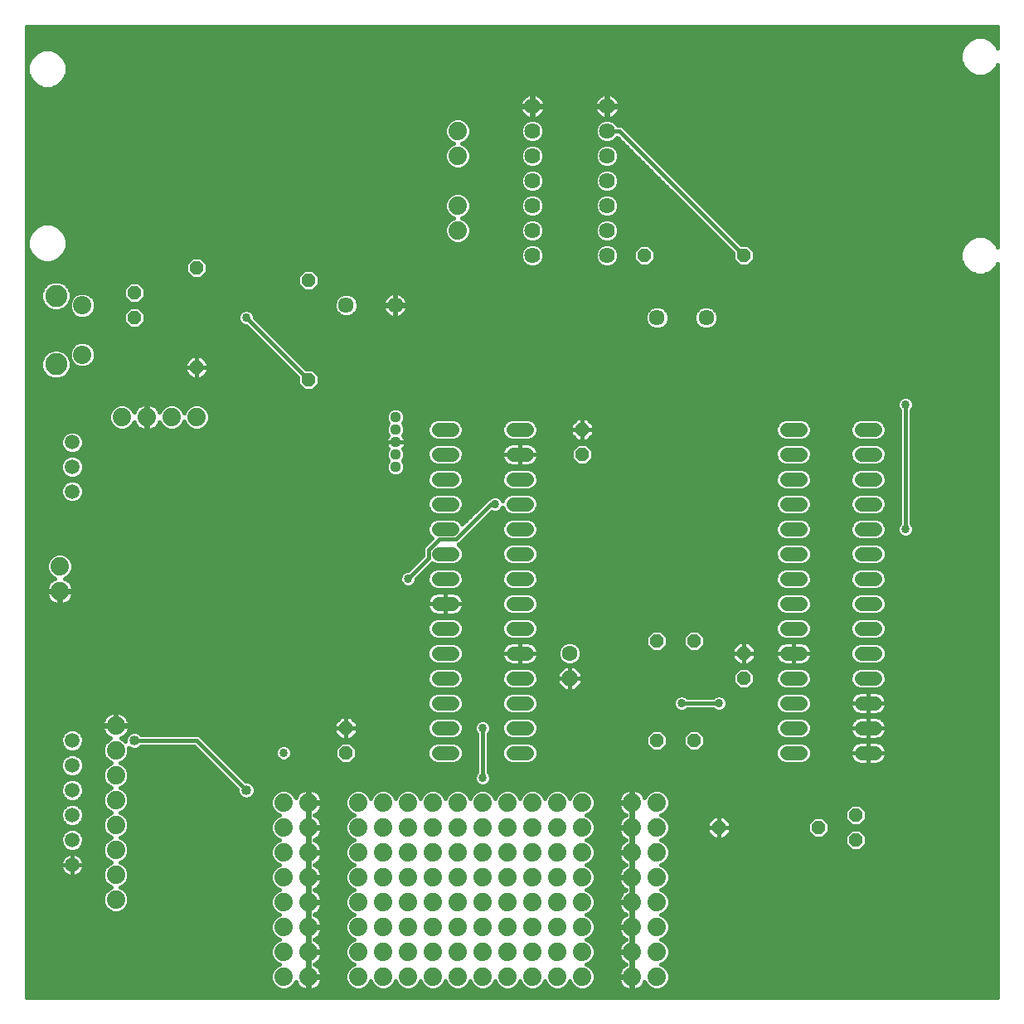
<source format=gbl>
G75*
%MOIN*%
%OFA0B0*%
%FSLAX25Y25*%
%IPPOS*%
%LPD*%
%AMOC8*
5,1,8,0,0,1.08239X$1,22.5*
%
%ADD10C,0.05600*%
%ADD11C,0.07382*%
%ADD12C,0.08858*%
%ADD13C,0.07400*%
%ADD14C,0.05943*%
%ADD15OC8,0.05600*%
%ADD16C,0.04400*%
%ADD17C,0.06337*%
%ADD18C,0.06300*%
%ADD19OC8,0.06300*%
%ADD20C,0.05900*%
%ADD21C,0.06400*%
%ADD22C,0.01600*%
%ADD23C,0.03378*%
%ADD24C,0.04000*%
D10*
X0297200Y0101800D02*
X0302800Y0101800D01*
X0302800Y0111800D02*
X0297200Y0111800D01*
X0297200Y0121800D02*
X0302800Y0121800D01*
X0302800Y0131800D02*
X0297200Y0131800D01*
X0297200Y0141800D02*
X0302800Y0141800D01*
X0302800Y0151800D02*
X0297200Y0151800D01*
X0297200Y0161800D02*
X0302800Y0161800D01*
X0302800Y0171800D02*
X0297200Y0171800D01*
X0297200Y0181800D02*
X0302800Y0181800D01*
X0302800Y0191800D02*
X0297200Y0191800D01*
X0297200Y0201800D02*
X0302800Y0201800D01*
X0302800Y0211800D02*
X0297200Y0211800D01*
X0297200Y0221800D02*
X0302800Y0221800D01*
X0302800Y0231800D02*
X0297200Y0231800D01*
X0327200Y0231800D02*
X0332800Y0231800D01*
X0332800Y0221800D02*
X0327200Y0221800D01*
X0327200Y0211800D02*
X0332800Y0211800D01*
X0332800Y0201800D02*
X0327200Y0201800D01*
X0327200Y0191800D02*
X0332800Y0191800D01*
X0332800Y0181800D02*
X0327200Y0181800D01*
X0327200Y0171800D02*
X0332800Y0171800D01*
X0332800Y0161800D02*
X0327200Y0161800D01*
X0327200Y0151800D02*
X0332800Y0151800D01*
X0332800Y0141800D02*
X0327200Y0141800D01*
X0327200Y0131800D02*
X0332800Y0131800D01*
X0332800Y0121800D02*
X0327200Y0121800D01*
X0327200Y0111800D02*
X0332800Y0111800D01*
X0332800Y0101800D02*
X0327200Y0101800D01*
X0437200Y0101800D02*
X0442800Y0101800D01*
X0442800Y0111800D02*
X0437200Y0111800D01*
X0437200Y0121800D02*
X0442800Y0121800D01*
X0442800Y0131800D02*
X0437200Y0131800D01*
X0437200Y0141800D02*
X0442800Y0141800D01*
X0442800Y0151800D02*
X0437200Y0151800D01*
X0437200Y0161800D02*
X0442800Y0161800D01*
X0442800Y0171800D02*
X0437200Y0171800D01*
X0437200Y0181800D02*
X0442800Y0181800D01*
X0442800Y0191800D02*
X0437200Y0191800D01*
X0437200Y0201800D02*
X0442800Y0201800D01*
X0442800Y0211800D02*
X0437200Y0211800D01*
X0437200Y0221800D02*
X0442800Y0221800D01*
X0442800Y0231800D02*
X0437200Y0231800D01*
X0467200Y0231800D02*
X0472800Y0231800D01*
X0472800Y0221800D02*
X0467200Y0221800D01*
X0467200Y0211800D02*
X0472800Y0211800D01*
X0472800Y0201800D02*
X0467200Y0201800D01*
X0467200Y0191800D02*
X0472800Y0191800D01*
X0472800Y0181800D02*
X0467200Y0181800D01*
X0467200Y0171800D02*
X0472800Y0171800D01*
X0472800Y0161800D02*
X0467200Y0161800D01*
X0467200Y0151800D02*
X0472800Y0151800D01*
X0472800Y0141800D02*
X0467200Y0141800D01*
X0467200Y0131800D02*
X0472800Y0131800D01*
X0472800Y0121800D02*
X0467200Y0121800D01*
X0467200Y0111800D02*
X0472800Y0111800D01*
X0472800Y0101800D02*
X0467200Y0101800D01*
D11*
X0154130Y0261957D03*
X0154130Y0281643D03*
D12*
X0143500Y0285580D03*
X0143500Y0258020D03*
D13*
X0170000Y0236800D03*
X0180000Y0236800D03*
X0190000Y0236800D03*
X0200000Y0236800D03*
X0145000Y0176800D03*
X0145000Y0166800D03*
X0167500Y0112800D03*
X0167500Y0102800D03*
X0167500Y0092800D03*
X0167500Y0082800D03*
X0167500Y0072800D03*
X0167500Y0062800D03*
X0167500Y0052800D03*
X0167500Y0042800D03*
X0235000Y0041800D03*
X0235000Y0051800D03*
X0245000Y0051800D03*
X0245000Y0041800D03*
X0245000Y0031800D03*
X0245000Y0021800D03*
X0235000Y0021800D03*
X0235000Y0031800D03*
X0235000Y0011800D03*
X0245000Y0011800D03*
X0265000Y0011800D03*
X0275000Y0011800D03*
X0285000Y0011800D03*
X0295000Y0011800D03*
X0305000Y0011800D03*
X0315000Y0011800D03*
X0325000Y0011800D03*
X0335000Y0011800D03*
X0345000Y0011800D03*
X0355000Y0011800D03*
X0355000Y0021800D03*
X0355000Y0031800D03*
X0345000Y0031800D03*
X0345000Y0021800D03*
X0335000Y0021800D03*
X0335000Y0031800D03*
X0325000Y0031800D03*
X0325000Y0021800D03*
X0315000Y0021800D03*
X0315000Y0031800D03*
X0305000Y0031800D03*
X0305000Y0021800D03*
X0295000Y0021800D03*
X0285000Y0021800D03*
X0285000Y0031800D03*
X0295000Y0031800D03*
X0295000Y0041800D03*
X0285000Y0041800D03*
X0285000Y0051800D03*
X0295000Y0051800D03*
X0305000Y0051800D03*
X0305000Y0041800D03*
X0315000Y0041800D03*
X0315000Y0051800D03*
X0325000Y0051800D03*
X0325000Y0041800D03*
X0335000Y0041800D03*
X0335000Y0051800D03*
X0345000Y0051800D03*
X0345000Y0041800D03*
X0355000Y0041800D03*
X0355000Y0051800D03*
X0355000Y0061800D03*
X0345000Y0061800D03*
X0335000Y0061800D03*
X0325000Y0061800D03*
X0315000Y0061800D03*
X0305000Y0061800D03*
X0295000Y0061800D03*
X0285000Y0061800D03*
X0275000Y0061800D03*
X0265000Y0061800D03*
X0265000Y0051800D03*
X0265000Y0041800D03*
X0275000Y0041800D03*
X0275000Y0051800D03*
X0275000Y0031800D03*
X0275000Y0021800D03*
X0265000Y0021800D03*
X0265000Y0031800D03*
X0245000Y0061800D03*
X0235000Y0061800D03*
X0235000Y0071800D03*
X0235000Y0081800D03*
X0245000Y0081800D03*
X0245000Y0071800D03*
X0265000Y0071800D03*
X0265000Y0081800D03*
X0275000Y0081800D03*
X0275000Y0071800D03*
X0285000Y0071800D03*
X0295000Y0071800D03*
X0295000Y0081800D03*
X0285000Y0081800D03*
X0305000Y0081800D03*
X0305000Y0071800D03*
X0315000Y0071800D03*
X0315000Y0081800D03*
X0325000Y0081800D03*
X0325000Y0071800D03*
X0335000Y0071800D03*
X0335000Y0081800D03*
X0345000Y0081800D03*
X0345000Y0071800D03*
X0355000Y0071800D03*
X0355000Y0081800D03*
X0375000Y0081800D03*
X0375000Y0071800D03*
X0385000Y0071800D03*
X0385000Y0081800D03*
X0385000Y0061800D03*
X0375000Y0061800D03*
X0375000Y0051800D03*
X0375000Y0041800D03*
X0385000Y0041800D03*
X0385000Y0051800D03*
X0385000Y0031800D03*
X0385000Y0021800D03*
X0375000Y0021800D03*
X0375000Y0031800D03*
X0375000Y0011800D03*
X0385000Y0011800D03*
X0305000Y0311800D03*
X0305000Y0321800D03*
X0305000Y0341800D03*
X0305000Y0351800D03*
D14*
X0150000Y0226643D03*
X0150000Y0216800D03*
X0150000Y0206957D03*
D15*
X0200000Y0256800D03*
X0175000Y0276800D03*
X0175000Y0286800D03*
X0200000Y0296800D03*
X0245000Y0291800D03*
X0245000Y0251800D03*
X0355000Y0231800D03*
X0355000Y0221800D03*
X0385000Y0146800D03*
X0400000Y0146800D03*
X0420000Y0141800D03*
X0420000Y0131800D03*
X0400000Y0106800D03*
X0385000Y0106800D03*
X0410000Y0071800D03*
X0450000Y0071800D03*
X0465000Y0066800D03*
X0465000Y0076800D03*
X0260000Y0101800D03*
X0260000Y0111800D03*
X0380000Y0301800D03*
X0420000Y0301800D03*
D16*
X0280000Y0236800D03*
X0280000Y0231800D03*
X0280000Y0226800D03*
X0280000Y0221800D03*
X0280000Y0216800D03*
D17*
X0279843Y0281800D03*
X0260157Y0281800D03*
X0385157Y0276800D03*
X0404843Y0276800D03*
D18*
X0350000Y0141800D03*
D19*
X0350000Y0131800D03*
D20*
X0150000Y0106800D03*
X0150000Y0096800D03*
X0150000Y0086800D03*
X0150000Y0076800D03*
X0150000Y0066800D03*
X0150000Y0056800D03*
D21*
X0335000Y0301800D03*
X0335000Y0311800D03*
X0335000Y0321800D03*
X0335000Y0331800D03*
X0335000Y0341800D03*
X0335000Y0351800D03*
X0335000Y0361800D03*
X0365000Y0361800D03*
X0365000Y0351800D03*
X0365000Y0341800D03*
X0365000Y0331800D03*
X0365000Y0321800D03*
X0365000Y0311800D03*
X0365000Y0301800D03*
D22*
X0131600Y0393901D02*
X0131600Y0003400D01*
X0522101Y0003400D01*
X0522101Y0298430D01*
X0521655Y0297353D01*
X0519447Y0295145D01*
X0516561Y0293950D01*
X0513439Y0293950D01*
X0510553Y0295145D01*
X0508345Y0297353D01*
X0507150Y0300239D01*
X0507150Y0303361D01*
X0508345Y0306247D01*
X0510553Y0308455D01*
X0513439Y0309650D01*
X0516561Y0309650D01*
X0519447Y0308455D01*
X0521655Y0306247D01*
X0522101Y0305170D01*
X0522101Y0378430D01*
X0521655Y0377353D01*
X0519447Y0375145D01*
X0516561Y0373950D01*
X0513439Y0373950D01*
X0510553Y0375145D01*
X0508345Y0377353D01*
X0507150Y0380239D01*
X0507150Y0383361D01*
X0508345Y0386247D01*
X0510553Y0388455D01*
X0513439Y0389650D01*
X0516561Y0389650D01*
X0519447Y0388455D01*
X0521655Y0386247D01*
X0522101Y0385170D01*
X0522101Y0393901D01*
X0131600Y0393901D01*
X0131600Y0393435D02*
X0522101Y0393435D01*
X0522101Y0391837D02*
X0131600Y0391837D01*
X0131600Y0390238D02*
X0522101Y0390238D01*
X0522101Y0388640D02*
X0519000Y0388640D01*
X0520860Y0387041D02*
X0522101Y0387041D01*
X0522101Y0385443D02*
X0521988Y0385443D01*
X0522101Y0377450D02*
X0521695Y0377450D01*
X0522101Y0375852D02*
X0520153Y0375852D01*
X0522101Y0374253D02*
X0517293Y0374253D01*
X0512707Y0374253D02*
X0147442Y0374253D01*
X0147850Y0375239D02*
X0146655Y0372353D01*
X0144447Y0370145D01*
X0141561Y0368950D01*
X0138439Y0368950D01*
X0135553Y0370145D01*
X0133345Y0372353D01*
X0132150Y0375239D01*
X0132150Y0378361D01*
X0133345Y0381247D01*
X0135553Y0383455D01*
X0138439Y0384650D01*
X0141561Y0384650D01*
X0144447Y0383455D01*
X0146655Y0381247D01*
X0147850Y0378361D01*
X0147850Y0375239D01*
X0147850Y0375852D02*
X0509847Y0375852D01*
X0508305Y0377450D02*
X0147850Y0377450D01*
X0147565Y0379049D02*
X0507643Y0379049D01*
X0507150Y0380647D02*
X0146903Y0380647D01*
X0145656Y0382246D02*
X0507150Y0382246D01*
X0507350Y0383844D02*
X0143507Y0383844D01*
X0136493Y0383844D02*
X0131600Y0383844D01*
X0131600Y0382246D02*
X0134344Y0382246D01*
X0133097Y0380647D02*
X0131600Y0380647D01*
X0131600Y0379049D02*
X0132435Y0379049D01*
X0132150Y0377450D02*
X0131600Y0377450D01*
X0131600Y0375852D02*
X0132150Y0375852D01*
X0132558Y0374253D02*
X0131600Y0374253D01*
X0131600Y0372655D02*
X0133220Y0372655D01*
X0134642Y0371056D02*
X0131600Y0371056D01*
X0131600Y0369458D02*
X0137213Y0369458D01*
X0142787Y0369458D02*
X0522101Y0369458D01*
X0522101Y0371056D02*
X0145358Y0371056D01*
X0146780Y0372655D02*
X0522101Y0372655D01*
X0522101Y0367859D02*
X0131600Y0367859D01*
X0131600Y0366261D02*
X0332741Y0366261D01*
X0333081Y0366434D02*
X0332379Y0366076D01*
X0331743Y0365614D01*
X0331186Y0365057D01*
X0330724Y0364421D01*
X0330366Y0363719D01*
X0330123Y0362971D01*
X0330000Y0362194D01*
X0330000Y0362000D01*
X0334800Y0362000D01*
X0334800Y0366800D01*
X0334606Y0366800D01*
X0333829Y0366677D01*
X0333081Y0366434D01*
X0334800Y0366261D02*
X0335200Y0366261D01*
X0335200Y0366800D02*
X0335200Y0362000D01*
X0340000Y0362000D01*
X0340000Y0362194D01*
X0339877Y0362971D01*
X0339634Y0363719D01*
X0339276Y0364421D01*
X0338814Y0365057D01*
X0338257Y0365614D01*
X0337621Y0366076D01*
X0336919Y0366434D01*
X0336171Y0366677D01*
X0335394Y0366800D01*
X0335200Y0366800D01*
X0337259Y0366261D02*
X0362741Y0366261D01*
X0363081Y0366434D02*
X0362379Y0366076D01*
X0361743Y0365614D01*
X0361186Y0365057D01*
X0360724Y0364421D01*
X0360366Y0363719D01*
X0360123Y0362971D01*
X0360000Y0362194D01*
X0360000Y0362000D01*
X0364800Y0362000D01*
X0364800Y0366800D01*
X0364606Y0366800D01*
X0363829Y0366677D01*
X0363081Y0366434D01*
X0364800Y0366261D02*
X0365200Y0366261D01*
X0365200Y0366800D02*
X0365200Y0362000D01*
X0370000Y0362000D01*
X0370000Y0362194D01*
X0369877Y0362971D01*
X0369634Y0363719D01*
X0369276Y0364421D01*
X0368814Y0365057D01*
X0368257Y0365614D01*
X0367621Y0366076D01*
X0366919Y0366434D01*
X0366171Y0366677D01*
X0365394Y0366800D01*
X0365200Y0366800D01*
X0367259Y0366261D02*
X0522101Y0366261D01*
X0522101Y0364662D02*
X0369101Y0364662D01*
X0369847Y0363064D02*
X0522101Y0363064D01*
X0522101Y0361465D02*
X0370000Y0361465D01*
X0370000Y0361406D02*
X0370000Y0361600D01*
X0365200Y0361600D01*
X0365200Y0362000D01*
X0364800Y0362000D01*
X0364800Y0361600D01*
X0365200Y0361600D01*
X0365200Y0356800D01*
X0365394Y0356800D01*
X0366171Y0356923D01*
X0366919Y0357166D01*
X0367621Y0357524D01*
X0368257Y0357986D01*
X0368814Y0358543D01*
X0369276Y0359179D01*
X0369634Y0359881D01*
X0369877Y0360629D01*
X0370000Y0361406D01*
X0369626Y0359867D02*
X0522101Y0359867D01*
X0522101Y0358268D02*
X0368539Y0358268D01*
X0367719Y0355869D02*
X0365955Y0356600D01*
X0364045Y0356600D01*
X0362281Y0355869D01*
X0360931Y0354519D01*
X0360200Y0352755D01*
X0360200Y0350845D01*
X0360931Y0349081D01*
X0362281Y0347731D01*
X0364045Y0347000D01*
X0365955Y0347000D01*
X0367719Y0347731D01*
X0369069Y0349081D01*
X0369144Y0349262D01*
X0415600Y0302806D01*
X0415600Y0299977D01*
X0418177Y0297400D01*
X0421823Y0297400D01*
X0424400Y0299977D01*
X0424400Y0303623D01*
X0421823Y0306200D01*
X0418994Y0306200D01*
X0371359Y0353835D01*
X0370477Y0354200D01*
X0369201Y0354200D01*
X0369069Y0354519D01*
X0367719Y0355869D01*
X0368517Y0355071D02*
X0522101Y0355071D01*
X0522101Y0356670D02*
X0307093Y0356670D01*
X0308002Y0356293D02*
X0306054Y0357100D01*
X0303946Y0357100D01*
X0301998Y0356293D01*
X0300507Y0354802D01*
X0299700Y0352854D01*
X0299700Y0350746D01*
X0300507Y0348798D01*
X0301998Y0347307D01*
X0303222Y0346800D01*
X0301998Y0346293D01*
X0300507Y0344802D01*
X0299700Y0342854D01*
X0299700Y0340746D01*
X0300507Y0338798D01*
X0301998Y0337307D01*
X0303946Y0336500D01*
X0306054Y0336500D01*
X0308002Y0337307D01*
X0309493Y0338798D01*
X0310300Y0340746D01*
X0310300Y0342854D01*
X0309493Y0344802D01*
X0308002Y0346293D01*
X0306778Y0346800D01*
X0308002Y0347307D01*
X0309493Y0348798D01*
X0310300Y0350746D01*
X0310300Y0352854D01*
X0309493Y0354802D01*
X0308002Y0356293D01*
X0309224Y0355071D02*
X0331483Y0355071D01*
X0330931Y0354519D02*
X0330200Y0352755D01*
X0330200Y0350845D01*
X0330931Y0349081D01*
X0332281Y0347731D01*
X0334045Y0347000D01*
X0335955Y0347000D01*
X0337719Y0347731D01*
X0339069Y0349081D01*
X0339800Y0350845D01*
X0339800Y0352755D01*
X0339069Y0354519D01*
X0337719Y0355869D01*
X0335955Y0356600D01*
X0334045Y0356600D01*
X0332281Y0355869D01*
X0330931Y0354519D01*
X0330497Y0353472D02*
X0310044Y0353472D01*
X0310300Y0351874D02*
X0330200Y0351874D01*
X0330436Y0350275D02*
X0310105Y0350275D01*
X0309372Y0348677D02*
X0331335Y0348677D01*
X0332281Y0345869D02*
X0330931Y0344519D01*
X0330200Y0342755D01*
X0330200Y0340845D01*
X0330931Y0339081D01*
X0332281Y0337731D01*
X0334045Y0337000D01*
X0335955Y0337000D01*
X0337719Y0337731D01*
X0339069Y0339081D01*
X0339800Y0340845D01*
X0339800Y0342755D01*
X0339069Y0344519D01*
X0337719Y0345869D01*
X0335955Y0346600D01*
X0334045Y0346600D01*
X0332281Y0345869D01*
X0331892Y0345480D02*
X0308815Y0345480D01*
X0309875Y0343881D02*
X0330667Y0343881D01*
X0330200Y0342283D02*
X0310300Y0342283D01*
X0310275Y0340684D02*
X0330267Y0340684D01*
X0330929Y0339086D02*
X0309612Y0339086D01*
X0308183Y0337487D02*
X0332869Y0337487D01*
X0334045Y0336600D02*
X0332281Y0335869D01*
X0330931Y0334519D01*
X0330200Y0332755D01*
X0330200Y0330845D01*
X0330931Y0329081D01*
X0332281Y0327731D01*
X0334045Y0327000D01*
X0335955Y0327000D01*
X0337719Y0327731D01*
X0339069Y0329081D01*
X0339800Y0330845D01*
X0339800Y0332755D01*
X0339069Y0334519D01*
X0337719Y0335869D01*
X0335955Y0336600D01*
X0334045Y0336600D01*
X0332328Y0335889D02*
X0131600Y0335889D01*
X0131600Y0337487D02*
X0301817Y0337487D01*
X0300388Y0339086D02*
X0131600Y0339086D01*
X0131600Y0340684D02*
X0299725Y0340684D01*
X0299700Y0342283D02*
X0131600Y0342283D01*
X0131600Y0343881D02*
X0300125Y0343881D01*
X0301185Y0345480D02*
X0131600Y0345480D01*
X0131600Y0347078D02*
X0302549Y0347078D01*
X0300628Y0348677D02*
X0131600Y0348677D01*
X0131600Y0350275D02*
X0299895Y0350275D01*
X0299700Y0351874D02*
X0131600Y0351874D01*
X0131600Y0353472D02*
X0299956Y0353472D01*
X0300776Y0355071D02*
X0131600Y0355071D01*
X0131600Y0356670D02*
X0302907Y0356670D01*
X0307451Y0347078D02*
X0333856Y0347078D01*
X0336144Y0347078D02*
X0363856Y0347078D01*
X0364045Y0346600D02*
X0362281Y0345869D01*
X0360931Y0344519D01*
X0360200Y0342755D01*
X0360200Y0340845D01*
X0360931Y0339081D01*
X0362281Y0337731D01*
X0364045Y0337000D01*
X0365955Y0337000D01*
X0367719Y0337731D01*
X0369069Y0339081D01*
X0369800Y0340845D01*
X0369800Y0342755D01*
X0369069Y0344519D01*
X0367719Y0345869D01*
X0365955Y0346600D01*
X0364045Y0346600D01*
X0366144Y0347078D02*
X0371327Y0347078D01*
X0369729Y0348677D02*
X0368665Y0348677D01*
X0368108Y0345480D02*
X0372926Y0345480D01*
X0374524Y0343881D02*
X0369333Y0343881D01*
X0369800Y0342283D02*
X0376123Y0342283D01*
X0377721Y0340684D02*
X0369733Y0340684D01*
X0369071Y0339086D02*
X0379320Y0339086D01*
X0380919Y0337487D02*
X0367131Y0337487D01*
X0365955Y0336600D02*
X0364045Y0336600D01*
X0362281Y0335869D01*
X0360931Y0334519D01*
X0360200Y0332755D01*
X0360200Y0330845D01*
X0360931Y0329081D01*
X0362281Y0327731D01*
X0364045Y0327000D01*
X0365955Y0327000D01*
X0367719Y0327731D01*
X0369069Y0329081D01*
X0369800Y0330845D01*
X0369800Y0332755D01*
X0369069Y0334519D01*
X0367719Y0335869D01*
X0365955Y0336600D01*
X0367672Y0335889D02*
X0382517Y0335889D01*
X0384116Y0334290D02*
X0369164Y0334290D01*
X0369800Y0332692D02*
X0385714Y0332692D01*
X0387313Y0331093D02*
X0369800Y0331093D01*
X0369241Y0329495D02*
X0388911Y0329495D01*
X0390510Y0327896D02*
X0367885Y0327896D01*
X0366684Y0326298D02*
X0392108Y0326298D01*
X0393707Y0324699D02*
X0368889Y0324699D01*
X0369069Y0324519D02*
X0367719Y0325869D01*
X0365955Y0326600D01*
X0364045Y0326600D01*
X0362281Y0325869D01*
X0360931Y0324519D01*
X0360200Y0322755D01*
X0360200Y0320845D01*
X0360931Y0319081D01*
X0362281Y0317731D01*
X0364045Y0317000D01*
X0365955Y0317000D01*
X0367719Y0317731D01*
X0369069Y0319081D01*
X0369800Y0320845D01*
X0369800Y0322755D01*
X0369069Y0324519D01*
X0369657Y0323101D02*
X0395305Y0323101D01*
X0396904Y0321502D02*
X0369800Y0321502D01*
X0369410Y0319904D02*
X0398502Y0319904D01*
X0400101Y0318305D02*
X0368293Y0318305D01*
X0367719Y0315869D02*
X0365955Y0316600D01*
X0364045Y0316600D01*
X0362281Y0315869D01*
X0360931Y0314519D01*
X0360200Y0312755D01*
X0360200Y0310845D01*
X0360931Y0309081D01*
X0362281Y0307731D01*
X0364045Y0307000D01*
X0365955Y0307000D01*
X0367719Y0307731D01*
X0369069Y0309081D01*
X0369800Y0310845D01*
X0369800Y0312755D01*
X0369069Y0314519D01*
X0367719Y0315869D01*
X0368480Y0315108D02*
X0403298Y0315108D01*
X0404896Y0313510D02*
X0369487Y0313510D01*
X0369800Y0311911D02*
X0406495Y0311911D01*
X0408093Y0310313D02*
X0369579Y0310313D01*
X0368702Y0308714D02*
X0409692Y0308714D01*
X0411290Y0307116D02*
X0366234Y0307116D01*
X0365955Y0306600D02*
X0364045Y0306600D01*
X0362281Y0305869D01*
X0360931Y0304519D01*
X0360200Y0302755D01*
X0360200Y0300845D01*
X0360931Y0299081D01*
X0362281Y0297731D01*
X0364045Y0297000D01*
X0365955Y0297000D01*
X0367719Y0297731D01*
X0369069Y0299081D01*
X0369800Y0300845D01*
X0369800Y0302755D01*
X0369069Y0304519D01*
X0367719Y0305869D01*
X0365955Y0306600D01*
X0363766Y0307116D02*
X0336234Y0307116D01*
X0335955Y0307000D02*
X0337719Y0307731D01*
X0339069Y0309081D01*
X0339800Y0310845D01*
X0339800Y0312755D01*
X0339069Y0314519D01*
X0337719Y0315869D01*
X0335955Y0316600D01*
X0334045Y0316600D01*
X0332281Y0315869D01*
X0330931Y0314519D01*
X0330200Y0312755D01*
X0330200Y0310845D01*
X0330931Y0309081D01*
X0332281Y0307731D01*
X0334045Y0307000D01*
X0335955Y0307000D01*
X0335955Y0306600D02*
X0334045Y0306600D01*
X0332281Y0305869D01*
X0330931Y0304519D01*
X0330200Y0302755D01*
X0330200Y0300845D01*
X0330931Y0299081D01*
X0332281Y0297731D01*
X0334045Y0297000D01*
X0335955Y0297000D01*
X0337719Y0297731D01*
X0339069Y0299081D01*
X0339800Y0300845D01*
X0339800Y0302755D01*
X0339069Y0304519D01*
X0337719Y0305869D01*
X0335955Y0306600D01*
X0333766Y0307116D02*
X0307541Y0307116D01*
X0308002Y0307307D02*
X0309493Y0308798D01*
X0310300Y0310746D01*
X0310300Y0312854D01*
X0309493Y0314802D01*
X0308002Y0316293D01*
X0306778Y0316800D01*
X0308002Y0317307D01*
X0309493Y0318798D01*
X0310300Y0320746D01*
X0310300Y0322854D01*
X0309493Y0324802D01*
X0308002Y0326293D01*
X0306054Y0327100D01*
X0303946Y0327100D01*
X0301998Y0326293D01*
X0300507Y0324802D01*
X0299700Y0322854D01*
X0299700Y0320746D01*
X0300507Y0318798D01*
X0301998Y0317307D01*
X0303222Y0316800D01*
X0301998Y0316293D01*
X0300507Y0314802D01*
X0299700Y0312854D01*
X0299700Y0310746D01*
X0300507Y0308798D01*
X0301998Y0307307D01*
X0303946Y0306500D01*
X0306054Y0306500D01*
X0308002Y0307307D01*
X0309409Y0308714D02*
X0331298Y0308714D01*
X0330421Y0310313D02*
X0310121Y0310313D01*
X0310300Y0311911D02*
X0330200Y0311911D01*
X0330513Y0313510D02*
X0310028Y0313510D01*
X0309187Y0315108D02*
X0331520Y0315108D01*
X0332281Y0317731D02*
X0330931Y0319081D01*
X0330200Y0320845D01*
X0330200Y0322755D01*
X0330931Y0324519D01*
X0332281Y0325869D01*
X0334045Y0326600D01*
X0335955Y0326600D01*
X0337719Y0325869D01*
X0339069Y0324519D01*
X0339800Y0322755D01*
X0339800Y0320845D01*
X0339069Y0319081D01*
X0337719Y0317731D01*
X0335955Y0317000D01*
X0334045Y0317000D01*
X0332281Y0317731D01*
X0331707Y0318305D02*
X0309001Y0318305D01*
X0309951Y0319904D02*
X0330590Y0319904D01*
X0330200Y0321502D02*
X0310300Y0321502D01*
X0310198Y0323101D02*
X0330343Y0323101D01*
X0331111Y0324699D02*
X0309536Y0324699D01*
X0307991Y0326298D02*
X0333316Y0326298D01*
X0332115Y0327896D02*
X0131600Y0327896D01*
X0131600Y0326298D02*
X0302009Y0326298D01*
X0300464Y0324699D02*
X0131600Y0324699D01*
X0131600Y0323101D02*
X0299802Y0323101D01*
X0299700Y0321502D02*
X0131600Y0321502D01*
X0131600Y0319904D02*
X0300049Y0319904D01*
X0300999Y0318305D02*
X0131600Y0318305D01*
X0131600Y0316707D02*
X0302996Y0316707D01*
X0300813Y0315108D02*
X0131600Y0315108D01*
X0131600Y0313510D02*
X0135686Y0313510D01*
X0135553Y0313455D02*
X0133345Y0311247D01*
X0132150Y0308361D01*
X0132150Y0305239D01*
X0133345Y0302353D01*
X0135553Y0300145D01*
X0138439Y0298950D01*
X0141561Y0298950D01*
X0144447Y0300145D01*
X0146655Y0302353D01*
X0147850Y0305239D01*
X0147850Y0308361D01*
X0146655Y0311247D01*
X0144447Y0313455D01*
X0141561Y0314650D01*
X0138439Y0314650D01*
X0135553Y0313455D01*
X0134010Y0311911D02*
X0131600Y0311911D01*
X0131600Y0310313D02*
X0132958Y0310313D01*
X0132296Y0308714D02*
X0131600Y0308714D01*
X0131600Y0307116D02*
X0132150Y0307116D01*
X0132150Y0305517D02*
X0131600Y0305517D01*
X0131600Y0303919D02*
X0132697Y0303919D01*
X0133378Y0302320D02*
X0131600Y0302320D01*
X0131600Y0300722D02*
X0134977Y0300722D01*
X0138021Y0299123D02*
X0131600Y0299123D01*
X0131600Y0297525D02*
X0195600Y0297525D01*
X0195600Y0298623D02*
X0195600Y0294977D01*
X0198177Y0292400D01*
X0201823Y0292400D01*
X0204400Y0294977D01*
X0204400Y0298623D01*
X0201823Y0301200D01*
X0198177Y0301200D01*
X0195600Y0298623D01*
X0196101Y0299123D02*
X0141979Y0299123D01*
X0145023Y0300722D02*
X0197699Y0300722D01*
X0202301Y0300722D02*
X0330251Y0300722D01*
X0330200Y0302320D02*
X0146622Y0302320D01*
X0147303Y0303919D02*
X0330682Y0303919D01*
X0331929Y0305517D02*
X0147850Y0305517D01*
X0147850Y0307116D02*
X0302459Y0307116D01*
X0300590Y0308714D02*
X0147704Y0308714D01*
X0147042Y0310313D02*
X0299879Y0310313D01*
X0299700Y0311911D02*
X0145990Y0311911D01*
X0144314Y0313510D02*
X0299972Y0313510D01*
X0307004Y0316707D02*
X0401699Y0316707D01*
X0405290Y0319904D02*
X0522101Y0319904D01*
X0522101Y0321502D02*
X0403692Y0321502D01*
X0402093Y0323101D02*
X0522101Y0323101D01*
X0522101Y0324699D02*
X0400495Y0324699D01*
X0398896Y0326298D02*
X0522101Y0326298D01*
X0522101Y0327896D02*
X0397298Y0327896D01*
X0395699Y0329495D02*
X0522101Y0329495D01*
X0522101Y0331093D02*
X0394101Y0331093D01*
X0392502Y0332692D02*
X0522101Y0332692D01*
X0522101Y0334290D02*
X0390904Y0334290D01*
X0389305Y0335889D02*
X0522101Y0335889D01*
X0522101Y0337487D02*
X0387707Y0337487D01*
X0386108Y0339086D02*
X0522101Y0339086D01*
X0522101Y0340684D02*
X0384510Y0340684D01*
X0382911Y0342283D02*
X0522101Y0342283D01*
X0522101Y0343881D02*
X0381313Y0343881D01*
X0379714Y0345480D02*
X0522101Y0345480D01*
X0522101Y0347078D02*
X0378116Y0347078D01*
X0376517Y0348677D02*
X0522101Y0348677D01*
X0522101Y0350275D02*
X0374919Y0350275D01*
X0373320Y0351874D02*
X0522101Y0351874D01*
X0522101Y0353472D02*
X0371722Y0353472D01*
X0370000Y0351800D02*
X0420000Y0301800D01*
X0424400Y0302320D02*
X0507150Y0302320D01*
X0507150Y0300722D02*
X0424400Y0300722D01*
X0423546Y0299123D02*
X0507612Y0299123D01*
X0508274Y0297525D02*
X0421947Y0297525D01*
X0418053Y0297525D02*
X0381947Y0297525D01*
X0381823Y0297400D02*
X0384400Y0299977D01*
X0384400Y0303623D01*
X0381823Y0306200D01*
X0378177Y0306200D01*
X0375600Y0303623D01*
X0375600Y0299977D01*
X0378177Y0297400D01*
X0381823Y0297400D01*
X0383546Y0299123D02*
X0416454Y0299123D01*
X0415600Y0300722D02*
X0384400Y0300722D01*
X0384400Y0302320D02*
X0415600Y0302320D01*
X0414487Y0303919D02*
X0384104Y0303919D01*
X0382505Y0305517D02*
X0412889Y0305517D01*
X0416480Y0308714D02*
X0511179Y0308714D01*
X0509214Y0307116D02*
X0418078Y0307116D01*
X0414881Y0310313D02*
X0522101Y0310313D01*
X0522101Y0311911D02*
X0413283Y0311911D01*
X0411684Y0313510D02*
X0522101Y0313510D01*
X0522101Y0315108D02*
X0410086Y0315108D01*
X0408487Y0316707D02*
X0522101Y0316707D01*
X0522101Y0318305D02*
X0406889Y0318305D01*
X0422505Y0305517D02*
X0508043Y0305517D01*
X0507381Y0303919D02*
X0424104Y0303919D01*
X0407544Y0280843D02*
X0405791Y0281568D01*
X0403894Y0281568D01*
X0402141Y0280843D01*
X0400800Y0279501D01*
X0400074Y0277749D01*
X0400074Y0275851D01*
X0400800Y0274099D01*
X0402141Y0272757D01*
X0403894Y0272031D01*
X0405791Y0272031D01*
X0407544Y0272757D01*
X0408885Y0274099D01*
X0409611Y0275851D01*
X0409611Y0277749D01*
X0408885Y0279501D01*
X0407544Y0280843D01*
X0408445Y0279941D02*
X0522101Y0279941D01*
X0522101Y0281539D02*
X0405861Y0281539D01*
X0403824Y0281539D02*
X0386176Y0281539D01*
X0386106Y0281568D02*
X0384209Y0281568D01*
X0382456Y0280843D01*
X0381115Y0279501D01*
X0380389Y0277749D01*
X0380389Y0275851D01*
X0381115Y0274099D01*
X0382456Y0272757D01*
X0384209Y0272031D01*
X0386106Y0272031D01*
X0387859Y0272757D01*
X0389200Y0274099D01*
X0389926Y0275851D01*
X0389926Y0277749D01*
X0389200Y0279501D01*
X0387859Y0280843D01*
X0386106Y0281568D01*
X0384139Y0281539D02*
X0284811Y0281539D01*
X0284811Y0281616D02*
X0280027Y0281616D01*
X0280027Y0281984D01*
X0284811Y0281984D01*
X0284811Y0282191D01*
X0284689Y0282963D01*
X0284447Y0283707D01*
X0284092Y0284404D01*
X0283632Y0285037D01*
X0283079Y0285590D01*
X0282447Y0286049D01*
X0281750Y0286404D01*
X0281006Y0286646D01*
X0280234Y0286768D01*
X0280027Y0286768D01*
X0280027Y0281984D01*
X0279658Y0281984D01*
X0279658Y0281616D01*
X0274874Y0281616D01*
X0274874Y0281409D01*
X0274996Y0280637D01*
X0275238Y0279893D01*
X0275593Y0279196D01*
X0276053Y0278563D01*
X0276606Y0278010D01*
X0277238Y0277551D01*
X0277935Y0277196D01*
X0278679Y0276954D01*
X0279451Y0276831D01*
X0279658Y0276831D01*
X0279658Y0281616D01*
X0280027Y0281616D01*
X0280027Y0276831D01*
X0280234Y0276831D01*
X0281006Y0276954D01*
X0281750Y0277196D01*
X0282447Y0277551D01*
X0283079Y0278010D01*
X0283632Y0278563D01*
X0284092Y0279196D01*
X0284447Y0279893D01*
X0284689Y0280637D01*
X0284811Y0281409D01*
X0284811Y0281616D01*
X0284632Y0283138D02*
X0522101Y0283138D01*
X0522101Y0284737D02*
X0283850Y0284737D01*
X0281886Y0286335D02*
X0522101Y0286335D01*
X0522101Y0287934D02*
X0247356Y0287934D01*
X0246823Y0287400D02*
X0249400Y0289977D01*
X0249400Y0293623D01*
X0246823Y0296200D01*
X0243177Y0296200D01*
X0240600Y0293623D01*
X0240600Y0289977D01*
X0243177Y0287400D01*
X0246823Y0287400D01*
X0248955Y0289532D02*
X0522101Y0289532D01*
X0522101Y0291131D02*
X0249400Y0291131D01*
X0249400Y0292729D02*
X0522101Y0292729D01*
X0522101Y0294328D02*
X0517473Y0294328D01*
X0520228Y0295926D02*
X0522101Y0295926D01*
X0522101Y0297525D02*
X0521726Y0297525D01*
X0521957Y0305517D02*
X0522101Y0305517D01*
X0522101Y0307116D02*
X0520786Y0307116D01*
X0522101Y0308714D02*
X0518821Y0308714D01*
X0509772Y0295926D02*
X0247096Y0295926D01*
X0248695Y0294328D02*
X0512527Y0294328D01*
X0522101Y0278342D02*
X0409365Y0278342D01*
X0409611Y0276744D02*
X0522101Y0276744D01*
X0522101Y0275145D02*
X0409319Y0275145D01*
X0408333Y0273547D02*
X0522101Y0273547D01*
X0522101Y0271948D02*
X0228246Y0271948D01*
X0229844Y0270350D02*
X0522101Y0270350D01*
X0522101Y0268751D02*
X0231443Y0268751D01*
X0233041Y0267153D02*
X0522101Y0267153D01*
X0522101Y0265554D02*
X0234640Y0265554D01*
X0236238Y0263956D02*
X0522101Y0263956D01*
X0522101Y0262357D02*
X0237837Y0262357D01*
X0239435Y0260759D02*
X0522101Y0260759D01*
X0522101Y0259160D02*
X0241034Y0259160D01*
X0242632Y0257562D02*
X0522101Y0257562D01*
X0522101Y0255963D02*
X0247059Y0255963D01*
X0246823Y0256200D02*
X0243994Y0256200D01*
X0223289Y0276905D01*
X0223289Y0277454D01*
X0222788Y0278663D01*
X0221863Y0279588D01*
X0220654Y0280089D01*
X0219346Y0280089D01*
X0218137Y0279588D01*
X0217212Y0278663D01*
X0216711Y0277454D01*
X0216711Y0276146D01*
X0217212Y0274937D01*
X0218137Y0274012D01*
X0219346Y0273511D01*
X0219895Y0273511D01*
X0240600Y0252806D01*
X0240600Y0249977D01*
X0243177Y0247400D01*
X0246823Y0247400D01*
X0249400Y0249977D01*
X0249400Y0253623D01*
X0246823Y0256200D01*
X0248658Y0254365D02*
X0522101Y0254365D01*
X0522101Y0252766D02*
X0249400Y0252766D01*
X0249400Y0251168D02*
X0522101Y0251168D01*
X0522101Y0249569D02*
X0248992Y0249569D01*
X0247393Y0247971D02*
X0522101Y0247971D01*
X0522101Y0246372D02*
X0131600Y0246372D01*
X0131600Y0244774D02*
X0483585Y0244774D01*
X0483137Y0244588D02*
X0482212Y0243663D01*
X0481711Y0242454D01*
X0481711Y0241146D01*
X0482212Y0239937D01*
X0482600Y0239549D01*
X0482600Y0194051D01*
X0482212Y0193663D01*
X0481711Y0192454D01*
X0481711Y0191146D01*
X0482212Y0189937D01*
X0483137Y0189012D01*
X0484346Y0188511D01*
X0485654Y0188511D01*
X0486863Y0189012D01*
X0487788Y0189937D01*
X0488289Y0191146D01*
X0488289Y0192454D01*
X0487788Y0193663D01*
X0487400Y0194051D01*
X0487400Y0239549D01*
X0487788Y0239937D01*
X0488289Y0241146D01*
X0488289Y0242454D01*
X0487788Y0243663D01*
X0486863Y0244588D01*
X0485654Y0245089D01*
X0484346Y0245089D01*
X0483137Y0244588D01*
X0482010Y0243175D02*
X0131600Y0243175D01*
X0131600Y0241577D02*
X0167682Y0241577D01*
X0166998Y0241293D02*
X0165507Y0239802D01*
X0164700Y0237854D01*
X0164700Y0235746D01*
X0165507Y0233798D01*
X0166998Y0232307D01*
X0168946Y0231500D01*
X0171054Y0231500D01*
X0173002Y0232307D01*
X0174493Y0233798D01*
X0174885Y0234744D01*
X0174903Y0234689D01*
X0175296Y0233917D01*
X0175805Y0233217D01*
X0176417Y0232605D01*
X0177117Y0232096D01*
X0177889Y0231703D01*
X0178712Y0231435D01*
X0179567Y0231300D01*
X0179800Y0231300D01*
X0179800Y0236600D01*
X0180200Y0236600D01*
X0180200Y0231300D01*
X0180433Y0231300D01*
X0181288Y0231435D01*
X0182111Y0231703D01*
X0182883Y0232096D01*
X0183583Y0232605D01*
X0184195Y0233217D01*
X0184704Y0233917D01*
X0185097Y0234689D01*
X0185115Y0234744D01*
X0185507Y0233798D01*
X0186998Y0232307D01*
X0188946Y0231500D01*
X0191054Y0231500D01*
X0193002Y0232307D01*
X0194493Y0233798D01*
X0195000Y0235022D01*
X0195507Y0233798D01*
X0196998Y0232307D01*
X0198946Y0231500D01*
X0201054Y0231500D01*
X0203002Y0232307D01*
X0204493Y0233798D01*
X0205300Y0235746D01*
X0205300Y0237854D01*
X0204493Y0239802D01*
X0203002Y0241293D01*
X0201054Y0242100D01*
X0198946Y0242100D01*
X0196998Y0241293D01*
X0195507Y0239802D01*
X0195000Y0238578D01*
X0194493Y0239802D01*
X0193002Y0241293D01*
X0191054Y0242100D01*
X0188946Y0242100D01*
X0186998Y0241293D01*
X0185507Y0239802D01*
X0185115Y0238856D01*
X0185097Y0238911D01*
X0184704Y0239683D01*
X0184195Y0240383D01*
X0183583Y0240995D01*
X0182883Y0241504D01*
X0182111Y0241897D01*
X0181288Y0242165D01*
X0180433Y0242300D01*
X0180200Y0242300D01*
X0180200Y0237000D01*
X0179800Y0237000D01*
X0179800Y0242300D01*
X0179567Y0242300D01*
X0178712Y0242165D01*
X0177889Y0241897D01*
X0177117Y0241504D01*
X0176417Y0240995D01*
X0175805Y0240383D01*
X0175296Y0239683D01*
X0174903Y0238911D01*
X0174885Y0238856D01*
X0174493Y0239802D01*
X0173002Y0241293D01*
X0171054Y0242100D01*
X0168946Y0242100D01*
X0166998Y0241293D01*
X0165683Y0239978D02*
X0131600Y0239978D01*
X0131600Y0238380D02*
X0164918Y0238380D01*
X0164700Y0236781D02*
X0131600Y0236781D01*
X0131600Y0235183D02*
X0164933Y0235183D01*
X0165721Y0233584D02*
X0131600Y0233584D01*
X0131600Y0231986D02*
X0167773Y0231986D01*
X0172227Y0231986D02*
X0177334Y0231986D01*
X0175538Y0233584D02*
X0174279Y0233584D01*
X0179800Y0233584D02*
X0180200Y0233584D01*
X0180200Y0231986D02*
X0179800Y0231986D01*
X0182666Y0231986D02*
X0187773Y0231986D01*
X0185721Y0233584D02*
X0184462Y0233584D01*
X0180200Y0235183D02*
X0179800Y0235183D01*
X0179800Y0238380D02*
X0180200Y0238380D01*
X0180200Y0239978D02*
X0179800Y0239978D01*
X0179800Y0241577D02*
X0180200Y0241577D01*
X0182740Y0241577D02*
X0187682Y0241577D01*
X0185683Y0239978D02*
X0184489Y0239978D01*
X0192318Y0241577D02*
X0197682Y0241577D01*
X0195683Y0239978D02*
X0194317Y0239978D01*
X0194279Y0233584D02*
X0195721Y0233584D01*
X0197773Y0231986D02*
X0192227Y0231986D01*
X0202227Y0231986D02*
X0276200Y0231986D01*
X0276200Y0232556D02*
X0276200Y0231044D01*
X0276779Y0229647D01*
X0276985Y0229441D01*
X0276893Y0229350D01*
X0276455Y0228695D01*
X0276154Y0227967D01*
X0276000Y0227194D01*
X0276000Y0226800D01*
X0280000Y0226800D01*
X0284000Y0226800D01*
X0284000Y0227194D01*
X0283846Y0227967D01*
X0283545Y0228695D01*
X0283107Y0229350D01*
X0283015Y0229441D01*
X0283221Y0229647D01*
X0283800Y0231044D01*
X0283800Y0232556D01*
X0283221Y0233953D01*
X0282874Y0234300D01*
X0283221Y0234647D01*
X0283800Y0236044D01*
X0283800Y0237556D01*
X0283221Y0238953D01*
X0282153Y0240021D01*
X0280756Y0240600D01*
X0279244Y0240600D01*
X0277847Y0240021D01*
X0276779Y0238953D01*
X0276200Y0237556D01*
X0276200Y0236044D01*
X0276779Y0234647D01*
X0277126Y0234300D01*
X0276779Y0233953D01*
X0276200Y0232556D01*
X0276626Y0233584D02*
X0204279Y0233584D01*
X0205067Y0235183D02*
X0276557Y0235183D01*
X0276200Y0236781D02*
X0205300Y0236781D01*
X0205082Y0238380D02*
X0276541Y0238380D01*
X0277804Y0239978D02*
X0204317Y0239978D01*
X0202318Y0241577D02*
X0481711Y0241577D01*
X0482195Y0239978D02*
X0282196Y0239978D01*
X0283459Y0238380D02*
X0482600Y0238380D01*
X0482600Y0236781D02*
X0283800Y0236781D01*
X0283443Y0235183D02*
X0294360Y0235183D01*
X0294708Y0235530D02*
X0293470Y0234292D01*
X0292800Y0232675D01*
X0292800Y0230925D01*
X0293470Y0229308D01*
X0294708Y0228070D01*
X0296325Y0227400D01*
X0303675Y0227400D01*
X0305292Y0228070D01*
X0306530Y0229308D01*
X0307200Y0230925D01*
X0307200Y0232675D01*
X0306530Y0234292D01*
X0305292Y0235530D01*
X0303675Y0236200D01*
X0296325Y0236200D01*
X0294708Y0235530D01*
X0293177Y0233584D02*
X0283374Y0233584D01*
X0283800Y0231986D02*
X0292800Y0231986D01*
X0293023Y0230387D02*
X0283528Y0230387D01*
X0283482Y0228789D02*
X0293989Y0228789D01*
X0294856Y0225592D02*
X0283829Y0225592D01*
X0283846Y0225633D02*
X0284000Y0226406D01*
X0284000Y0226800D01*
X0280000Y0226800D01*
X0280000Y0226800D01*
X0280000Y0226800D01*
X0276000Y0226800D01*
X0276000Y0226406D01*
X0276154Y0225633D01*
X0276455Y0224905D01*
X0276893Y0224250D01*
X0276985Y0224159D01*
X0276779Y0223953D01*
X0276200Y0222556D01*
X0276200Y0221044D01*
X0276779Y0219647D01*
X0277126Y0219300D01*
X0276779Y0218953D01*
X0276200Y0217556D01*
X0276200Y0216044D01*
X0276779Y0214647D01*
X0277847Y0213579D01*
X0279244Y0213000D01*
X0280756Y0213000D01*
X0282153Y0213579D01*
X0283221Y0214647D01*
X0283800Y0216044D01*
X0283800Y0217556D01*
X0283221Y0218953D01*
X0282874Y0219300D01*
X0283221Y0219647D01*
X0283800Y0221044D01*
X0283800Y0222556D01*
X0283221Y0223953D01*
X0283015Y0224159D01*
X0283107Y0224250D01*
X0283545Y0224905D01*
X0283846Y0225633D01*
X0284000Y0227190D02*
X0482600Y0227190D01*
X0482600Y0225592D02*
X0475144Y0225592D01*
X0475292Y0225530D02*
X0473675Y0226200D01*
X0466325Y0226200D01*
X0464708Y0225530D01*
X0463470Y0224292D01*
X0462800Y0222675D01*
X0462800Y0220925D01*
X0463470Y0219308D01*
X0464708Y0218070D01*
X0466325Y0217400D01*
X0473675Y0217400D01*
X0475292Y0218070D01*
X0476530Y0219308D01*
X0477200Y0220925D01*
X0477200Y0222675D01*
X0476530Y0224292D01*
X0475292Y0225530D01*
X0476654Y0223993D02*
X0482600Y0223993D01*
X0482600Y0222395D02*
X0477200Y0222395D01*
X0477147Y0220796D02*
X0482600Y0220796D01*
X0482600Y0219198D02*
X0476420Y0219198D01*
X0474156Y0217599D02*
X0482600Y0217599D01*
X0482600Y0216001D02*
X0474157Y0216001D01*
X0473675Y0216200D02*
X0475292Y0215530D01*
X0476530Y0214292D01*
X0477200Y0212675D01*
X0477200Y0210925D01*
X0476530Y0209308D01*
X0475292Y0208070D01*
X0473675Y0207400D01*
X0466325Y0207400D01*
X0464708Y0208070D01*
X0463470Y0209308D01*
X0462800Y0210925D01*
X0462800Y0212675D01*
X0463470Y0214292D01*
X0464708Y0215530D01*
X0466325Y0216200D01*
X0473675Y0216200D01*
X0476421Y0214402D02*
X0482600Y0214402D01*
X0482600Y0212803D02*
X0477147Y0212803D01*
X0477200Y0211205D02*
X0482600Y0211205D01*
X0482600Y0209606D02*
X0476654Y0209606D01*
X0475143Y0208008D02*
X0482600Y0208008D01*
X0482600Y0206409D02*
X0154572Y0206409D01*
X0154572Y0206048D02*
X0153876Y0204368D01*
X0152590Y0203082D01*
X0150909Y0202386D01*
X0149091Y0202386D01*
X0147410Y0203082D01*
X0146124Y0204368D01*
X0145428Y0206048D01*
X0145428Y0207867D01*
X0146124Y0209547D01*
X0147410Y0210833D01*
X0149091Y0211529D01*
X0150909Y0211529D01*
X0152590Y0210833D01*
X0153876Y0209547D01*
X0154572Y0207867D01*
X0154572Y0206048D01*
X0154059Y0204811D02*
X0293988Y0204811D01*
X0293470Y0204292D02*
X0292800Y0202675D01*
X0292800Y0200925D01*
X0293470Y0199308D01*
X0294708Y0198070D01*
X0296325Y0197400D01*
X0303675Y0197400D01*
X0305292Y0198070D01*
X0306530Y0199308D01*
X0307200Y0200925D01*
X0307200Y0202675D01*
X0306530Y0204292D01*
X0305292Y0205530D01*
X0303675Y0206200D01*
X0296325Y0206200D01*
X0294708Y0205530D01*
X0293470Y0204292D01*
X0293023Y0203212D02*
X0152720Y0203212D01*
X0147280Y0203212D02*
X0131600Y0203212D01*
X0131600Y0201614D02*
X0292800Y0201614D01*
X0293177Y0200015D02*
X0131600Y0200015D01*
X0131600Y0198417D02*
X0294361Y0198417D01*
X0294708Y0195530D02*
X0293470Y0194292D01*
X0292800Y0192675D01*
X0292800Y0190925D01*
X0293470Y0189308D01*
X0294663Y0188114D01*
X0291365Y0184816D01*
X0291000Y0183934D01*
X0291000Y0181194D01*
X0284895Y0175089D01*
X0284346Y0175089D01*
X0283137Y0174588D01*
X0282212Y0173663D01*
X0281711Y0172454D01*
X0281711Y0171146D01*
X0282212Y0169937D01*
X0283137Y0169012D01*
X0284346Y0168511D01*
X0285654Y0168511D01*
X0286863Y0169012D01*
X0287788Y0169937D01*
X0288289Y0171146D01*
X0288289Y0171695D01*
X0294686Y0178092D01*
X0294708Y0178070D01*
X0296325Y0177400D01*
X0303675Y0177400D01*
X0305292Y0178070D01*
X0306530Y0179308D01*
X0307200Y0180925D01*
X0307200Y0182675D01*
X0306530Y0184292D01*
X0305292Y0185530D01*
X0305170Y0185581D01*
X0305616Y0185765D01*
X0306291Y0186441D01*
X0318650Y0198799D01*
X0319346Y0198511D01*
X0320654Y0198511D01*
X0321863Y0199012D01*
X0322788Y0199937D01*
X0322999Y0200445D01*
X0323470Y0199308D01*
X0324708Y0198070D01*
X0326325Y0197400D01*
X0333675Y0197400D01*
X0335292Y0198070D01*
X0336530Y0199308D01*
X0337200Y0200925D01*
X0337200Y0202675D01*
X0336530Y0204292D01*
X0335292Y0205530D01*
X0333675Y0206200D01*
X0326325Y0206200D01*
X0324708Y0205530D01*
X0323470Y0204292D01*
X0322999Y0203155D01*
X0322788Y0203663D01*
X0321863Y0204588D01*
X0320654Y0205089D01*
X0319346Y0205089D01*
X0318137Y0204588D01*
X0317727Y0204178D01*
X0316897Y0203835D01*
X0306772Y0193709D01*
X0306530Y0194292D01*
X0305292Y0195530D01*
X0303675Y0196200D01*
X0296325Y0196200D01*
X0294708Y0195530D01*
X0294397Y0195220D02*
X0131600Y0195220D01*
X0131600Y0196818D02*
X0309881Y0196818D01*
X0308283Y0195220D02*
X0305603Y0195220D01*
X0305639Y0198417D02*
X0311480Y0198417D01*
X0313078Y0200015D02*
X0306823Y0200015D01*
X0307200Y0201614D02*
X0314677Y0201614D01*
X0316275Y0203212D02*
X0306977Y0203212D01*
X0306012Y0204811D02*
X0318675Y0204811D01*
X0321325Y0204811D02*
X0323988Y0204811D01*
X0323023Y0203212D02*
X0322975Y0203212D01*
X0322821Y0200015D02*
X0323177Y0200015D01*
X0324361Y0198417D02*
X0318268Y0198417D01*
X0316669Y0196818D02*
X0482600Y0196818D01*
X0482600Y0195220D02*
X0475603Y0195220D01*
X0475292Y0195530D02*
X0476530Y0194292D01*
X0477200Y0192675D01*
X0477200Y0190925D01*
X0476530Y0189308D01*
X0475292Y0188070D01*
X0473675Y0187400D01*
X0466325Y0187400D01*
X0464708Y0188070D01*
X0463470Y0189308D01*
X0462800Y0190925D01*
X0462800Y0192675D01*
X0463470Y0194292D01*
X0464708Y0195530D01*
X0466325Y0196200D01*
X0473675Y0196200D01*
X0475292Y0195530D01*
X0476808Y0193621D02*
X0482194Y0193621D01*
X0481711Y0192023D02*
X0477200Y0192023D01*
X0476993Y0190424D02*
X0482010Y0190424D01*
X0483586Y0188826D02*
X0476048Y0188826D01*
X0475054Y0185629D02*
X0522101Y0185629D01*
X0522101Y0187227D02*
X0307078Y0187227D01*
X0308677Y0188826D02*
X0323952Y0188826D01*
X0323470Y0189308D02*
X0324708Y0188070D01*
X0326325Y0187400D01*
X0333675Y0187400D01*
X0335292Y0188070D01*
X0336530Y0189308D01*
X0337200Y0190925D01*
X0337200Y0192675D01*
X0336530Y0194292D01*
X0335292Y0195530D01*
X0333675Y0196200D01*
X0326325Y0196200D01*
X0324708Y0195530D01*
X0323470Y0194292D01*
X0322800Y0192675D01*
X0322800Y0190925D01*
X0323470Y0189308D01*
X0323007Y0190424D02*
X0310275Y0190424D01*
X0311874Y0192023D02*
X0322800Y0192023D01*
X0323192Y0193621D02*
X0313472Y0193621D01*
X0315071Y0195220D02*
X0324397Y0195220D01*
X0320000Y0201800D02*
X0318257Y0201800D01*
X0304257Y0187800D01*
X0297743Y0187800D01*
X0293400Y0183457D01*
X0293400Y0180200D01*
X0285000Y0171800D01*
X0281871Y0172841D02*
X0148536Y0172841D01*
X0148002Y0172307D02*
X0149493Y0173798D01*
X0150300Y0175746D01*
X0150300Y0177854D01*
X0149493Y0179802D01*
X0148002Y0181293D01*
X0146054Y0182100D01*
X0143946Y0182100D01*
X0141998Y0181293D01*
X0140507Y0179802D01*
X0139700Y0177854D01*
X0139700Y0175746D01*
X0140507Y0173798D01*
X0141998Y0172307D01*
X0142944Y0171915D01*
X0142889Y0171897D01*
X0142117Y0171504D01*
X0141417Y0170995D01*
X0140805Y0170383D01*
X0140296Y0169683D01*
X0139903Y0168911D01*
X0139635Y0168088D01*
X0139500Y0167233D01*
X0139500Y0167000D01*
X0144800Y0167000D01*
X0144800Y0166600D01*
X0145200Y0166600D01*
X0145200Y0167000D01*
X0150500Y0167000D01*
X0150500Y0167233D01*
X0150365Y0168088D01*
X0150097Y0168911D01*
X0149704Y0169683D01*
X0149195Y0170383D01*
X0148583Y0170995D01*
X0147883Y0171504D01*
X0147111Y0171897D01*
X0147056Y0171915D01*
X0148002Y0172307D01*
X0148243Y0171242D02*
X0281711Y0171242D01*
X0282505Y0169644D02*
X0149724Y0169644D01*
X0150371Y0168045D02*
X0294767Y0168045D01*
X0294708Y0168070D02*
X0296325Y0167400D01*
X0303675Y0167400D01*
X0305292Y0168070D01*
X0306530Y0169308D01*
X0307200Y0170925D01*
X0307200Y0172675D01*
X0306530Y0174292D01*
X0305292Y0175530D01*
X0303675Y0176200D01*
X0296325Y0176200D01*
X0294708Y0175530D01*
X0293470Y0174292D01*
X0292800Y0172675D01*
X0292800Y0170925D01*
X0293470Y0169308D01*
X0294708Y0168070D01*
X0293331Y0169644D02*
X0287495Y0169644D01*
X0288289Y0171242D02*
X0292800Y0171242D01*
X0292869Y0172841D02*
X0289435Y0172841D01*
X0291033Y0174439D02*
X0293617Y0174439D01*
X0292632Y0176038D02*
X0295933Y0176038D01*
X0295754Y0177636D02*
X0294230Y0177636D01*
X0290639Y0180833D02*
X0148462Y0180833D01*
X0149728Y0179235D02*
X0289041Y0179235D01*
X0287442Y0177636D02*
X0150300Y0177636D01*
X0150300Y0176038D02*
X0285844Y0176038D01*
X0282988Y0174439D02*
X0149759Y0174439D01*
X0150500Y0166600D02*
X0145200Y0166600D01*
X0145200Y0161300D01*
X0145433Y0161300D01*
X0146288Y0161435D01*
X0147111Y0161703D01*
X0147883Y0162096D01*
X0148583Y0162605D01*
X0149195Y0163217D01*
X0149704Y0163917D01*
X0150097Y0164689D01*
X0150365Y0165512D01*
X0150500Y0166367D01*
X0150500Y0166600D01*
X0150500Y0166447D02*
X0522101Y0166447D01*
X0522101Y0168045D02*
X0475233Y0168045D01*
X0475292Y0168070D02*
X0476530Y0169308D01*
X0477200Y0170925D01*
X0477200Y0172675D01*
X0476530Y0174292D01*
X0475292Y0175530D01*
X0473675Y0176200D01*
X0466325Y0176200D01*
X0464708Y0175530D01*
X0463470Y0174292D01*
X0462800Y0172675D01*
X0462800Y0170925D01*
X0463470Y0169308D01*
X0464708Y0168070D01*
X0466325Y0167400D01*
X0473675Y0167400D01*
X0475292Y0168070D01*
X0476669Y0169644D02*
X0522101Y0169644D01*
X0522101Y0171242D02*
X0477200Y0171242D01*
X0477131Y0172841D02*
X0522101Y0172841D01*
X0522101Y0174439D02*
X0476383Y0174439D01*
X0474067Y0176038D02*
X0522101Y0176038D01*
X0522101Y0177636D02*
X0474246Y0177636D01*
X0473675Y0177400D02*
X0475292Y0178070D01*
X0476530Y0179308D01*
X0477200Y0180925D01*
X0477200Y0182675D01*
X0476530Y0184292D01*
X0475292Y0185530D01*
X0473675Y0186200D01*
X0466325Y0186200D01*
X0464708Y0185530D01*
X0463470Y0184292D01*
X0462800Y0182675D01*
X0462800Y0180925D01*
X0463470Y0179308D01*
X0464708Y0178070D01*
X0466325Y0177400D01*
X0473675Y0177400D01*
X0476457Y0179235D02*
X0522101Y0179235D01*
X0522101Y0180833D02*
X0477162Y0180833D01*
X0477200Y0182432D02*
X0522101Y0182432D01*
X0522101Y0184030D02*
X0476639Y0184030D01*
X0486414Y0188826D02*
X0522101Y0188826D01*
X0522101Y0190424D02*
X0487990Y0190424D01*
X0488289Y0192023D02*
X0522101Y0192023D01*
X0522101Y0193621D02*
X0487806Y0193621D01*
X0487400Y0195220D02*
X0522101Y0195220D01*
X0522101Y0196818D02*
X0487400Y0196818D01*
X0487400Y0198417D02*
X0522101Y0198417D01*
X0522101Y0200015D02*
X0487400Y0200015D01*
X0487400Y0201614D02*
X0522101Y0201614D01*
X0522101Y0203212D02*
X0487400Y0203212D01*
X0487400Y0204811D02*
X0522101Y0204811D01*
X0522101Y0206409D02*
X0487400Y0206409D01*
X0487400Y0208008D02*
X0522101Y0208008D01*
X0522101Y0209606D02*
X0487400Y0209606D01*
X0487400Y0211205D02*
X0522101Y0211205D01*
X0522101Y0212803D02*
X0487400Y0212803D01*
X0487400Y0214402D02*
X0522101Y0214402D01*
X0522101Y0216001D02*
X0487400Y0216001D01*
X0487400Y0217599D02*
X0522101Y0217599D01*
X0522101Y0219198D02*
X0487400Y0219198D01*
X0487400Y0220796D02*
X0522101Y0220796D01*
X0522101Y0222395D02*
X0487400Y0222395D01*
X0487400Y0223993D02*
X0522101Y0223993D01*
X0522101Y0225592D02*
X0487400Y0225592D01*
X0487400Y0227190D02*
X0522101Y0227190D01*
X0522101Y0228789D02*
X0487400Y0228789D01*
X0487400Y0230387D02*
X0522101Y0230387D01*
X0522101Y0231986D02*
X0487400Y0231986D01*
X0487400Y0233584D02*
X0522101Y0233584D01*
X0522101Y0235183D02*
X0487400Y0235183D01*
X0487400Y0236781D02*
X0522101Y0236781D01*
X0522101Y0238380D02*
X0487400Y0238380D01*
X0487805Y0239978D02*
X0522101Y0239978D01*
X0522101Y0241577D02*
X0488289Y0241577D01*
X0487990Y0243175D02*
X0522101Y0243175D01*
X0522101Y0244774D02*
X0486415Y0244774D01*
X0485000Y0241800D02*
X0485000Y0191800D01*
X0482600Y0198417D02*
X0475639Y0198417D01*
X0475292Y0198070D02*
X0476530Y0199308D01*
X0477200Y0200925D01*
X0477200Y0202675D01*
X0476530Y0204292D01*
X0475292Y0205530D01*
X0473675Y0206200D01*
X0466325Y0206200D01*
X0464708Y0205530D01*
X0463470Y0204292D01*
X0462800Y0202675D01*
X0462800Y0200925D01*
X0463470Y0199308D01*
X0464708Y0198070D01*
X0466325Y0197400D01*
X0473675Y0197400D01*
X0475292Y0198070D01*
X0476823Y0200015D02*
X0482600Y0200015D01*
X0482600Y0201614D02*
X0477200Y0201614D01*
X0476977Y0203212D02*
X0482600Y0203212D01*
X0482600Y0204811D02*
X0476012Y0204811D01*
X0464857Y0208008D02*
X0445143Y0208008D01*
X0445292Y0208070D02*
X0446530Y0209308D01*
X0447200Y0210925D01*
X0447200Y0212675D01*
X0446530Y0214292D01*
X0445292Y0215530D01*
X0443675Y0216200D01*
X0436325Y0216200D01*
X0434708Y0215530D01*
X0433470Y0214292D01*
X0432800Y0212675D01*
X0432800Y0210925D01*
X0433470Y0209308D01*
X0434708Y0208070D01*
X0436325Y0207400D01*
X0443675Y0207400D01*
X0445292Y0208070D01*
X0446654Y0209606D02*
X0463346Y0209606D01*
X0462800Y0211205D02*
X0447200Y0211205D01*
X0447147Y0212803D02*
X0462853Y0212803D01*
X0463579Y0214402D02*
X0446421Y0214402D01*
X0444157Y0216001D02*
X0465843Y0216001D01*
X0465844Y0217599D02*
X0444156Y0217599D01*
X0443675Y0217400D02*
X0445292Y0218070D01*
X0446530Y0219308D01*
X0447200Y0220925D01*
X0447200Y0222675D01*
X0446530Y0224292D01*
X0445292Y0225530D01*
X0443675Y0226200D01*
X0436325Y0226200D01*
X0434708Y0225530D01*
X0433470Y0224292D01*
X0432800Y0222675D01*
X0432800Y0220925D01*
X0433470Y0219308D01*
X0434708Y0218070D01*
X0436325Y0217400D01*
X0443675Y0217400D01*
X0446420Y0219198D02*
X0463580Y0219198D01*
X0462853Y0220796D02*
X0447147Y0220796D01*
X0447200Y0222395D02*
X0462800Y0222395D01*
X0463346Y0223993D02*
X0446654Y0223993D01*
X0445144Y0225592D02*
X0464856Y0225592D01*
X0466325Y0227400D02*
X0473675Y0227400D01*
X0475292Y0228070D01*
X0476530Y0229308D01*
X0477200Y0230925D01*
X0477200Y0232675D01*
X0476530Y0234292D01*
X0475292Y0235530D01*
X0473675Y0236200D01*
X0466325Y0236200D01*
X0464708Y0235530D01*
X0463470Y0234292D01*
X0462800Y0232675D01*
X0462800Y0230925D01*
X0463470Y0229308D01*
X0464708Y0228070D01*
X0466325Y0227400D01*
X0463989Y0228789D02*
X0446011Y0228789D01*
X0446530Y0229308D02*
X0447200Y0230925D01*
X0447200Y0232675D01*
X0446530Y0234292D01*
X0445292Y0235530D01*
X0443675Y0236200D01*
X0436325Y0236200D01*
X0434708Y0235530D01*
X0433470Y0234292D01*
X0432800Y0232675D01*
X0432800Y0230925D01*
X0433470Y0229308D01*
X0434708Y0228070D01*
X0436325Y0227400D01*
X0443675Y0227400D01*
X0445292Y0228070D01*
X0446530Y0229308D01*
X0446977Y0230387D02*
X0463023Y0230387D01*
X0462800Y0231986D02*
X0447200Y0231986D01*
X0446823Y0233584D02*
X0463177Y0233584D01*
X0464360Y0235183D02*
X0445640Y0235183D01*
X0434360Y0235183D02*
X0358123Y0235183D01*
X0356905Y0236400D02*
X0355000Y0236400D01*
X0355000Y0231800D01*
X0355000Y0231800D01*
X0359600Y0231800D01*
X0359600Y0233705D01*
X0356905Y0236400D01*
X0355000Y0236400D02*
X0353095Y0236400D01*
X0350400Y0233705D01*
X0350400Y0231800D01*
X0355000Y0231800D01*
X0355000Y0231800D01*
X0355000Y0231800D01*
X0355000Y0236400D01*
X0355000Y0235183D02*
X0355000Y0235183D01*
X0355000Y0233584D02*
X0355000Y0233584D01*
X0355000Y0231986D02*
X0355000Y0231986D01*
X0355000Y0231800D02*
X0350400Y0231800D01*
X0350400Y0229895D01*
X0353095Y0227200D01*
X0355000Y0227200D01*
X0356905Y0227200D01*
X0359600Y0229895D01*
X0359600Y0231800D01*
X0355000Y0231800D01*
X0355000Y0227200D01*
X0355000Y0231800D01*
X0355000Y0231800D01*
X0355000Y0230387D02*
X0355000Y0230387D01*
X0355000Y0228789D02*
X0355000Y0228789D01*
X0356823Y0226200D02*
X0353177Y0226200D01*
X0350600Y0223623D01*
X0350600Y0219977D01*
X0353177Y0217400D01*
X0356823Y0217400D01*
X0359400Y0219977D01*
X0359400Y0223623D01*
X0356823Y0226200D01*
X0357431Y0225592D02*
X0434856Y0225592D01*
X0433346Y0223993D02*
X0359029Y0223993D01*
X0359400Y0222395D02*
X0432800Y0222395D01*
X0432853Y0220796D02*
X0359400Y0220796D01*
X0358620Y0219198D02*
X0433580Y0219198D01*
X0435844Y0217599D02*
X0357022Y0217599D01*
X0352978Y0217599D02*
X0334688Y0217599D01*
X0334566Y0217537D02*
X0335211Y0217866D01*
X0335797Y0218291D01*
X0336309Y0218803D01*
X0336734Y0219389D01*
X0337063Y0220034D01*
X0337287Y0220723D01*
X0337400Y0221438D01*
X0337400Y0221800D01*
X0337400Y0222162D01*
X0337287Y0222877D01*
X0337063Y0223566D01*
X0336734Y0224211D01*
X0336309Y0224797D01*
X0335797Y0225309D01*
X0335211Y0225734D01*
X0334566Y0226063D01*
X0333877Y0226287D01*
X0333162Y0226400D01*
X0330000Y0226400D01*
X0330000Y0221800D01*
X0330000Y0221800D01*
X0337400Y0221800D01*
X0330000Y0221800D01*
X0330000Y0221800D01*
X0330000Y0217200D01*
X0333162Y0217200D01*
X0333877Y0217313D01*
X0334566Y0217537D01*
X0334157Y0216001D02*
X0435843Y0216001D01*
X0433579Y0214402D02*
X0336421Y0214402D01*
X0336530Y0214292D02*
X0335292Y0215530D01*
X0333675Y0216200D01*
X0326325Y0216200D01*
X0324708Y0215530D01*
X0323470Y0214292D01*
X0322800Y0212675D01*
X0322800Y0210925D01*
X0323470Y0209308D01*
X0324708Y0208070D01*
X0326325Y0207400D01*
X0333675Y0207400D01*
X0335292Y0208070D01*
X0336530Y0209308D01*
X0337200Y0210925D01*
X0337200Y0212675D01*
X0336530Y0214292D01*
X0337147Y0212803D02*
X0432853Y0212803D01*
X0432800Y0211205D02*
X0337200Y0211205D01*
X0336654Y0209606D02*
X0433346Y0209606D01*
X0434857Y0208008D02*
X0335143Y0208008D01*
X0336012Y0204811D02*
X0433988Y0204811D01*
X0433470Y0204292D02*
X0432800Y0202675D01*
X0432800Y0200925D01*
X0433470Y0199308D01*
X0434708Y0198070D01*
X0436325Y0197400D01*
X0443675Y0197400D01*
X0445292Y0198070D01*
X0446530Y0199308D01*
X0447200Y0200925D01*
X0447200Y0202675D01*
X0446530Y0204292D01*
X0445292Y0205530D01*
X0443675Y0206200D01*
X0436325Y0206200D01*
X0434708Y0205530D01*
X0433470Y0204292D01*
X0433023Y0203212D02*
X0336977Y0203212D01*
X0337200Y0201614D02*
X0432800Y0201614D01*
X0433177Y0200015D02*
X0336823Y0200015D01*
X0335639Y0198417D02*
X0434361Y0198417D01*
X0434708Y0195530D02*
X0433470Y0194292D01*
X0432800Y0192675D01*
X0432800Y0190925D01*
X0433470Y0189308D01*
X0434708Y0188070D01*
X0436325Y0187400D01*
X0443675Y0187400D01*
X0445292Y0188070D01*
X0446530Y0189308D01*
X0447200Y0190925D01*
X0447200Y0192675D01*
X0446530Y0194292D01*
X0445292Y0195530D01*
X0443675Y0196200D01*
X0436325Y0196200D01*
X0434708Y0195530D01*
X0434397Y0195220D02*
X0335603Y0195220D01*
X0336808Y0193621D02*
X0433192Y0193621D01*
X0432800Y0192023D02*
X0337200Y0192023D01*
X0336993Y0190424D02*
X0433007Y0190424D01*
X0433952Y0188826D02*
X0336048Y0188826D01*
X0335054Y0185629D02*
X0434946Y0185629D01*
X0434708Y0185530D02*
X0433470Y0184292D01*
X0432800Y0182675D01*
X0432800Y0180925D01*
X0433470Y0179308D01*
X0434708Y0178070D01*
X0436325Y0177400D01*
X0443675Y0177400D01*
X0445292Y0178070D01*
X0446530Y0179308D01*
X0447200Y0180925D01*
X0447200Y0182675D01*
X0446530Y0184292D01*
X0445292Y0185530D01*
X0443675Y0186200D01*
X0436325Y0186200D01*
X0434708Y0185530D01*
X0433361Y0184030D02*
X0336639Y0184030D01*
X0336530Y0184292D02*
X0335292Y0185530D01*
X0333675Y0186200D01*
X0326325Y0186200D01*
X0324708Y0185530D01*
X0323470Y0184292D01*
X0322800Y0182675D01*
X0322800Y0180925D01*
X0323470Y0179308D01*
X0324708Y0178070D01*
X0326325Y0177400D01*
X0333675Y0177400D01*
X0335292Y0178070D01*
X0336530Y0179308D01*
X0337200Y0180925D01*
X0337200Y0182675D01*
X0336530Y0184292D01*
X0337200Y0182432D02*
X0432800Y0182432D01*
X0432838Y0180833D02*
X0337162Y0180833D01*
X0336457Y0179235D02*
X0433543Y0179235D01*
X0435754Y0177636D02*
X0334246Y0177636D01*
X0333675Y0176200D02*
X0335292Y0175530D01*
X0336530Y0174292D01*
X0337200Y0172675D01*
X0337200Y0170925D01*
X0336530Y0169308D01*
X0335292Y0168070D01*
X0333675Y0167400D01*
X0326325Y0167400D01*
X0324708Y0168070D01*
X0323470Y0169308D01*
X0322800Y0170925D01*
X0322800Y0172675D01*
X0323470Y0174292D01*
X0324708Y0175530D01*
X0326325Y0176200D01*
X0333675Y0176200D01*
X0334067Y0176038D02*
X0435933Y0176038D01*
X0436325Y0176200D02*
X0434708Y0175530D01*
X0433470Y0174292D01*
X0432800Y0172675D01*
X0432800Y0170925D01*
X0433470Y0169308D01*
X0434708Y0168070D01*
X0436325Y0167400D01*
X0443675Y0167400D01*
X0445292Y0168070D01*
X0446530Y0169308D01*
X0447200Y0170925D01*
X0447200Y0172675D01*
X0446530Y0174292D01*
X0445292Y0175530D01*
X0443675Y0176200D01*
X0436325Y0176200D01*
X0433617Y0174439D02*
X0336383Y0174439D01*
X0337131Y0172841D02*
X0432869Y0172841D01*
X0432800Y0171242D02*
X0337200Y0171242D01*
X0336669Y0169644D02*
X0433331Y0169644D01*
X0434767Y0168045D02*
X0335233Y0168045D01*
X0333675Y0166200D02*
X0335292Y0165530D01*
X0336530Y0164292D01*
X0337200Y0162675D01*
X0337200Y0160925D01*
X0336530Y0159308D01*
X0335292Y0158070D01*
X0333675Y0157400D01*
X0326325Y0157400D01*
X0324708Y0158070D01*
X0323470Y0159308D01*
X0322800Y0160925D01*
X0322800Y0162675D01*
X0323470Y0164292D01*
X0324708Y0165530D01*
X0326325Y0166200D01*
X0333675Y0166200D01*
X0335974Y0164848D02*
X0434026Y0164848D01*
X0433470Y0164292D02*
X0432800Y0162675D01*
X0432800Y0160925D01*
X0433470Y0159308D01*
X0434708Y0158070D01*
X0436325Y0157400D01*
X0443675Y0157400D01*
X0445292Y0158070D01*
X0446530Y0159308D01*
X0447200Y0160925D01*
X0447200Y0162675D01*
X0446530Y0164292D01*
X0445292Y0165530D01*
X0443675Y0166200D01*
X0436325Y0166200D01*
X0434708Y0165530D01*
X0433470Y0164292D01*
X0433038Y0163250D02*
X0336962Y0163250D01*
X0337200Y0161651D02*
X0432800Y0161651D01*
X0433161Y0160053D02*
X0336839Y0160053D01*
X0335677Y0158454D02*
X0434323Y0158454D01*
X0434708Y0155530D02*
X0433470Y0154292D01*
X0432800Y0152675D01*
X0432800Y0150925D01*
X0433470Y0149308D01*
X0434708Y0148070D01*
X0436325Y0147400D01*
X0443675Y0147400D01*
X0445292Y0148070D01*
X0446530Y0149308D01*
X0447200Y0150925D01*
X0447200Y0152675D01*
X0446530Y0154292D01*
X0445292Y0155530D01*
X0443675Y0156200D01*
X0436325Y0156200D01*
X0434708Y0155530D01*
X0434435Y0155257D02*
X0335565Y0155257D01*
X0335292Y0155530D02*
X0336530Y0154292D01*
X0337200Y0152675D01*
X0337200Y0150925D01*
X0336530Y0149308D01*
X0335292Y0148070D01*
X0333675Y0147400D01*
X0326325Y0147400D01*
X0324708Y0148070D01*
X0323470Y0149308D01*
X0322800Y0150925D01*
X0322800Y0152675D01*
X0323470Y0154292D01*
X0324708Y0155530D01*
X0326325Y0156200D01*
X0333675Y0156200D01*
X0335292Y0155530D01*
X0336793Y0153659D02*
X0433207Y0153659D01*
X0432800Y0152060D02*
X0337200Y0152060D01*
X0337008Y0150462D02*
X0382439Y0150462D01*
X0383177Y0151200D02*
X0380600Y0148623D01*
X0380600Y0144977D01*
X0383177Y0142400D01*
X0386823Y0142400D01*
X0389400Y0144977D01*
X0389400Y0148623D01*
X0386823Y0151200D01*
X0383177Y0151200D01*
X0380841Y0148863D02*
X0336086Y0148863D01*
X0334566Y0146063D02*
X0333877Y0146287D01*
X0333162Y0146400D01*
X0330000Y0146400D01*
X0330000Y0141800D01*
X0330000Y0141800D01*
X0337400Y0141800D01*
X0337400Y0142162D01*
X0337287Y0142877D01*
X0337063Y0143566D01*
X0336734Y0144211D01*
X0336309Y0144797D01*
X0335797Y0145309D01*
X0335211Y0145734D01*
X0334566Y0146063D01*
X0335305Y0145666D02*
X0347149Y0145666D01*
X0347309Y0145827D02*
X0345973Y0144491D01*
X0345250Y0142745D01*
X0345250Y0140855D01*
X0345973Y0139109D01*
X0347309Y0137773D01*
X0349055Y0137050D01*
X0350945Y0137050D01*
X0352691Y0137773D01*
X0354027Y0139109D01*
X0354750Y0140855D01*
X0354750Y0142745D01*
X0354027Y0144491D01*
X0352691Y0145827D01*
X0350945Y0146550D01*
X0349055Y0146550D01*
X0347309Y0145827D01*
X0345798Y0144068D02*
X0336807Y0144068D01*
X0337351Y0142469D02*
X0345250Y0142469D01*
X0345250Y0140870D02*
X0337310Y0140870D01*
X0337287Y0140723D02*
X0337400Y0141438D01*
X0337400Y0141800D01*
X0330000Y0141800D01*
X0330000Y0141800D01*
X0330000Y0137200D01*
X0333162Y0137200D01*
X0333877Y0137313D01*
X0334566Y0137537D01*
X0335211Y0137866D01*
X0335797Y0138291D01*
X0336309Y0138803D01*
X0336734Y0139389D01*
X0337063Y0140034D01*
X0337287Y0140723D01*
X0336649Y0139272D02*
X0345906Y0139272D01*
X0347550Y0137673D02*
X0334834Y0137673D01*
X0333977Y0136075D02*
X0347275Y0136075D01*
X0347950Y0136750D02*
X0345050Y0133850D01*
X0345050Y0131800D01*
X0350000Y0131800D01*
X0350000Y0131800D01*
X0350000Y0136750D01*
X0352050Y0136750D01*
X0354950Y0133850D01*
X0354950Y0131800D01*
X0350000Y0131800D01*
X0350000Y0131800D01*
X0350000Y0131800D01*
X0350000Y0136750D01*
X0347950Y0136750D01*
X0350000Y0136075D02*
X0350000Y0136075D01*
X0350000Y0134476D02*
X0350000Y0134476D01*
X0350000Y0132878D02*
X0350000Y0132878D01*
X0350000Y0131800D02*
X0345050Y0131800D01*
X0345050Y0129750D01*
X0347950Y0126850D01*
X0350000Y0126850D01*
X0352050Y0126850D01*
X0354950Y0129750D01*
X0354950Y0131800D01*
X0350000Y0131800D01*
X0350000Y0126850D01*
X0350000Y0131800D01*
X0350000Y0131800D01*
X0350000Y0131279D02*
X0350000Y0131279D01*
X0350000Y0129681D02*
X0350000Y0129681D01*
X0350000Y0128082D02*
X0350000Y0128082D01*
X0353283Y0128082D02*
X0417495Y0128082D01*
X0418177Y0127400D02*
X0421823Y0127400D01*
X0424400Y0129977D01*
X0424400Y0133623D01*
X0421823Y0136200D01*
X0418177Y0136200D01*
X0415600Y0133623D01*
X0415600Y0129977D01*
X0418177Y0127400D01*
X0415897Y0129681D02*
X0354881Y0129681D01*
X0354950Y0131279D02*
X0415600Y0131279D01*
X0415600Y0132878D02*
X0354950Y0132878D01*
X0354324Y0134476D02*
X0416454Y0134476D01*
X0418052Y0136075D02*
X0352725Y0136075D01*
X0352450Y0137673D02*
X0417621Y0137673D01*
X0418095Y0137200D02*
X0415400Y0139895D01*
X0415400Y0141800D01*
X0420000Y0141800D01*
X0420000Y0141800D01*
X0420000Y0146400D01*
X0421905Y0146400D01*
X0424600Y0143705D01*
X0424600Y0141800D01*
X0420000Y0141800D01*
X0420000Y0141800D01*
X0420000Y0141800D01*
X0420000Y0146400D01*
X0418095Y0146400D01*
X0415400Y0143705D01*
X0415400Y0141800D01*
X0420000Y0141800D01*
X0424600Y0141800D01*
X0424600Y0139895D01*
X0421905Y0137200D01*
X0420000Y0137200D01*
X0420000Y0141800D01*
X0420000Y0141800D01*
X0420000Y0137200D01*
X0418095Y0137200D01*
X0420000Y0137673D02*
X0420000Y0137673D01*
X0420000Y0139272D02*
X0420000Y0139272D01*
X0420000Y0140870D02*
X0420000Y0140870D01*
X0420000Y0142469D02*
X0420000Y0142469D01*
X0420000Y0144068D02*
X0420000Y0144068D01*
X0420000Y0145666D02*
X0420000Y0145666D01*
X0422639Y0145666D02*
X0434695Y0145666D01*
X0434789Y0145734D02*
X0434203Y0145309D01*
X0433691Y0144797D01*
X0433266Y0144211D01*
X0432937Y0143566D01*
X0432713Y0142877D01*
X0432600Y0142162D01*
X0432600Y0141800D01*
X0440000Y0141800D01*
X0440000Y0141800D01*
X0440000Y0146400D01*
X0443162Y0146400D01*
X0443877Y0146287D01*
X0444566Y0146063D01*
X0445211Y0145734D01*
X0445797Y0145309D01*
X0446309Y0144797D01*
X0446734Y0144211D01*
X0447063Y0143566D01*
X0447287Y0142877D01*
X0447400Y0142162D01*
X0447400Y0141800D01*
X0440000Y0141800D01*
X0440000Y0141800D01*
X0440000Y0137200D01*
X0443162Y0137200D01*
X0443877Y0137313D01*
X0444566Y0137537D01*
X0445211Y0137866D01*
X0445797Y0138291D01*
X0446309Y0138803D01*
X0446734Y0139389D01*
X0447063Y0140034D01*
X0447287Y0140723D01*
X0447400Y0141438D01*
X0447400Y0141800D01*
X0440000Y0141800D01*
X0440000Y0141800D01*
X0440000Y0141800D01*
X0440000Y0146400D01*
X0436838Y0146400D01*
X0436123Y0146287D01*
X0435434Y0146063D01*
X0434789Y0145734D01*
X0433193Y0144068D02*
X0424238Y0144068D01*
X0424600Y0142469D02*
X0432649Y0142469D01*
X0432600Y0141800D02*
X0432600Y0141438D01*
X0432713Y0140723D01*
X0432937Y0140034D01*
X0433266Y0139389D01*
X0433691Y0138803D01*
X0434203Y0138291D01*
X0434789Y0137866D01*
X0435434Y0137537D01*
X0436123Y0137313D01*
X0436838Y0137200D01*
X0440000Y0137200D01*
X0440000Y0141800D01*
X0432600Y0141800D01*
X0432690Y0140870D02*
X0424600Y0140870D01*
X0423977Y0139272D02*
X0433351Y0139272D01*
X0435166Y0137673D02*
X0422379Y0137673D01*
X0421948Y0136075D02*
X0436023Y0136075D01*
X0436325Y0136200D02*
X0434708Y0135530D01*
X0433470Y0134292D01*
X0432800Y0132675D01*
X0432800Y0130925D01*
X0433470Y0129308D01*
X0434708Y0128070D01*
X0436325Y0127400D01*
X0443675Y0127400D01*
X0445292Y0128070D01*
X0446530Y0129308D01*
X0447200Y0130925D01*
X0447200Y0132675D01*
X0446530Y0134292D01*
X0445292Y0135530D01*
X0443675Y0136200D01*
X0436325Y0136200D01*
X0433654Y0134476D02*
X0423546Y0134476D01*
X0424400Y0132878D02*
X0432884Y0132878D01*
X0432800Y0131279D02*
X0424400Y0131279D01*
X0424103Y0129681D02*
X0433315Y0129681D01*
X0434695Y0128082D02*
X0422505Y0128082D01*
X0412788Y0123663D02*
X0413289Y0122454D01*
X0413289Y0121146D01*
X0412788Y0119937D01*
X0411863Y0119012D01*
X0410654Y0118511D01*
X0409346Y0118511D01*
X0408137Y0119012D01*
X0407749Y0119400D01*
X0397251Y0119400D01*
X0396863Y0119012D01*
X0395654Y0118511D01*
X0394346Y0118511D01*
X0393137Y0119012D01*
X0392212Y0119937D01*
X0391711Y0121146D01*
X0391711Y0122454D01*
X0392212Y0123663D01*
X0393137Y0124588D01*
X0394346Y0125089D01*
X0395654Y0125089D01*
X0396863Y0124588D01*
X0397251Y0124200D01*
X0407749Y0124200D01*
X0408137Y0124588D01*
X0409346Y0125089D01*
X0410654Y0125089D01*
X0411863Y0124588D01*
X0412788Y0123663D01*
X0412944Y0123287D02*
X0433053Y0123287D01*
X0432800Y0122675D02*
X0432800Y0120925D01*
X0433470Y0119308D01*
X0434708Y0118070D01*
X0436325Y0117400D01*
X0443675Y0117400D01*
X0445292Y0118070D01*
X0446530Y0119308D01*
X0447200Y0120925D01*
X0447200Y0122675D01*
X0446530Y0124292D01*
X0445292Y0125530D01*
X0443675Y0126200D01*
X0436325Y0126200D01*
X0434708Y0125530D01*
X0433470Y0124292D01*
X0432800Y0122675D01*
X0432800Y0121688D02*
X0413289Y0121688D01*
X0412852Y0120090D02*
X0433146Y0120090D01*
X0434286Y0118491D02*
X0335714Y0118491D01*
X0335292Y0118070D02*
X0336530Y0119308D01*
X0337200Y0120925D01*
X0337200Y0122675D01*
X0336530Y0124292D01*
X0335292Y0125530D01*
X0333675Y0126200D01*
X0326325Y0126200D01*
X0324708Y0125530D01*
X0323470Y0124292D01*
X0322800Y0122675D01*
X0322800Y0120925D01*
X0323470Y0119308D01*
X0324708Y0118070D01*
X0326325Y0117400D01*
X0333675Y0117400D01*
X0335292Y0118070D01*
X0333675Y0116200D02*
X0335292Y0115530D01*
X0336530Y0114292D01*
X0337200Y0112675D01*
X0337200Y0110925D01*
X0336530Y0109308D01*
X0335292Y0108070D01*
X0333675Y0107400D01*
X0326325Y0107400D01*
X0324708Y0108070D01*
X0323470Y0109308D01*
X0322800Y0110925D01*
X0322800Y0112675D01*
X0323470Y0114292D01*
X0324708Y0115530D01*
X0326325Y0116200D01*
X0333675Y0116200D01*
X0335528Y0115294D02*
X0434472Y0115294D01*
X0434708Y0115530D02*
X0433470Y0114292D01*
X0432800Y0112675D01*
X0432800Y0110925D01*
X0433470Y0109308D01*
X0434708Y0108070D01*
X0436325Y0107400D01*
X0443675Y0107400D01*
X0445292Y0108070D01*
X0446530Y0109308D01*
X0447200Y0110925D01*
X0447200Y0112675D01*
X0446530Y0114292D01*
X0445292Y0115530D01*
X0443675Y0116200D01*
X0436325Y0116200D01*
X0434708Y0115530D01*
X0433223Y0113696D02*
X0336777Y0113696D01*
X0337200Y0112097D02*
X0432800Y0112097D01*
X0432976Y0110499D02*
X0402524Y0110499D01*
X0401823Y0111200D02*
X0398177Y0111200D01*
X0395600Y0108623D01*
X0395600Y0104977D01*
X0398177Y0102400D01*
X0401823Y0102400D01*
X0404400Y0104977D01*
X0404400Y0108623D01*
X0401823Y0111200D01*
X0404122Y0108900D02*
X0433877Y0108900D01*
X0435126Y0105703D02*
X0404400Y0105703D01*
X0404400Y0107302D02*
X0466196Y0107302D01*
X0466123Y0107313D02*
X0466838Y0107200D01*
X0470000Y0107200D01*
X0473162Y0107200D01*
X0473877Y0107313D01*
X0474566Y0107537D01*
X0475211Y0107866D01*
X0475797Y0108291D01*
X0476309Y0108803D01*
X0476734Y0109389D01*
X0477063Y0110034D01*
X0477287Y0110723D01*
X0477400Y0111438D01*
X0477400Y0111800D01*
X0477400Y0112162D01*
X0477287Y0112877D01*
X0477063Y0113566D01*
X0476734Y0114211D01*
X0476309Y0114797D01*
X0475797Y0115309D01*
X0475211Y0115734D01*
X0474566Y0116063D01*
X0473877Y0116287D01*
X0473162Y0116400D01*
X0470000Y0116400D01*
X0470000Y0111800D01*
X0470000Y0111800D01*
X0477400Y0111800D01*
X0470000Y0111800D01*
X0470000Y0111800D01*
X0470000Y0107200D01*
X0470000Y0111800D01*
X0470000Y0111800D01*
X0470000Y0111800D01*
X0462600Y0111800D01*
X0462600Y0112162D01*
X0462713Y0112877D01*
X0462937Y0113566D01*
X0463266Y0114211D01*
X0463691Y0114797D01*
X0464203Y0115309D01*
X0464789Y0115734D01*
X0465434Y0116063D01*
X0466123Y0116287D01*
X0466838Y0116400D01*
X0470000Y0116400D01*
X0470000Y0111800D01*
X0462600Y0111800D01*
X0462600Y0111438D01*
X0462713Y0110723D01*
X0462937Y0110034D01*
X0463266Y0109389D01*
X0463691Y0108803D01*
X0464203Y0108291D01*
X0464789Y0107866D01*
X0465434Y0107537D01*
X0466123Y0107313D01*
X0466123Y0106287D02*
X0465434Y0106063D01*
X0464789Y0105734D01*
X0464203Y0105309D01*
X0463691Y0104797D01*
X0463266Y0104211D01*
X0462937Y0103566D01*
X0462713Y0102877D01*
X0462600Y0102162D01*
X0462600Y0101800D01*
X0470000Y0101800D01*
X0470000Y0101800D01*
X0470000Y0106400D01*
X0473162Y0106400D01*
X0473877Y0106287D01*
X0474566Y0106063D01*
X0475211Y0105734D01*
X0475797Y0105309D01*
X0476309Y0104797D01*
X0476734Y0104211D01*
X0477063Y0103566D01*
X0477287Y0102877D01*
X0477400Y0102162D01*
X0477400Y0101800D01*
X0470000Y0101800D01*
X0470000Y0101800D01*
X0470000Y0097200D01*
X0473162Y0097200D01*
X0473877Y0097313D01*
X0474566Y0097537D01*
X0475211Y0097866D01*
X0475797Y0098291D01*
X0476309Y0098803D01*
X0476734Y0099389D01*
X0477063Y0100034D01*
X0477287Y0100723D01*
X0477400Y0101438D01*
X0477400Y0101800D01*
X0470000Y0101800D01*
X0470000Y0101800D01*
X0470000Y0101800D01*
X0470000Y0106400D01*
X0466838Y0106400D01*
X0466123Y0106287D01*
X0464746Y0105703D02*
X0444874Y0105703D01*
X0445292Y0105530D02*
X0443675Y0106200D01*
X0436325Y0106200D01*
X0434708Y0105530D01*
X0433470Y0104292D01*
X0432800Y0102675D01*
X0432800Y0100925D01*
X0433470Y0099308D01*
X0434708Y0098070D01*
X0436325Y0097400D01*
X0443675Y0097400D01*
X0445292Y0098070D01*
X0446530Y0099308D01*
X0447200Y0100925D01*
X0447200Y0102675D01*
X0446530Y0104292D01*
X0445292Y0105530D01*
X0446608Y0104105D02*
X0463212Y0104105D01*
X0462655Y0102506D02*
X0447200Y0102506D01*
X0447193Y0100908D02*
X0462684Y0100908D01*
X0462713Y0100723D02*
X0462937Y0100034D01*
X0463266Y0099389D01*
X0463691Y0098803D01*
X0464203Y0098291D01*
X0464789Y0097866D01*
X0465434Y0097537D01*
X0466123Y0097313D01*
X0466838Y0097200D01*
X0470000Y0097200D01*
X0470000Y0101800D01*
X0462600Y0101800D01*
X0462600Y0101438D01*
X0462713Y0100723D01*
X0463324Y0099309D02*
X0446531Y0099309D01*
X0444425Y0097711D02*
X0465093Y0097711D01*
X0470000Y0097711D02*
X0470000Y0097711D01*
X0470000Y0099309D02*
X0470000Y0099309D01*
X0470000Y0100908D02*
X0470000Y0100908D01*
X0470000Y0102506D02*
X0470000Y0102506D01*
X0470000Y0104105D02*
X0470000Y0104105D01*
X0470000Y0105703D02*
X0470000Y0105703D01*
X0470000Y0107302D02*
X0470000Y0107302D01*
X0470000Y0108900D02*
X0470000Y0108900D01*
X0470000Y0110499D02*
X0470000Y0110499D01*
X0470000Y0112097D02*
X0470000Y0112097D01*
X0470000Y0113696D02*
X0470000Y0113696D01*
X0470000Y0115294D02*
X0470000Y0115294D01*
X0470000Y0117200D02*
X0466838Y0117200D01*
X0466123Y0117313D01*
X0465434Y0117537D01*
X0464789Y0117866D01*
X0464203Y0118291D01*
X0463691Y0118803D01*
X0463266Y0119389D01*
X0462937Y0120034D01*
X0462713Y0120723D01*
X0462600Y0121438D01*
X0462600Y0121800D01*
X0470000Y0121800D01*
X0470000Y0121800D01*
X0470000Y0126400D01*
X0473162Y0126400D01*
X0473877Y0126287D01*
X0474566Y0126063D01*
X0475211Y0125734D01*
X0475797Y0125309D01*
X0476309Y0124797D01*
X0476734Y0124211D01*
X0477063Y0123566D01*
X0477287Y0122877D01*
X0477400Y0122162D01*
X0477400Y0121800D01*
X0470000Y0121800D01*
X0470000Y0121800D01*
X0470000Y0117200D01*
X0473162Y0117200D01*
X0473877Y0117313D01*
X0474566Y0117537D01*
X0475211Y0117866D01*
X0475797Y0118291D01*
X0476309Y0118803D01*
X0476734Y0119389D01*
X0477063Y0120034D01*
X0477287Y0120723D01*
X0477400Y0121438D01*
X0477400Y0121800D01*
X0470000Y0121800D01*
X0470000Y0121800D01*
X0470000Y0121800D01*
X0470000Y0126400D01*
X0466838Y0126400D01*
X0466123Y0126287D01*
X0465434Y0126063D01*
X0464789Y0125734D01*
X0464203Y0125309D01*
X0463691Y0124797D01*
X0463266Y0124211D01*
X0462937Y0123566D01*
X0462713Y0122877D01*
X0462600Y0122162D01*
X0462600Y0121800D01*
X0470000Y0121800D01*
X0470000Y0117200D01*
X0470000Y0118491D02*
X0470000Y0118491D01*
X0470000Y0120090D02*
X0470000Y0120090D01*
X0470000Y0121688D02*
X0470000Y0121688D01*
X0470000Y0123287D02*
X0470000Y0123287D01*
X0470000Y0124885D02*
X0470000Y0124885D01*
X0473675Y0127400D02*
X0475292Y0128070D01*
X0476530Y0129308D01*
X0477200Y0130925D01*
X0477200Y0132675D01*
X0476530Y0134292D01*
X0475292Y0135530D01*
X0473675Y0136200D01*
X0466325Y0136200D01*
X0464708Y0135530D01*
X0463470Y0134292D01*
X0462800Y0132675D01*
X0462800Y0130925D01*
X0463470Y0129308D01*
X0464708Y0128070D01*
X0466325Y0127400D01*
X0473675Y0127400D01*
X0475305Y0128082D02*
X0522101Y0128082D01*
X0522101Y0126484D02*
X0131600Y0126484D01*
X0131600Y0128082D02*
X0294695Y0128082D01*
X0294708Y0128070D02*
X0296325Y0127400D01*
X0303675Y0127400D01*
X0305292Y0128070D01*
X0306530Y0129308D01*
X0307200Y0130925D01*
X0307200Y0132675D01*
X0306530Y0134292D01*
X0305292Y0135530D01*
X0303675Y0136200D01*
X0296325Y0136200D01*
X0294708Y0135530D01*
X0293470Y0134292D01*
X0292800Y0132675D01*
X0292800Y0130925D01*
X0293470Y0129308D01*
X0294708Y0128070D01*
X0293315Y0129681D02*
X0131600Y0129681D01*
X0131600Y0131279D02*
X0292800Y0131279D01*
X0292884Y0132878D02*
X0131600Y0132878D01*
X0131600Y0134476D02*
X0293654Y0134476D01*
X0296023Y0136075D02*
X0131600Y0136075D01*
X0131600Y0137673D02*
X0295665Y0137673D01*
X0296325Y0137400D02*
X0303675Y0137400D01*
X0305292Y0138070D01*
X0306530Y0139308D01*
X0307200Y0140925D01*
X0307200Y0142675D01*
X0306530Y0144292D01*
X0305292Y0145530D01*
X0303675Y0146200D01*
X0296325Y0146200D01*
X0294708Y0145530D01*
X0293470Y0144292D01*
X0292800Y0142675D01*
X0292800Y0140925D01*
X0293470Y0139308D01*
X0294708Y0138070D01*
X0296325Y0137400D01*
X0293505Y0139272D02*
X0131600Y0139272D01*
X0131600Y0140870D02*
X0292822Y0140870D01*
X0292800Y0142469D02*
X0131600Y0142469D01*
X0131600Y0144068D02*
X0293377Y0144068D01*
X0295036Y0145666D02*
X0131600Y0145666D01*
X0131600Y0147265D02*
X0380600Y0147265D01*
X0380600Y0145666D02*
X0352851Y0145666D01*
X0354202Y0144068D02*
X0381510Y0144068D01*
X0383108Y0142469D02*
X0354750Y0142469D01*
X0354750Y0140870D02*
X0415400Y0140870D01*
X0415400Y0142469D02*
X0401892Y0142469D01*
X0401823Y0142400D02*
X0404400Y0144977D01*
X0404400Y0148623D01*
X0401823Y0151200D01*
X0398177Y0151200D01*
X0395600Y0148623D01*
X0395600Y0144977D01*
X0398177Y0142400D01*
X0401823Y0142400D01*
X0403490Y0144068D02*
X0415762Y0144068D01*
X0417361Y0145666D02*
X0404400Y0145666D01*
X0404400Y0147265D02*
X0522101Y0147265D01*
X0522101Y0148863D02*
X0476086Y0148863D01*
X0476530Y0149308D02*
X0477200Y0150925D01*
X0477200Y0152675D01*
X0476530Y0154292D01*
X0475292Y0155530D01*
X0473675Y0156200D01*
X0466325Y0156200D01*
X0464708Y0155530D01*
X0463470Y0154292D01*
X0462800Y0152675D01*
X0462800Y0150925D01*
X0463470Y0149308D01*
X0464708Y0148070D01*
X0466325Y0147400D01*
X0473675Y0147400D01*
X0475292Y0148070D01*
X0476530Y0149308D01*
X0477008Y0150462D02*
X0522101Y0150462D01*
X0522101Y0152060D02*
X0477200Y0152060D01*
X0476793Y0153659D02*
X0522101Y0153659D01*
X0522101Y0155257D02*
X0475565Y0155257D01*
X0475292Y0158070D02*
X0473675Y0157400D01*
X0466325Y0157400D01*
X0464708Y0158070D01*
X0463470Y0159308D01*
X0462800Y0160925D01*
X0462800Y0162675D01*
X0463470Y0164292D01*
X0464708Y0165530D01*
X0466325Y0166200D01*
X0473675Y0166200D01*
X0475292Y0165530D01*
X0476530Y0164292D01*
X0477200Y0162675D01*
X0477200Y0160925D01*
X0476530Y0159308D01*
X0475292Y0158070D01*
X0475677Y0158454D02*
X0522101Y0158454D01*
X0522101Y0156856D02*
X0131600Y0156856D01*
X0131600Y0158454D02*
X0294041Y0158454D01*
X0294203Y0158291D02*
X0294789Y0157866D01*
X0295434Y0157537D01*
X0296123Y0157313D01*
X0296838Y0157200D01*
X0300000Y0157200D01*
X0303162Y0157200D01*
X0303877Y0157313D01*
X0304566Y0157537D01*
X0305211Y0157866D01*
X0305797Y0158291D01*
X0306309Y0158803D01*
X0306734Y0159389D01*
X0307063Y0160034D01*
X0307287Y0160723D01*
X0307400Y0161438D01*
X0307400Y0161800D01*
X0307400Y0162162D01*
X0307287Y0162877D01*
X0307063Y0163566D01*
X0306734Y0164211D01*
X0306309Y0164797D01*
X0305797Y0165309D01*
X0305211Y0165734D01*
X0304566Y0166063D01*
X0303877Y0166287D01*
X0303162Y0166400D01*
X0300000Y0166400D01*
X0300000Y0161800D01*
X0300000Y0161800D01*
X0307400Y0161800D01*
X0300000Y0161800D01*
X0300000Y0161800D01*
X0300000Y0157200D01*
X0300000Y0161800D01*
X0300000Y0161800D01*
X0300000Y0161800D01*
X0292600Y0161800D01*
X0292600Y0162162D01*
X0292713Y0162877D01*
X0292937Y0163566D01*
X0293266Y0164211D01*
X0293691Y0164797D01*
X0294203Y0165309D01*
X0294789Y0165734D01*
X0295434Y0166063D01*
X0296123Y0166287D01*
X0296838Y0166400D01*
X0300000Y0166400D01*
X0300000Y0161800D01*
X0292600Y0161800D01*
X0292600Y0161438D01*
X0292713Y0160723D01*
X0292937Y0160034D01*
X0293266Y0159389D01*
X0293691Y0158803D01*
X0294203Y0158291D01*
X0292931Y0160053D02*
X0131600Y0160053D01*
X0131600Y0161651D02*
X0143048Y0161651D01*
X0142889Y0161703D02*
X0143712Y0161435D01*
X0144567Y0161300D01*
X0144800Y0161300D01*
X0144800Y0166600D01*
X0139500Y0166600D01*
X0139500Y0166367D01*
X0139635Y0165512D01*
X0139903Y0164689D01*
X0140296Y0163917D01*
X0140805Y0163217D01*
X0141417Y0162605D01*
X0142117Y0162096D01*
X0142889Y0161703D01*
X0144800Y0161651D02*
X0145200Y0161651D01*
X0145200Y0163250D02*
X0144800Y0163250D01*
X0144800Y0164848D02*
X0145200Y0164848D01*
X0145200Y0166447D02*
X0144800Y0166447D01*
X0140781Y0163250D02*
X0131600Y0163250D01*
X0131600Y0164848D02*
X0139851Y0164848D01*
X0139500Y0166447D02*
X0131600Y0166447D01*
X0131600Y0168045D02*
X0139629Y0168045D01*
X0140276Y0169644D02*
X0131600Y0169644D01*
X0131600Y0171242D02*
X0141757Y0171242D01*
X0141464Y0172841D02*
X0131600Y0172841D01*
X0131600Y0174439D02*
X0140241Y0174439D01*
X0139700Y0176038D02*
X0131600Y0176038D01*
X0131600Y0177636D02*
X0139700Y0177636D01*
X0140272Y0179235D02*
X0131600Y0179235D01*
X0131600Y0180833D02*
X0141538Y0180833D01*
X0131600Y0182432D02*
X0291000Y0182432D01*
X0291040Y0184030D02*
X0131600Y0184030D01*
X0131600Y0185629D02*
X0292178Y0185629D01*
X0293776Y0187227D02*
X0131600Y0187227D01*
X0131600Y0188826D02*
X0293952Y0188826D01*
X0293007Y0190424D02*
X0131600Y0190424D01*
X0131600Y0192023D02*
X0292800Y0192023D01*
X0293192Y0193621D02*
X0131600Y0193621D01*
X0131600Y0204811D02*
X0145941Y0204811D01*
X0145428Y0206409D02*
X0131600Y0206409D01*
X0131600Y0208008D02*
X0145487Y0208008D01*
X0146184Y0209606D02*
X0131600Y0209606D01*
X0131600Y0211205D02*
X0148308Y0211205D01*
X0149091Y0212228D02*
X0147410Y0212924D01*
X0146124Y0214210D01*
X0145428Y0215891D01*
X0145428Y0217709D01*
X0146124Y0219390D01*
X0147410Y0220676D01*
X0149091Y0221372D01*
X0150909Y0221372D01*
X0152590Y0220676D01*
X0153876Y0219390D01*
X0154572Y0217709D01*
X0154572Y0215891D01*
X0153876Y0214210D01*
X0152590Y0212924D01*
X0150909Y0212228D01*
X0149091Y0212228D01*
X0147702Y0212803D02*
X0131600Y0212803D01*
X0131600Y0214402D02*
X0146045Y0214402D01*
X0145428Y0216001D02*
X0131600Y0216001D01*
X0131600Y0217599D02*
X0145428Y0217599D01*
X0146045Y0219198D02*
X0131600Y0219198D01*
X0131600Y0220796D02*
X0147701Y0220796D01*
X0148309Y0222395D02*
X0131600Y0222395D01*
X0131600Y0223993D02*
X0146184Y0223993D01*
X0146124Y0224053D02*
X0147410Y0222767D01*
X0149091Y0222071D01*
X0150909Y0222071D01*
X0152590Y0222767D01*
X0153876Y0224053D01*
X0154572Y0225733D01*
X0154572Y0227552D01*
X0153876Y0229232D01*
X0152590Y0230518D01*
X0150909Y0231214D01*
X0149091Y0231214D01*
X0147410Y0230518D01*
X0146124Y0229232D01*
X0145428Y0227552D01*
X0145428Y0225733D01*
X0146124Y0224053D01*
X0145487Y0225592D02*
X0131600Y0225592D01*
X0131600Y0227190D02*
X0145428Y0227190D01*
X0145941Y0228789D02*
X0131600Y0228789D01*
X0131600Y0230387D02*
X0147279Y0230387D01*
X0152721Y0230387D02*
X0276472Y0230387D01*
X0276518Y0228789D02*
X0154059Y0228789D01*
X0154572Y0227190D02*
X0276000Y0227190D01*
X0276171Y0225592D02*
X0154513Y0225592D01*
X0153816Y0223993D02*
X0276819Y0223993D01*
X0276200Y0222395D02*
X0151691Y0222395D01*
X0152299Y0220796D02*
X0276303Y0220796D01*
X0277024Y0219198D02*
X0153955Y0219198D01*
X0154572Y0217599D02*
X0276218Y0217599D01*
X0276218Y0216001D02*
X0154572Y0216001D01*
X0153955Y0214402D02*
X0277024Y0214402D01*
X0282976Y0214402D02*
X0293579Y0214402D01*
X0293470Y0214292D02*
X0292800Y0212675D01*
X0292800Y0210925D01*
X0293470Y0209308D01*
X0294708Y0208070D01*
X0296325Y0207400D01*
X0303675Y0207400D01*
X0305292Y0208070D01*
X0306530Y0209308D01*
X0307200Y0210925D01*
X0307200Y0212675D01*
X0306530Y0214292D01*
X0305292Y0215530D01*
X0303675Y0216200D01*
X0296325Y0216200D01*
X0294708Y0215530D01*
X0293470Y0214292D01*
X0292853Y0212803D02*
X0152298Y0212803D01*
X0151692Y0211205D02*
X0292800Y0211205D01*
X0293346Y0209606D02*
X0153816Y0209606D01*
X0154513Y0208008D02*
X0294857Y0208008D01*
X0295843Y0216001D02*
X0283782Y0216001D01*
X0283782Y0217599D02*
X0295844Y0217599D01*
X0296325Y0217400D02*
X0303675Y0217400D01*
X0305292Y0218070D01*
X0306530Y0219308D01*
X0307200Y0220925D01*
X0307200Y0222675D01*
X0306530Y0224292D01*
X0305292Y0225530D01*
X0303675Y0226200D01*
X0296325Y0226200D01*
X0294708Y0225530D01*
X0293470Y0224292D01*
X0292800Y0222675D01*
X0292800Y0220925D01*
X0293470Y0219308D01*
X0294708Y0218070D01*
X0296325Y0217400D01*
X0293580Y0219198D02*
X0282976Y0219198D01*
X0283697Y0220796D02*
X0292853Y0220796D01*
X0292800Y0222395D02*
X0283800Y0222395D01*
X0283181Y0223993D02*
X0293346Y0223993D01*
X0305144Y0225592D02*
X0324593Y0225592D01*
X0324789Y0225734D02*
X0324203Y0225309D01*
X0323691Y0224797D01*
X0323266Y0224211D01*
X0322937Y0223566D01*
X0322713Y0222877D01*
X0322600Y0222162D01*
X0322600Y0221800D01*
X0330000Y0221800D01*
X0330000Y0221800D01*
X0330000Y0221800D01*
X0330000Y0226400D01*
X0326838Y0226400D01*
X0326123Y0226287D01*
X0325434Y0226063D01*
X0324789Y0225734D01*
X0326325Y0227400D02*
X0333675Y0227400D01*
X0335292Y0228070D01*
X0336530Y0229308D01*
X0337200Y0230925D01*
X0337200Y0232675D01*
X0336530Y0234292D01*
X0335292Y0235530D01*
X0333675Y0236200D01*
X0326325Y0236200D01*
X0324708Y0235530D01*
X0323470Y0234292D01*
X0322800Y0232675D01*
X0322800Y0230925D01*
X0323470Y0229308D01*
X0324708Y0228070D01*
X0326325Y0227400D01*
X0323989Y0228789D02*
X0306011Y0228789D01*
X0306977Y0230387D02*
X0323023Y0230387D01*
X0322800Y0231986D02*
X0307200Y0231986D01*
X0306823Y0233584D02*
X0323177Y0233584D01*
X0324360Y0235183D02*
X0305640Y0235183D01*
X0306654Y0223993D02*
X0323155Y0223993D01*
X0322637Y0222395D02*
X0307200Y0222395D01*
X0307147Y0220796D02*
X0322702Y0220796D01*
X0322713Y0220723D02*
X0322937Y0220034D01*
X0323266Y0219389D01*
X0323691Y0218803D01*
X0324203Y0218291D01*
X0324789Y0217866D01*
X0325434Y0217537D01*
X0326123Y0217313D01*
X0326838Y0217200D01*
X0330000Y0217200D01*
X0330000Y0221800D01*
X0322600Y0221800D01*
X0322600Y0221438D01*
X0322713Y0220723D01*
X0323405Y0219198D02*
X0306420Y0219198D01*
X0304156Y0217599D02*
X0325312Y0217599D01*
X0325843Y0216001D02*
X0304157Y0216001D01*
X0306421Y0214402D02*
X0323579Y0214402D01*
X0322853Y0212803D02*
X0307147Y0212803D01*
X0307200Y0211205D02*
X0322800Y0211205D01*
X0323346Y0209606D02*
X0306654Y0209606D01*
X0305143Y0208008D02*
X0324857Y0208008D01*
X0330000Y0217599D02*
X0330000Y0217599D01*
X0330000Y0219198D02*
X0330000Y0219198D01*
X0330000Y0220796D02*
X0330000Y0220796D01*
X0330000Y0222395D02*
X0330000Y0222395D01*
X0330000Y0223993D02*
X0330000Y0223993D01*
X0330000Y0225592D02*
X0330000Y0225592D01*
X0335407Y0225592D02*
X0352569Y0225592D01*
X0350971Y0223993D02*
X0336845Y0223993D01*
X0337363Y0222395D02*
X0350600Y0222395D01*
X0350600Y0220796D02*
X0337298Y0220796D01*
X0336595Y0219198D02*
X0351380Y0219198D01*
X0351506Y0228789D02*
X0336011Y0228789D01*
X0336977Y0230387D02*
X0350400Y0230387D01*
X0350400Y0231986D02*
X0337200Y0231986D01*
X0336823Y0233584D02*
X0350400Y0233584D01*
X0351877Y0235183D02*
X0335640Y0235183D01*
X0358494Y0228789D02*
X0433989Y0228789D01*
X0433023Y0230387D02*
X0359600Y0230387D01*
X0359600Y0231986D02*
X0432800Y0231986D01*
X0433177Y0233584D02*
X0359600Y0233584D01*
X0381667Y0273547D02*
X0226647Y0273547D01*
X0225049Y0275145D02*
X0380681Y0275145D01*
X0380389Y0276744D02*
X0223450Y0276744D01*
X0222921Y0278342D02*
X0256871Y0278342D01*
X0257456Y0277757D02*
X0259209Y0277031D01*
X0261106Y0277031D01*
X0262859Y0277757D01*
X0264200Y0279099D01*
X0264926Y0280851D01*
X0264926Y0282749D01*
X0264200Y0284501D01*
X0262859Y0285843D01*
X0261106Y0286568D01*
X0259209Y0286568D01*
X0257456Y0285843D01*
X0256115Y0284501D01*
X0255389Y0282749D01*
X0255389Y0280851D01*
X0256115Y0279099D01*
X0257456Y0277757D01*
X0255766Y0279941D02*
X0221012Y0279941D01*
X0218988Y0279941D02*
X0178082Y0279941D01*
X0176823Y0281200D02*
X0173177Y0281200D01*
X0170600Y0278623D01*
X0170600Y0274977D01*
X0173177Y0272400D01*
X0176823Y0272400D01*
X0179400Y0274977D01*
X0179400Y0278623D01*
X0176823Y0281200D01*
X0176823Y0282400D02*
X0179400Y0284977D01*
X0179400Y0288623D01*
X0176823Y0291200D01*
X0173177Y0291200D01*
X0170600Y0288623D01*
X0170600Y0284977D01*
X0173177Y0282400D01*
X0176823Y0282400D01*
X0177561Y0283138D02*
X0255550Y0283138D01*
X0255389Y0281539D02*
X0159421Y0281539D01*
X0159421Y0280590D02*
X0158615Y0278645D01*
X0157127Y0277157D01*
X0155182Y0276352D01*
X0153077Y0276352D01*
X0151133Y0277157D01*
X0149644Y0278645D01*
X0148839Y0280590D01*
X0148839Y0282695D01*
X0149644Y0284640D01*
X0151133Y0286128D01*
X0153077Y0286933D01*
X0155182Y0286933D01*
X0157127Y0286128D01*
X0158615Y0284640D01*
X0159421Y0282695D01*
X0159421Y0280590D01*
X0159152Y0279941D02*
X0171918Y0279941D01*
X0170600Y0278342D02*
X0158312Y0278342D01*
X0156130Y0276744D02*
X0170600Y0276744D01*
X0170600Y0275145D02*
X0131600Y0275145D01*
X0131600Y0273547D02*
X0172031Y0273547D01*
X0177969Y0273547D02*
X0219259Y0273547D01*
X0217125Y0275145D02*
X0179400Y0275145D01*
X0179400Y0276744D02*
X0216711Y0276744D01*
X0217079Y0278342D02*
X0179400Y0278342D01*
X0179159Y0284737D02*
X0256350Y0284737D01*
X0258645Y0286335D02*
X0179400Y0286335D01*
X0179400Y0287934D02*
X0242644Y0287934D01*
X0241045Y0289532D02*
X0178490Y0289532D01*
X0176892Y0291131D02*
X0240600Y0291131D01*
X0240600Y0292729D02*
X0202152Y0292729D01*
X0203750Y0294328D02*
X0241305Y0294328D01*
X0242904Y0295926D02*
X0204400Y0295926D01*
X0204400Y0297525D02*
X0332779Y0297525D01*
X0330913Y0299123D02*
X0203899Y0299123D01*
X0195600Y0295926D02*
X0131600Y0295926D01*
X0131600Y0294328D02*
X0196250Y0294328D01*
X0197848Y0292729D02*
X0131600Y0292729D01*
X0131600Y0291131D02*
X0141146Y0291131D01*
X0140085Y0290691D02*
X0138389Y0288995D01*
X0137471Y0286779D01*
X0137471Y0284380D01*
X0138389Y0282164D01*
X0140085Y0280468D01*
X0142301Y0279550D01*
X0144699Y0279550D01*
X0146915Y0280468D01*
X0148611Y0282164D01*
X0149529Y0284380D01*
X0149529Y0286779D01*
X0148611Y0288995D01*
X0146915Y0290691D01*
X0144699Y0291609D01*
X0142301Y0291609D01*
X0140085Y0290691D01*
X0138926Y0289532D02*
X0131600Y0289532D01*
X0131600Y0287934D02*
X0137949Y0287934D01*
X0137471Y0286335D02*
X0131600Y0286335D01*
X0131600Y0284737D02*
X0137471Y0284737D01*
X0137985Y0283138D02*
X0131600Y0283138D01*
X0131600Y0281539D02*
X0139014Y0281539D01*
X0141358Y0279941D02*
X0131600Y0279941D01*
X0131600Y0278342D02*
X0149947Y0278342D01*
X0149108Y0279941D02*
X0145642Y0279941D01*
X0147986Y0281539D02*
X0148839Y0281539D01*
X0149015Y0283138D02*
X0149022Y0283138D01*
X0149529Y0284737D02*
X0149741Y0284737D01*
X0149529Y0286335D02*
X0151633Y0286335D01*
X0149051Y0287934D02*
X0170600Y0287934D01*
X0170600Y0286335D02*
X0156627Y0286335D01*
X0158518Y0284737D02*
X0170841Y0284737D01*
X0172439Y0283138D02*
X0159237Y0283138D01*
X0152130Y0276744D02*
X0131600Y0276744D01*
X0131600Y0271948D02*
X0221457Y0271948D01*
X0223056Y0270350D02*
X0131600Y0270350D01*
X0131600Y0268751D02*
X0224655Y0268751D01*
X0226253Y0267153D02*
X0155413Y0267153D01*
X0155182Y0267248D02*
X0153077Y0267248D01*
X0151133Y0266443D01*
X0149644Y0264955D01*
X0148839Y0263010D01*
X0148839Y0260905D01*
X0149644Y0258960D01*
X0151133Y0257472D01*
X0153077Y0256667D01*
X0155182Y0256667D01*
X0157127Y0257472D01*
X0158615Y0258960D01*
X0159421Y0260905D01*
X0159421Y0263010D01*
X0158615Y0264955D01*
X0157127Y0266443D01*
X0155182Y0267248D01*
X0152847Y0267153D02*
X0131600Y0267153D01*
X0131600Y0265554D02*
X0150244Y0265554D01*
X0149231Y0263956D02*
X0144926Y0263956D01*
X0144699Y0264050D02*
X0142301Y0264050D01*
X0140085Y0263132D01*
X0138389Y0261436D01*
X0137471Y0259220D01*
X0137471Y0256821D01*
X0138389Y0254605D01*
X0140085Y0252909D01*
X0142301Y0251991D01*
X0144699Y0251991D01*
X0146915Y0252909D01*
X0148611Y0254605D01*
X0149529Y0256821D01*
X0149529Y0259220D01*
X0148611Y0261436D01*
X0146915Y0263132D01*
X0144699Y0264050D01*
X0142074Y0263956D02*
X0131600Y0263956D01*
X0131600Y0262357D02*
X0139310Y0262357D01*
X0138108Y0260759D02*
X0131600Y0260759D01*
X0131600Y0259160D02*
X0137471Y0259160D01*
X0137471Y0257562D02*
X0131600Y0257562D01*
X0131600Y0255963D02*
X0137826Y0255963D01*
X0138629Y0254365D02*
X0131600Y0254365D01*
X0131600Y0252766D02*
X0140430Y0252766D01*
X0146570Y0252766D02*
X0197528Y0252766D01*
X0198095Y0252200D02*
X0195400Y0254895D01*
X0195400Y0256800D01*
X0200000Y0256800D01*
X0200000Y0256800D01*
X0200000Y0261400D01*
X0201905Y0261400D01*
X0204600Y0258705D01*
X0204600Y0256800D01*
X0200000Y0256800D01*
X0200000Y0256800D01*
X0200000Y0256800D01*
X0200000Y0261400D01*
X0198095Y0261400D01*
X0195400Y0258705D01*
X0195400Y0256800D01*
X0200000Y0256800D01*
X0204600Y0256800D01*
X0204600Y0254895D01*
X0201905Y0252200D01*
X0200000Y0252200D01*
X0200000Y0256800D01*
X0200000Y0256800D01*
X0200000Y0252200D01*
X0198095Y0252200D01*
X0200000Y0252766D02*
X0200000Y0252766D01*
X0200000Y0254365D02*
X0200000Y0254365D01*
X0200000Y0255963D02*
X0200000Y0255963D01*
X0200000Y0257562D02*
X0200000Y0257562D01*
X0200000Y0259160D02*
X0200000Y0259160D01*
X0200000Y0260759D02*
X0200000Y0260759D01*
X0202547Y0260759D02*
X0232647Y0260759D01*
X0231049Y0262357D02*
X0159421Y0262357D01*
X0159360Y0260759D02*
X0197453Y0260759D01*
X0195855Y0259160D02*
X0158698Y0259160D01*
X0157217Y0257562D02*
X0195400Y0257562D01*
X0195400Y0255963D02*
X0149174Y0255963D01*
X0149529Y0257562D02*
X0151043Y0257562D01*
X0149562Y0259160D02*
X0149529Y0259160D01*
X0148900Y0260759D02*
X0148892Y0260759D01*
X0148839Y0262357D02*
X0147690Y0262357D01*
X0158016Y0265554D02*
X0227852Y0265554D01*
X0229450Y0263956D02*
X0159029Y0263956D01*
X0148371Y0254365D02*
X0195930Y0254365D01*
X0202472Y0252766D02*
X0240600Y0252766D01*
X0240600Y0251168D02*
X0131600Y0251168D01*
X0131600Y0249569D02*
X0241008Y0249569D01*
X0242607Y0247971D02*
X0131600Y0247971D01*
X0172318Y0241577D02*
X0177260Y0241577D01*
X0175511Y0239978D02*
X0174317Y0239978D01*
X0204070Y0254365D02*
X0239041Y0254365D01*
X0237443Y0255963D02*
X0204600Y0255963D01*
X0204600Y0257562D02*
X0235844Y0257562D01*
X0234246Y0259160D02*
X0204145Y0259160D01*
X0220000Y0276800D02*
X0245000Y0251800D01*
X0263444Y0278342D02*
X0276274Y0278342D01*
X0275222Y0279941D02*
X0264549Y0279941D01*
X0264926Y0281539D02*
X0274874Y0281539D01*
X0274874Y0281984D02*
X0279658Y0281984D01*
X0279658Y0286768D01*
X0279451Y0286768D01*
X0278679Y0286646D01*
X0277935Y0286404D01*
X0277238Y0286049D01*
X0276606Y0285590D01*
X0276053Y0285037D01*
X0275593Y0284404D01*
X0275238Y0283707D01*
X0274996Y0282963D01*
X0274874Y0282191D01*
X0274874Y0281984D01*
X0275053Y0283138D02*
X0264765Y0283138D01*
X0263965Y0284737D02*
X0275835Y0284737D01*
X0277799Y0286335D02*
X0261670Y0286335D01*
X0279658Y0286335D02*
X0280027Y0286335D01*
X0280027Y0284737D02*
X0279658Y0284737D01*
X0279658Y0283138D02*
X0280027Y0283138D01*
X0280027Y0281539D02*
X0279658Y0281539D01*
X0279658Y0279941D02*
X0280027Y0279941D01*
X0280027Y0278342D02*
X0279658Y0278342D01*
X0283411Y0278342D02*
X0380635Y0278342D01*
X0381555Y0279941D02*
X0284463Y0279941D01*
X0337221Y0297525D02*
X0362779Y0297525D01*
X0360913Y0299123D02*
X0339087Y0299123D01*
X0339749Y0300722D02*
X0360251Y0300722D01*
X0360200Y0302320D02*
X0339800Y0302320D01*
X0339318Y0303919D02*
X0360682Y0303919D01*
X0361929Y0305517D02*
X0338071Y0305517D01*
X0338702Y0308714D02*
X0361298Y0308714D01*
X0360421Y0310313D02*
X0339579Y0310313D01*
X0339800Y0311911D02*
X0360200Y0311911D01*
X0360513Y0313510D02*
X0339487Y0313510D01*
X0338480Y0315108D02*
X0361520Y0315108D01*
X0361707Y0318305D02*
X0338293Y0318305D01*
X0339410Y0319904D02*
X0360590Y0319904D01*
X0360200Y0321502D02*
X0339800Y0321502D01*
X0339657Y0323101D02*
X0360343Y0323101D01*
X0361111Y0324699D02*
X0338889Y0324699D01*
X0336684Y0326298D02*
X0363316Y0326298D01*
X0362115Y0327896D02*
X0337885Y0327896D01*
X0339241Y0329495D02*
X0360759Y0329495D01*
X0360200Y0331093D02*
X0339800Y0331093D01*
X0339800Y0332692D02*
X0360200Y0332692D01*
X0360836Y0334290D02*
X0339164Y0334290D01*
X0337672Y0335889D02*
X0362328Y0335889D01*
X0362869Y0337487D02*
X0337131Y0337487D01*
X0339071Y0339086D02*
X0360929Y0339086D01*
X0360267Y0340684D02*
X0339733Y0340684D01*
X0339800Y0342283D02*
X0360200Y0342283D01*
X0360667Y0343881D02*
X0339333Y0343881D01*
X0338108Y0345480D02*
X0361892Y0345480D01*
X0361335Y0348677D02*
X0338665Y0348677D01*
X0339564Y0350275D02*
X0360436Y0350275D01*
X0360200Y0351874D02*
X0339800Y0351874D01*
X0339503Y0353472D02*
X0360497Y0353472D01*
X0361483Y0355071D02*
X0338517Y0355071D01*
X0337621Y0357524D02*
X0338257Y0357986D01*
X0338814Y0358543D01*
X0339276Y0359179D01*
X0339634Y0359881D01*
X0339877Y0360629D01*
X0340000Y0361406D01*
X0340000Y0361600D01*
X0335200Y0361600D01*
X0335200Y0362000D01*
X0334800Y0362000D01*
X0334800Y0361600D01*
X0335200Y0361600D01*
X0335200Y0356800D01*
X0335394Y0356800D01*
X0336171Y0356923D01*
X0336919Y0357166D01*
X0337621Y0357524D01*
X0338539Y0358268D02*
X0361461Y0358268D01*
X0361186Y0358543D02*
X0361743Y0357986D01*
X0362379Y0357524D01*
X0363081Y0357166D01*
X0363829Y0356923D01*
X0364606Y0356800D01*
X0364800Y0356800D01*
X0364800Y0361600D01*
X0360000Y0361600D01*
X0360000Y0361406D01*
X0360123Y0360629D01*
X0360366Y0359881D01*
X0360724Y0359179D01*
X0361186Y0358543D01*
X0360373Y0359867D02*
X0339626Y0359867D01*
X0340000Y0361465D02*
X0360000Y0361465D01*
X0360153Y0363064D02*
X0339847Y0363064D01*
X0339101Y0364662D02*
X0360899Y0364662D01*
X0364800Y0364662D02*
X0365200Y0364662D01*
X0365200Y0363064D02*
X0364800Y0363064D01*
X0364800Y0361465D02*
X0365200Y0361465D01*
X0365200Y0359867D02*
X0364800Y0359867D01*
X0364800Y0358268D02*
X0365200Y0358268D01*
X0365000Y0351800D02*
X0370000Y0351800D01*
X0335200Y0358268D02*
X0334800Y0358268D01*
X0334800Y0356800D02*
X0334800Y0361600D01*
X0330000Y0361600D01*
X0330000Y0361406D01*
X0330123Y0360629D01*
X0330366Y0359881D01*
X0330724Y0359179D01*
X0331186Y0358543D01*
X0331743Y0357986D01*
X0332379Y0357524D01*
X0333081Y0357166D01*
X0333829Y0356923D01*
X0334606Y0356800D01*
X0334800Y0356800D01*
X0334800Y0359867D02*
X0335200Y0359867D01*
X0335200Y0361465D02*
X0334800Y0361465D01*
X0334800Y0363064D02*
X0335200Y0363064D01*
X0335200Y0364662D02*
X0334800Y0364662D01*
X0330899Y0364662D02*
X0131600Y0364662D01*
X0131600Y0363064D02*
X0330153Y0363064D01*
X0330000Y0361465D02*
X0131600Y0361465D01*
X0131600Y0359867D02*
X0330373Y0359867D01*
X0331461Y0358268D02*
X0131600Y0358268D01*
X0131600Y0334290D02*
X0330836Y0334290D01*
X0330200Y0332692D02*
X0131600Y0332692D01*
X0131600Y0331093D02*
X0330200Y0331093D01*
X0330759Y0329495D02*
X0131600Y0329495D01*
X0145854Y0291131D02*
X0173108Y0291131D01*
X0171510Y0289532D02*
X0148074Y0289532D01*
X0131600Y0385443D02*
X0508012Y0385443D01*
X0509140Y0387041D02*
X0131600Y0387041D01*
X0131600Y0388640D02*
X0511000Y0388640D01*
X0377495Y0305517D02*
X0368071Y0305517D01*
X0369318Y0303919D02*
X0375896Y0303919D01*
X0375600Y0302320D02*
X0369800Y0302320D01*
X0369749Y0300722D02*
X0375600Y0300722D01*
X0376454Y0299123D02*
X0369087Y0299123D01*
X0367221Y0297525D02*
X0378053Y0297525D01*
X0388760Y0279941D02*
X0401240Y0279941D01*
X0400320Y0278342D02*
X0389680Y0278342D01*
X0389926Y0276744D02*
X0400074Y0276744D01*
X0400366Y0275145D02*
X0389634Y0275145D01*
X0388648Y0273547D02*
X0401352Y0273547D01*
X0475640Y0235183D02*
X0482600Y0235183D01*
X0482600Y0233584D02*
X0476823Y0233584D01*
X0477200Y0231986D02*
X0482600Y0231986D01*
X0482600Y0230387D02*
X0476977Y0230387D01*
X0476011Y0228789D02*
X0482600Y0228789D01*
X0463988Y0204811D02*
X0446012Y0204811D01*
X0446977Y0203212D02*
X0463023Y0203212D01*
X0462800Y0201614D02*
X0447200Y0201614D01*
X0446823Y0200015D02*
X0463177Y0200015D01*
X0464361Y0198417D02*
X0445639Y0198417D01*
X0445603Y0195220D02*
X0464397Y0195220D01*
X0463192Y0193621D02*
X0446808Y0193621D01*
X0447200Y0192023D02*
X0462800Y0192023D01*
X0463007Y0190424D02*
X0446993Y0190424D01*
X0446048Y0188826D02*
X0463952Y0188826D01*
X0464946Y0185629D02*
X0445054Y0185629D01*
X0446639Y0184030D02*
X0463361Y0184030D01*
X0462800Y0182432D02*
X0447200Y0182432D01*
X0447162Y0180833D02*
X0462838Y0180833D01*
X0463543Y0179235D02*
X0446457Y0179235D01*
X0444246Y0177636D02*
X0465754Y0177636D01*
X0465933Y0176038D02*
X0444067Y0176038D01*
X0446383Y0174439D02*
X0463617Y0174439D01*
X0462869Y0172841D02*
X0447131Y0172841D01*
X0447200Y0171242D02*
X0462800Y0171242D01*
X0463331Y0169644D02*
X0446669Y0169644D01*
X0445233Y0168045D02*
X0464767Y0168045D01*
X0464026Y0164848D02*
X0445974Y0164848D01*
X0446962Y0163250D02*
X0463038Y0163250D01*
X0462800Y0161651D02*
X0447200Y0161651D01*
X0446839Y0160053D02*
X0463161Y0160053D01*
X0464323Y0158454D02*
X0445677Y0158454D01*
X0445565Y0155257D02*
X0464435Y0155257D01*
X0463207Y0153659D02*
X0446793Y0153659D01*
X0447200Y0152060D02*
X0462800Y0152060D01*
X0462992Y0150462D02*
X0447008Y0150462D01*
X0446086Y0148863D02*
X0463914Y0148863D01*
X0465036Y0145666D02*
X0445305Y0145666D01*
X0446807Y0144068D02*
X0463377Y0144068D01*
X0463470Y0144292D02*
X0462800Y0142675D01*
X0462800Y0140925D01*
X0463470Y0139308D01*
X0464708Y0138070D01*
X0466325Y0137400D01*
X0473675Y0137400D01*
X0475292Y0138070D01*
X0476530Y0139308D01*
X0477200Y0140925D01*
X0477200Y0142675D01*
X0476530Y0144292D01*
X0475292Y0145530D01*
X0473675Y0146200D01*
X0466325Y0146200D01*
X0464708Y0145530D01*
X0463470Y0144292D01*
X0462800Y0142469D02*
X0447351Y0142469D01*
X0447310Y0140870D02*
X0462822Y0140870D01*
X0463505Y0139272D02*
X0446649Y0139272D01*
X0444834Y0137673D02*
X0465665Y0137673D01*
X0466023Y0136075D02*
X0443977Y0136075D01*
X0446346Y0134476D02*
X0463654Y0134476D01*
X0462884Y0132878D02*
X0447116Y0132878D01*
X0447200Y0131279D02*
X0462800Y0131279D01*
X0463315Y0129681D02*
X0446685Y0129681D01*
X0445305Y0128082D02*
X0464695Y0128082D01*
X0463780Y0124885D02*
X0445937Y0124885D01*
X0446947Y0123287D02*
X0462846Y0123287D01*
X0462600Y0121688D02*
X0447200Y0121688D01*
X0446854Y0120090D02*
X0462919Y0120090D01*
X0464003Y0118491D02*
X0445714Y0118491D01*
X0445528Y0115294D02*
X0464189Y0115294D01*
X0463003Y0113696D02*
X0446777Y0113696D01*
X0447200Y0112097D02*
X0462600Y0112097D01*
X0462786Y0110499D02*
X0447024Y0110499D01*
X0446123Y0108900D02*
X0463621Y0108900D01*
X0473804Y0107302D02*
X0522101Y0107302D01*
X0522101Y0108900D02*
X0476379Y0108900D01*
X0477214Y0110499D02*
X0522101Y0110499D01*
X0522101Y0112097D02*
X0477400Y0112097D01*
X0476997Y0113696D02*
X0522101Y0113696D01*
X0522101Y0115294D02*
X0475811Y0115294D01*
X0475997Y0118491D02*
X0522101Y0118491D01*
X0522101Y0116893D02*
X0171185Y0116893D01*
X0171083Y0116995D02*
X0170383Y0117504D01*
X0169611Y0117897D01*
X0168788Y0118165D01*
X0167933Y0118300D01*
X0167700Y0118300D01*
X0167700Y0113000D01*
X0173000Y0113000D01*
X0173000Y0113233D01*
X0172865Y0114088D01*
X0172597Y0114911D01*
X0172204Y0115683D01*
X0171695Y0116383D01*
X0171083Y0116995D01*
X0172402Y0115294D02*
X0256989Y0115294D01*
X0258095Y0116400D02*
X0255400Y0113705D01*
X0255400Y0111800D01*
X0260000Y0111800D01*
X0260000Y0111800D01*
X0260000Y0116400D01*
X0261905Y0116400D01*
X0264600Y0113705D01*
X0264600Y0111800D01*
X0260000Y0111800D01*
X0260000Y0111800D01*
X0260000Y0111800D01*
X0260000Y0116400D01*
X0258095Y0116400D01*
X0260000Y0115294D02*
X0260000Y0115294D01*
X0260000Y0113696D02*
X0260000Y0113696D01*
X0260000Y0112097D02*
X0260000Y0112097D01*
X0260000Y0111800D02*
X0255400Y0111800D01*
X0255400Y0109895D01*
X0258095Y0107200D01*
X0260000Y0107200D01*
X0261905Y0107200D01*
X0264600Y0109895D01*
X0264600Y0111800D01*
X0260000Y0111800D01*
X0260000Y0107200D01*
X0260000Y0111800D01*
X0260000Y0111800D01*
X0260000Y0110499D02*
X0260000Y0110499D01*
X0260000Y0108900D02*
X0260000Y0108900D01*
X0260000Y0107302D02*
X0260000Y0107302D01*
X0262007Y0107302D02*
X0312600Y0107302D01*
X0312600Y0108900D02*
X0306123Y0108900D01*
X0306530Y0109308D02*
X0307200Y0110925D01*
X0307200Y0112675D01*
X0306530Y0114292D01*
X0305292Y0115530D01*
X0303675Y0116200D01*
X0296325Y0116200D01*
X0294708Y0115530D01*
X0293470Y0114292D01*
X0292800Y0112675D01*
X0292800Y0110925D01*
X0293470Y0109308D01*
X0294708Y0108070D01*
X0296325Y0107400D01*
X0303675Y0107400D01*
X0305292Y0108070D01*
X0306530Y0109308D01*
X0307024Y0110499D02*
X0311979Y0110499D01*
X0312212Y0109937D02*
X0312600Y0109549D01*
X0312600Y0094051D01*
X0312212Y0093663D01*
X0311711Y0092454D01*
X0311711Y0091146D01*
X0312212Y0089937D01*
X0313137Y0089012D01*
X0314346Y0088511D01*
X0315654Y0088511D01*
X0316863Y0089012D01*
X0317788Y0089937D01*
X0318289Y0091146D01*
X0318289Y0092454D01*
X0317788Y0093663D01*
X0317400Y0094051D01*
X0317400Y0109549D01*
X0317788Y0109937D01*
X0318289Y0111146D01*
X0318289Y0112454D01*
X0317788Y0113663D01*
X0316863Y0114588D01*
X0315654Y0115089D01*
X0314346Y0115089D01*
X0313137Y0114588D01*
X0312212Y0113663D01*
X0311711Y0112454D01*
X0311711Y0111146D01*
X0312212Y0109937D01*
X0311711Y0112097D02*
X0307200Y0112097D01*
X0306777Y0113696D02*
X0312244Y0113696D01*
X0315000Y0111800D02*
X0315000Y0091800D01*
X0311902Y0092915D02*
X0217279Y0092915D01*
X0218877Y0091317D02*
X0311711Y0091317D01*
X0312431Y0089718D02*
X0222173Y0089718D01*
X0222039Y0089852D02*
X0220716Y0090400D01*
X0219794Y0090400D01*
X0201359Y0108835D01*
X0200477Y0109200D01*
X0177691Y0109200D01*
X0177039Y0109852D01*
X0175716Y0110400D01*
X0174284Y0110400D01*
X0172961Y0109852D01*
X0171948Y0108839D01*
X0171400Y0107516D01*
X0171400Y0106395D01*
X0170502Y0107293D01*
X0169556Y0107685D01*
X0169611Y0107703D01*
X0170383Y0108096D01*
X0171083Y0108605D01*
X0171695Y0109217D01*
X0172204Y0109917D01*
X0172597Y0110689D01*
X0172865Y0111512D01*
X0173000Y0112367D01*
X0173000Y0112600D01*
X0167700Y0112600D01*
X0167700Y0113000D01*
X0167300Y0113000D01*
X0167300Y0118300D01*
X0167067Y0118300D01*
X0166212Y0118165D01*
X0165389Y0117897D01*
X0164617Y0117504D01*
X0163917Y0116995D01*
X0163305Y0116383D01*
X0162796Y0115683D01*
X0162403Y0114911D01*
X0162135Y0114088D01*
X0162000Y0113233D01*
X0162000Y0113000D01*
X0167300Y0113000D01*
X0167300Y0112600D01*
X0162000Y0112600D01*
X0162000Y0112367D01*
X0162135Y0111512D01*
X0162403Y0110689D01*
X0162796Y0109917D01*
X0163305Y0109217D01*
X0163917Y0108605D01*
X0164617Y0108096D01*
X0165389Y0107703D01*
X0165444Y0107685D01*
X0164498Y0107293D01*
X0163007Y0105802D01*
X0162200Y0103854D01*
X0162200Y0101746D01*
X0163007Y0099798D01*
X0164498Y0098307D01*
X0165722Y0097800D01*
X0164498Y0097293D01*
X0163007Y0095802D01*
X0162200Y0093854D01*
X0162200Y0091746D01*
X0163007Y0089798D01*
X0164498Y0088307D01*
X0165722Y0087800D01*
X0164498Y0087293D01*
X0163007Y0085802D01*
X0162200Y0083854D01*
X0162200Y0081746D01*
X0163007Y0079798D01*
X0164498Y0078307D01*
X0165722Y0077800D01*
X0164498Y0077293D01*
X0163007Y0075802D01*
X0162200Y0073854D01*
X0162200Y0071746D01*
X0163007Y0069798D01*
X0164498Y0068307D01*
X0165722Y0067800D01*
X0164498Y0067293D01*
X0163007Y0065802D01*
X0162200Y0063854D01*
X0162200Y0061746D01*
X0163007Y0059798D01*
X0164498Y0058307D01*
X0165722Y0057800D01*
X0164498Y0057293D01*
X0163007Y0055802D01*
X0162200Y0053854D01*
X0162200Y0051746D01*
X0163007Y0049798D01*
X0164498Y0048307D01*
X0165722Y0047800D01*
X0164498Y0047293D01*
X0163007Y0045802D01*
X0162200Y0043854D01*
X0162200Y0041746D01*
X0163007Y0039798D01*
X0164498Y0038307D01*
X0166446Y0037500D01*
X0168554Y0037500D01*
X0170502Y0038307D01*
X0171993Y0039798D01*
X0172800Y0041746D01*
X0172800Y0043854D01*
X0171993Y0045802D01*
X0170502Y0047293D01*
X0169278Y0047800D01*
X0170502Y0048307D01*
X0171993Y0049798D01*
X0172800Y0051746D01*
X0172800Y0053854D01*
X0171993Y0055802D01*
X0170502Y0057293D01*
X0169278Y0057800D01*
X0170502Y0058307D01*
X0171993Y0059798D01*
X0172800Y0061746D01*
X0172800Y0063854D01*
X0171993Y0065802D01*
X0170502Y0067293D01*
X0169278Y0067800D01*
X0170502Y0068307D01*
X0171993Y0069798D01*
X0172800Y0071746D01*
X0172800Y0073854D01*
X0171993Y0075802D01*
X0170502Y0077293D01*
X0169278Y0077800D01*
X0170502Y0078307D01*
X0171993Y0079798D01*
X0172800Y0081746D01*
X0172800Y0083854D01*
X0171993Y0085802D01*
X0170502Y0087293D01*
X0169278Y0087800D01*
X0170502Y0088307D01*
X0171993Y0089798D01*
X0172800Y0091746D01*
X0172800Y0093854D01*
X0171993Y0095802D01*
X0170502Y0097293D01*
X0169278Y0097800D01*
X0170502Y0098307D01*
X0171993Y0099798D01*
X0172800Y0101746D01*
X0172800Y0103854D01*
X0172761Y0103947D01*
X0172961Y0103748D01*
X0174284Y0103200D01*
X0175716Y0103200D01*
X0177039Y0103748D01*
X0177691Y0104400D01*
X0199006Y0104400D01*
X0216400Y0087006D01*
X0216400Y0086084D01*
X0216948Y0084761D01*
X0217961Y0083748D01*
X0219284Y0083200D01*
X0220716Y0083200D01*
X0222039Y0083748D01*
X0223052Y0084761D01*
X0223600Y0086084D01*
X0223600Y0087516D01*
X0223052Y0088839D01*
X0222039Y0089852D01*
X0223350Y0088120D02*
X0522101Y0088120D01*
X0522101Y0089718D02*
X0317569Y0089718D01*
X0318289Y0091317D02*
X0522101Y0091317D01*
X0522101Y0092915D02*
X0318098Y0092915D01*
X0317400Y0094514D02*
X0522101Y0094514D01*
X0522101Y0096112D02*
X0317400Y0096112D01*
X0317400Y0097711D02*
X0325575Y0097711D01*
X0326325Y0097400D02*
X0333675Y0097400D01*
X0335292Y0098070D01*
X0336530Y0099308D01*
X0337200Y0100925D01*
X0337200Y0102675D01*
X0336530Y0104292D01*
X0335292Y0105530D01*
X0333675Y0106200D01*
X0326325Y0106200D01*
X0324708Y0105530D01*
X0323470Y0104292D01*
X0322800Y0102675D01*
X0322800Y0100925D01*
X0323470Y0099308D01*
X0324708Y0098070D01*
X0326325Y0097400D01*
X0323469Y0099309D02*
X0317400Y0099309D01*
X0317400Y0100908D02*
X0322807Y0100908D01*
X0322800Y0102506D02*
X0317400Y0102506D01*
X0317400Y0104105D02*
X0323392Y0104105D01*
X0325126Y0105703D02*
X0317400Y0105703D01*
X0317400Y0107302D02*
X0380600Y0107302D01*
X0380600Y0108623D02*
X0380600Y0104977D01*
X0383177Y0102400D01*
X0386823Y0102400D01*
X0389400Y0104977D01*
X0389400Y0108623D01*
X0386823Y0111200D01*
X0383177Y0111200D01*
X0380600Y0108623D01*
X0380878Y0108900D02*
X0336123Y0108900D01*
X0337024Y0110499D02*
X0382476Y0110499D01*
X0387524Y0110499D02*
X0397476Y0110499D01*
X0395878Y0108900D02*
X0389122Y0108900D01*
X0389400Y0107302D02*
X0395600Y0107302D01*
X0395600Y0105703D02*
X0389400Y0105703D01*
X0388527Y0104105D02*
X0396473Y0104105D01*
X0398071Y0102506D02*
X0386929Y0102506D01*
X0383071Y0102506D02*
X0337200Y0102506D01*
X0337193Y0100908D02*
X0432807Y0100908D01*
X0432800Y0102506D02*
X0401929Y0102506D01*
X0403527Y0104105D02*
X0433392Y0104105D01*
X0433469Y0099309D02*
X0336531Y0099309D01*
X0334425Y0097711D02*
X0435575Y0097711D01*
X0448177Y0076200D02*
X0445600Y0073623D01*
X0445600Y0069977D01*
X0448177Y0067400D01*
X0451823Y0067400D01*
X0454400Y0069977D01*
X0454400Y0073623D01*
X0451823Y0076200D01*
X0448177Y0076200D01*
X0447309Y0075332D02*
X0412974Y0075332D01*
X0411905Y0076400D02*
X0414600Y0073705D01*
X0414600Y0071800D01*
X0410000Y0071800D01*
X0410000Y0071800D01*
X0410000Y0071800D01*
X0410000Y0076400D01*
X0411905Y0076400D01*
X0410000Y0076400D02*
X0410000Y0071800D01*
X0414600Y0071800D01*
X0414600Y0069895D01*
X0411905Y0067200D01*
X0410000Y0067200D01*
X0410000Y0071800D01*
X0410000Y0071800D01*
X0410000Y0071800D01*
X0405400Y0071800D01*
X0405400Y0073705D01*
X0408095Y0076400D01*
X0410000Y0076400D01*
X0410000Y0075332D02*
X0410000Y0075332D01*
X0410000Y0073733D02*
X0410000Y0073733D01*
X0410000Y0072134D02*
X0410000Y0072134D01*
X0410000Y0071800D02*
X0405400Y0071800D01*
X0405400Y0069895D01*
X0408095Y0067200D01*
X0410000Y0067200D01*
X0410000Y0071800D01*
X0410000Y0070536D02*
X0410000Y0070536D01*
X0410000Y0068937D02*
X0410000Y0068937D01*
X0410000Y0067339D02*
X0410000Y0067339D01*
X0412044Y0067339D02*
X0460600Y0067339D01*
X0460600Y0068623D02*
X0460600Y0064977D01*
X0463177Y0062400D01*
X0466823Y0062400D01*
X0469400Y0064977D01*
X0469400Y0068623D01*
X0466823Y0071200D01*
X0463177Y0071200D01*
X0460600Y0068623D01*
X0460915Y0068937D02*
X0453360Y0068937D01*
X0454400Y0070536D02*
X0462513Y0070536D01*
X0463177Y0072400D02*
X0466823Y0072400D01*
X0469400Y0074977D01*
X0469400Y0078623D01*
X0466823Y0081200D01*
X0463177Y0081200D01*
X0460600Y0078623D01*
X0460600Y0074977D01*
X0463177Y0072400D01*
X0461844Y0073733D02*
X0454290Y0073733D01*
X0454400Y0072134D02*
X0522101Y0072134D01*
X0522101Y0070536D02*
X0467487Y0070536D01*
X0469085Y0068937D02*
X0522101Y0068937D01*
X0522101Y0067339D02*
X0469400Y0067339D01*
X0469400Y0065740D02*
X0522101Y0065740D01*
X0522101Y0064142D02*
X0468564Y0064142D01*
X0466966Y0062543D02*
X0522101Y0062543D01*
X0522101Y0060945D02*
X0390300Y0060945D01*
X0390300Y0060746D02*
X0390300Y0062854D01*
X0389493Y0064802D01*
X0388002Y0066293D01*
X0386778Y0066800D01*
X0388002Y0067307D01*
X0389493Y0068798D01*
X0390300Y0070746D01*
X0390300Y0072854D01*
X0389493Y0074802D01*
X0388002Y0076293D01*
X0386778Y0076800D01*
X0388002Y0077307D01*
X0389493Y0078798D01*
X0390300Y0080746D01*
X0390300Y0082854D01*
X0389493Y0084802D01*
X0388002Y0086293D01*
X0386054Y0087100D01*
X0383946Y0087100D01*
X0381998Y0086293D01*
X0380507Y0084802D01*
X0380115Y0083856D01*
X0380097Y0083911D01*
X0379704Y0084683D01*
X0379195Y0085383D01*
X0378583Y0085995D01*
X0377883Y0086504D01*
X0377111Y0086897D01*
X0376288Y0087165D01*
X0375433Y0087300D01*
X0375200Y0087300D01*
X0375200Y0082000D01*
X0374800Y0082000D01*
X0374800Y0087300D01*
X0374567Y0087300D01*
X0373712Y0087165D01*
X0372889Y0086897D01*
X0372117Y0086504D01*
X0371417Y0085995D01*
X0370805Y0085383D01*
X0370296Y0084683D01*
X0369903Y0083911D01*
X0369635Y0083088D01*
X0369500Y0082233D01*
X0369500Y0082000D01*
X0374800Y0082000D01*
X0374800Y0081600D01*
X0369500Y0081600D01*
X0369500Y0081367D01*
X0369635Y0080512D01*
X0369903Y0079689D01*
X0370296Y0078917D01*
X0370805Y0078217D01*
X0371417Y0077605D01*
X0372117Y0077096D01*
X0372698Y0076800D01*
X0372117Y0076504D01*
X0371417Y0075995D01*
X0370805Y0075383D01*
X0370296Y0074683D01*
X0369903Y0073911D01*
X0369635Y0073088D01*
X0369500Y0072233D01*
X0369500Y0072000D01*
X0374800Y0072000D01*
X0374800Y0081600D01*
X0375200Y0081600D01*
X0375200Y0076300D01*
X0375200Y0072000D01*
X0374800Y0072000D01*
X0374800Y0071600D01*
X0369500Y0071600D01*
X0369500Y0071367D01*
X0369635Y0070512D01*
X0369903Y0069689D01*
X0370296Y0068917D01*
X0370805Y0068217D01*
X0371417Y0067605D01*
X0372117Y0067096D01*
X0372698Y0066800D01*
X0372117Y0066504D01*
X0371417Y0065995D01*
X0370805Y0065383D01*
X0370296Y0064683D01*
X0369903Y0063911D01*
X0369635Y0063088D01*
X0369500Y0062233D01*
X0369500Y0062000D01*
X0374800Y0062000D01*
X0374800Y0071600D01*
X0375200Y0071600D01*
X0375200Y0066300D01*
X0375200Y0062000D01*
X0374800Y0062000D01*
X0374800Y0061600D01*
X0369500Y0061600D01*
X0369500Y0061367D01*
X0369635Y0060512D01*
X0369903Y0059689D01*
X0370296Y0058917D01*
X0370805Y0058217D01*
X0371417Y0057605D01*
X0372117Y0057096D01*
X0372698Y0056800D01*
X0372117Y0056504D01*
X0371417Y0055995D01*
X0370805Y0055383D01*
X0370296Y0054683D01*
X0369903Y0053911D01*
X0369635Y0053088D01*
X0369500Y0052233D01*
X0369500Y0052000D01*
X0374800Y0052000D01*
X0374800Y0061600D01*
X0375200Y0061600D01*
X0375200Y0056300D01*
X0375200Y0052000D01*
X0374800Y0052000D01*
X0374800Y0051600D01*
X0369500Y0051600D01*
X0369500Y0051367D01*
X0369635Y0050512D01*
X0369903Y0049689D01*
X0370296Y0048917D01*
X0370805Y0048217D01*
X0371417Y0047605D01*
X0372117Y0047096D01*
X0372698Y0046800D01*
X0372117Y0046504D01*
X0371417Y0045995D01*
X0370805Y0045383D01*
X0370296Y0044683D01*
X0369903Y0043911D01*
X0369635Y0043088D01*
X0369500Y0042233D01*
X0369500Y0042000D01*
X0374800Y0042000D01*
X0374800Y0051600D01*
X0375200Y0051600D01*
X0375200Y0046300D01*
X0375200Y0042000D01*
X0374800Y0042000D01*
X0374800Y0041600D01*
X0369500Y0041600D01*
X0369500Y0041367D01*
X0369635Y0040512D01*
X0369903Y0039689D01*
X0370296Y0038917D01*
X0370805Y0038217D01*
X0371417Y0037605D01*
X0372117Y0037096D01*
X0372698Y0036800D01*
X0372117Y0036504D01*
X0371417Y0035995D01*
X0370805Y0035383D01*
X0370296Y0034683D01*
X0369903Y0033911D01*
X0369635Y0033088D01*
X0369500Y0032233D01*
X0369500Y0032000D01*
X0374800Y0032000D01*
X0374800Y0041600D01*
X0375200Y0041600D01*
X0375200Y0036300D01*
X0375200Y0032000D01*
X0374800Y0032000D01*
X0374800Y0031600D01*
X0369500Y0031600D01*
X0369500Y0031367D01*
X0369635Y0030512D01*
X0369903Y0029689D01*
X0370296Y0028917D01*
X0370805Y0028217D01*
X0371417Y0027605D01*
X0372117Y0027096D01*
X0372698Y0026800D01*
X0372117Y0026504D01*
X0371417Y0025995D01*
X0370805Y0025383D01*
X0370296Y0024683D01*
X0369903Y0023911D01*
X0369635Y0023088D01*
X0369500Y0022233D01*
X0369500Y0022000D01*
X0374800Y0022000D01*
X0374800Y0031600D01*
X0375200Y0031600D01*
X0375200Y0026300D01*
X0375200Y0022000D01*
X0374800Y0022000D01*
X0374800Y0021600D01*
X0369500Y0021600D01*
X0369500Y0021367D01*
X0369635Y0020512D01*
X0369903Y0019689D01*
X0370296Y0018917D01*
X0370805Y0018217D01*
X0371417Y0017605D01*
X0372117Y0017096D01*
X0372698Y0016800D01*
X0372117Y0016504D01*
X0371417Y0015995D01*
X0370805Y0015383D01*
X0370296Y0014683D01*
X0369903Y0013911D01*
X0369635Y0013088D01*
X0369500Y0012233D01*
X0369500Y0012000D01*
X0374800Y0012000D01*
X0374800Y0021600D01*
X0375200Y0021600D01*
X0375200Y0017300D01*
X0375200Y0012000D01*
X0374800Y0012000D01*
X0374800Y0011600D01*
X0375200Y0011600D01*
X0375200Y0006300D01*
X0375433Y0006300D01*
X0376288Y0006435D01*
X0377111Y0006703D01*
X0377883Y0007096D01*
X0378583Y0007605D01*
X0379195Y0008217D01*
X0379704Y0008917D01*
X0380097Y0009689D01*
X0380115Y0009744D01*
X0380507Y0008798D01*
X0381998Y0007307D01*
X0383946Y0006500D01*
X0386054Y0006500D01*
X0388002Y0007307D01*
X0389493Y0008798D01*
X0390300Y0010746D01*
X0390300Y0012854D01*
X0389493Y0014802D01*
X0388002Y0016293D01*
X0386778Y0016800D01*
X0388002Y0017307D01*
X0389493Y0018798D01*
X0390300Y0020746D01*
X0390300Y0022854D01*
X0389493Y0024802D01*
X0388002Y0026293D01*
X0386778Y0026800D01*
X0388002Y0027307D01*
X0389493Y0028798D01*
X0390300Y0030746D01*
X0390300Y0032854D01*
X0389493Y0034802D01*
X0388002Y0036293D01*
X0386778Y0036800D01*
X0388002Y0037307D01*
X0389493Y0038798D01*
X0390300Y0040746D01*
X0390300Y0042854D01*
X0389493Y0044802D01*
X0388002Y0046293D01*
X0386778Y0046800D01*
X0388002Y0047307D01*
X0389493Y0048798D01*
X0390300Y0050746D01*
X0390300Y0052854D01*
X0389493Y0054802D01*
X0388002Y0056293D01*
X0386778Y0056800D01*
X0388002Y0057307D01*
X0389493Y0058798D01*
X0390300Y0060746D01*
X0389720Y0059346D02*
X0522101Y0059346D01*
X0522101Y0057748D02*
X0388443Y0057748D01*
X0388146Y0056149D02*
X0522101Y0056149D01*
X0522101Y0054551D02*
X0389597Y0054551D01*
X0390259Y0052952D02*
X0522101Y0052952D01*
X0522101Y0051354D02*
X0390300Y0051354D01*
X0389890Y0049755D02*
X0522101Y0049755D01*
X0522101Y0048157D02*
X0388852Y0048157D01*
X0387362Y0046558D02*
X0522101Y0046558D01*
X0522101Y0044960D02*
X0389336Y0044960D01*
X0390090Y0043361D02*
X0522101Y0043361D01*
X0522101Y0041763D02*
X0390300Y0041763D01*
X0390059Y0040164D02*
X0522101Y0040164D01*
X0522101Y0038566D02*
X0389261Y0038566D01*
X0387182Y0036967D02*
X0522101Y0036967D01*
X0522101Y0035369D02*
X0388927Y0035369D01*
X0389921Y0033770D02*
X0522101Y0033770D01*
X0522101Y0032172D02*
X0390300Y0032172D01*
X0390229Y0030573D02*
X0522101Y0030573D01*
X0522101Y0028975D02*
X0389566Y0028975D01*
X0388072Y0027376D02*
X0522101Y0027376D01*
X0522101Y0025778D02*
X0388518Y0025778D01*
X0389751Y0024179D02*
X0522101Y0024179D01*
X0522101Y0022581D02*
X0390300Y0022581D01*
X0390300Y0020982D02*
X0522101Y0020982D01*
X0522101Y0019384D02*
X0389736Y0019384D01*
X0388480Y0017785D02*
X0522101Y0017785D01*
X0522101Y0016187D02*
X0388109Y0016187D01*
X0389582Y0014588D02*
X0522101Y0014588D01*
X0522101Y0012990D02*
X0390244Y0012990D01*
X0390300Y0011391D02*
X0522101Y0011391D01*
X0522101Y0009793D02*
X0389905Y0009793D01*
X0388889Y0008194D02*
X0522101Y0008194D01*
X0522101Y0006596D02*
X0386285Y0006596D01*
X0383715Y0006596D02*
X0376781Y0006596D01*
X0375200Y0006596D02*
X0374800Y0006596D01*
X0374800Y0006300D02*
X0374800Y0011600D01*
X0369500Y0011600D01*
X0369500Y0011367D01*
X0369635Y0010512D01*
X0369903Y0009689D01*
X0370296Y0008917D01*
X0370805Y0008217D01*
X0371417Y0007605D01*
X0372117Y0007096D01*
X0372889Y0006703D01*
X0373712Y0006435D01*
X0374567Y0006300D01*
X0374800Y0006300D01*
X0373219Y0006596D02*
X0356285Y0006596D01*
X0356054Y0006500D02*
X0358002Y0007307D01*
X0359493Y0008798D01*
X0360300Y0010746D01*
X0360300Y0012854D01*
X0359493Y0014802D01*
X0358002Y0016293D01*
X0356778Y0016800D01*
X0358002Y0017307D01*
X0359493Y0018798D01*
X0360300Y0020746D01*
X0360300Y0022854D01*
X0359493Y0024802D01*
X0358002Y0026293D01*
X0356778Y0026800D01*
X0358002Y0027307D01*
X0359493Y0028798D01*
X0360300Y0030746D01*
X0360300Y0032854D01*
X0359493Y0034802D01*
X0358002Y0036293D01*
X0356778Y0036800D01*
X0358002Y0037307D01*
X0359493Y0038798D01*
X0360300Y0040746D01*
X0360300Y0042854D01*
X0359493Y0044802D01*
X0358002Y0046293D01*
X0356778Y0046800D01*
X0358002Y0047307D01*
X0359493Y0048798D01*
X0360300Y0050746D01*
X0360300Y0052854D01*
X0359493Y0054802D01*
X0358002Y0056293D01*
X0356778Y0056800D01*
X0358002Y0057307D01*
X0359493Y0058798D01*
X0360300Y0060746D01*
X0360300Y0062854D01*
X0359493Y0064802D01*
X0358002Y0066293D01*
X0356778Y0066800D01*
X0358002Y0067307D01*
X0359493Y0068798D01*
X0360300Y0070746D01*
X0360300Y0072854D01*
X0359493Y0074802D01*
X0358002Y0076293D01*
X0356778Y0076800D01*
X0358002Y0077307D01*
X0359493Y0078798D01*
X0360300Y0080746D01*
X0360300Y0082854D01*
X0359493Y0084802D01*
X0358002Y0086293D01*
X0356054Y0087100D01*
X0353946Y0087100D01*
X0351998Y0086293D01*
X0350507Y0084802D01*
X0350000Y0083578D01*
X0349493Y0084802D01*
X0348002Y0086293D01*
X0346054Y0087100D01*
X0343946Y0087100D01*
X0341998Y0086293D01*
X0340507Y0084802D01*
X0340000Y0083578D01*
X0339493Y0084802D01*
X0338002Y0086293D01*
X0336054Y0087100D01*
X0333946Y0087100D01*
X0331998Y0086293D01*
X0330507Y0084802D01*
X0330000Y0083578D01*
X0329493Y0084802D01*
X0328002Y0086293D01*
X0326054Y0087100D01*
X0323946Y0087100D01*
X0321998Y0086293D01*
X0320507Y0084802D01*
X0320000Y0083578D01*
X0319493Y0084802D01*
X0318002Y0086293D01*
X0316054Y0087100D01*
X0313946Y0087100D01*
X0311998Y0086293D01*
X0310507Y0084802D01*
X0310000Y0083578D01*
X0309493Y0084802D01*
X0308002Y0086293D01*
X0306054Y0087100D01*
X0303946Y0087100D01*
X0301998Y0086293D01*
X0300507Y0084802D01*
X0300000Y0083578D01*
X0299493Y0084802D01*
X0298002Y0086293D01*
X0296054Y0087100D01*
X0293946Y0087100D01*
X0291998Y0086293D01*
X0290507Y0084802D01*
X0290000Y0083578D01*
X0289493Y0084802D01*
X0288002Y0086293D01*
X0286054Y0087100D01*
X0283946Y0087100D01*
X0281998Y0086293D01*
X0280507Y0084802D01*
X0280000Y0083578D01*
X0279493Y0084802D01*
X0278002Y0086293D01*
X0276054Y0087100D01*
X0273946Y0087100D01*
X0271998Y0086293D01*
X0270507Y0084802D01*
X0270000Y0083578D01*
X0269493Y0084802D01*
X0268002Y0086293D01*
X0266054Y0087100D01*
X0263946Y0087100D01*
X0261998Y0086293D01*
X0260507Y0084802D01*
X0259700Y0082854D01*
X0259700Y0080746D01*
X0260507Y0078798D01*
X0261998Y0077307D01*
X0263222Y0076800D01*
X0261998Y0076293D01*
X0260507Y0074802D01*
X0259700Y0072854D01*
X0259700Y0070746D01*
X0260507Y0068798D01*
X0261998Y0067307D01*
X0263222Y0066800D01*
X0261998Y0066293D01*
X0260507Y0064802D01*
X0259700Y0062854D01*
X0259700Y0060746D01*
X0260507Y0058798D01*
X0261998Y0057307D01*
X0263222Y0056800D01*
X0261998Y0056293D01*
X0260507Y0054802D01*
X0259700Y0052854D01*
X0259700Y0050746D01*
X0260507Y0048798D01*
X0261998Y0047307D01*
X0263222Y0046800D01*
X0261998Y0046293D01*
X0260507Y0044802D01*
X0259700Y0042854D01*
X0259700Y0040746D01*
X0260507Y0038798D01*
X0261998Y0037307D01*
X0263222Y0036800D01*
X0261998Y0036293D01*
X0260507Y0034802D01*
X0259700Y0032854D01*
X0259700Y0030746D01*
X0260507Y0028798D01*
X0261998Y0027307D01*
X0263222Y0026800D01*
X0261998Y0026293D01*
X0260507Y0024802D01*
X0259700Y0022854D01*
X0259700Y0020746D01*
X0260507Y0018798D01*
X0261998Y0017307D01*
X0263222Y0016800D01*
X0261998Y0016293D01*
X0260507Y0014802D01*
X0259700Y0012854D01*
X0259700Y0010746D01*
X0260507Y0008798D01*
X0261998Y0007307D01*
X0263946Y0006500D01*
X0266054Y0006500D01*
X0268002Y0007307D01*
X0269493Y0008798D01*
X0270000Y0010022D01*
X0270507Y0008798D01*
X0271998Y0007307D01*
X0273946Y0006500D01*
X0276054Y0006500D01*
X0278002Y0007307D01*
X0279493Y0008798D01*
X0280000Y0010022D01*
X0280507Y0008798D01*
X0281998Y0007307D01*
X0283946Y0006500D01*
X0286054Y0006500D01*
X0288002Y0007307D01*
X0289493Y0008798D01*
X0290000Y0010022D01*
X0290507Y0008798D01*
X0291998Y0007307D01*
X0293946Y0006500D01*
X0296054Y0006500D01*
X0298002Y0007307D01*
X0299493Y0008798D01*
X0300000Y0010022D01*
X0300507Y0008798D01*
X0301998Y0007307D01*
X0303946Y0006500D01*
X0306054Y0006500D01*
X0308002Y0007307D01*
X0309493Y0008798D01*
X0310000Y0010022D01*
X0310507Y0008798D01*
X0311998Y0007307D01*
X0313946Y0006500D01*
X0316054Y0006500D01*
X0318002Y0007307D01*
X0319493Y0008798D01*
X0320000Y0010022D01*
X0320507Y0008798D01*
X0321998Y0007307D01*
X0323946Y0006500D01*
X0326054Y0006500D01*
X0328002Y0007307D01*
X0329493Y0008798D01*
X0330000Y0010022D01*
X0330507Y0008798D01*
X0331998Y0007307D01*
X0333946Y0006500D01*
X0336054Y0006500D01*
X0338002Y0007307D01*
X0339493Y0008798D01*
X0340000Y0010022D01*
X0340507Y0008798D01*
X0341998Y0007307D01*
X0343946Y0006500D01*
X0346054Y0006500D01*
X0348002Y0007307D01*
X0349493Y0008798D01*
X0350000Y0010022D01*
X0350507Y0008798D01*
X0351998Y0007307D01*
X0353946Y0006500D01*
X0356054Y0006500D01*
X0353715Y0006596D02*
X0346285Y0006596D01*
X0343715Y0006596D02*
X0336285Y0006596D01*
X0333715Y0006596D02*
X0326285Y0006596D01*
X0323715Y0006596D02*
X0316285Y0006596D01*
X0313715Y0006596D02*
X0306285Y0006596D01*
X0303715Y0006596D02*
X0296285Y0006596D01*
X0293715Y0006596D02*
X0286285Y0006596D01*
X0283715Y0006596D02*
X0276285Y0006596D01*
X0273715Y0006596D02*
X0266285Y0006596D01*
X0263715Y0006596D02*
X0246781Y0006596D01*
X0247111Y0006703D02*
X0247883Y0007096D01*
X0248583Y0007605D01*
X0249195Y0008217D01*
X0249704Y0008917D01*
X0250097Y0009689D01*
X0250365Y0010512D01*
X0250500Y0011367D01*
X0250500Y0011600D01*
X0245200Y0011600D01*
X0245200Y0012000D01*
X0250500Y0012000D01*
X0250500Y0012233D01*
X0250365Y0013088D01*
X0250097Y0013911D01*
X0249704Y0014683D01*
X0249195Y0015383D01*
X0248583Y0015995D01*
X0247883Y0016504D01*
X0247302Y0016800D01*
X0247883Y0017096D01*
X0248583Y0017605D01*
X0249195Y0018217D01*
X0249704Y0018917D01*
X0250097Y0019689D01*
X0250365Y0020512D01*
X0250500Y0021367D01*
X0250500Y0021600D01*
X0245200Y0021600D01*
X0245200Y0022000D01*
X0250500Y0022000D01*
X0250500Y0022233D01*
X0250365Y0023088D01*
X0250097Y0023911D01*
X0249704Y0024683D01*
X0249195Y0025383D01*
X0248583Y0025995D01*
X0247883Y0026504D01*
X0247302Y0026800D01*
X0247883Y0027096D01*
X0248583Y0027605D01*
X0249195Y0028217D01*
X0249704Y0028917D01*
X0250097Y0029689D01*
X0250365Y0030512D01*
X0250500Y0031367D01*
X0250500Y0031600D01*
X0245200Y0031600D01*
X0245200Y0032000D01*
X0250500Y0032000D01*
X0250500Y0032233D01*
X0250365Y0033088D01*
X0250097Y0033911D01*
X0249704Y0034683D01*
X0249195Y0035383D01*
X0248583Y0035995D01*
X0247883Y0036504D01*
X0247302Y0036800D01*
X0247883Y0037096D01*
X0248583Y0037605D01*
X0249195Y0038217D01*
X0249704Y0038917D01*
X0250097Y0039689D01*
X0250365Y0040512D01*
X0250500Y0041367D01*
X0250500Y0041600D01*
X0245200Y0041600D01*
X0245200Y0042000D01*
X0250500Y0042000D01*
X0250500Y0042233D01*
X0250365Y0043088D01*
X0250097Y0043911D01*
X0249704Y0044683D01*
X0249195Y0045383D01*
X0248583Y0045995D01*
X0247883Y0046504D01*
X0247302Y0046800D01*
X0247883Y0047096D01*
X0248583Y0047605D01*
X0249195Y0048217D01*
X0249704Y0048917D01*
X0250097Y0049689D01*
X0250365Y0050512D01*
X0250500Y0051367D01*
X0250500Y0051600D01*
X0245200Y0051600D01*
X0245200Y0052000D01*
X0250500Y0052000D01*
X0250500Y0052233D01*
X0250365Y0053088D01*
X0250097Y0053911D01*
X0249704Y0054683D01*
X0249195Y0055383D01*
X0248583Y0055995D01*
X0247883Y0056504D01*
X0247302Y0056800D01*
X0247883Y0057096D01*
X0248583Y0057605D01*
X0249195Y0058217D01*
X0249704Y0058917D01*
X0250097Y0059689D01*
X0250365Y0060512D01*
X0250500Y0061367D01*
X0250500Y0061600D01*
X0245200Y0061600D01*
X0245200Y0062000D01*
X0250500Y0062000D01*
X0250500Y0062233D01*
X0250365Y0063088D01*
X0250097Y0063911D01*
X0249704Y0064683D01*
X0249195Y0065383D01*
X0248583Y0065995D01*
X0247883Y0066504D01*
X0247302Y0066800D01*
X0247883Y0067096D01*
X0248583Y0067605D01*
X0249195Y0068217D01*
X0249704Y0068917D01*
X0250097Y0069689D01*
X0250365Y0070512D01*
X0250500Y0071367D01*
X0250500Y0071600D01*
X0245200Y0071600D01*
X0245200Y0072000D01*
X0250500Y0072000D01*
X0250500Y0072233D01*
X0250365Y0073088D01*
X0250097Y0073911D01*
X0249704Y0074683D01*
X0249195Y0075383D01*
X0248583Y0075995D01*
X0247883Y0076504D01*
X0247302Y0076800D01*
X0247883Y0077096D01*
X0248583Y0077605D01*
X0249195Y0078217D01*
X0249704Y0078917D01*
X0250097Y0079689D01*
X0250365Y0080512D01*
X0250500Y0081367D01*
X0250500Y0081600D01*
X0245200Y0081600D01*
X0245200Y0082000D01*
X0250500Y0082000D01*
X0250500Y0082233D01*
X0250365Y0083088D01*
X0250097Y0083911D01*
X0249704Y0084683D01*
X0249195Y0085383D01*
X0248583Y0085995D01*
X0247883Y0086504D01*
X0247111Y0086897D01*
X0246288Y0087165D01*
X0245433Y0087300D01*
X0245200Y0087300D01*
X0245200Y0082000D01*
X0244800Y0082000D01*
X0244800Y0087300D01*
X0244567Y0087300D01*
X0243712Y0087165D01*
X0242889Y0086897D01*
X0242117Y0086504D01*
X0241417Y0085995D01*
X0240805Y0085383D01*
X0240296Y0084683D01*
X0239903Y0083911D01*
X0239885Y0083856D01*
X0239493Y0084802D01*
X0238002Y0086293D01*
X0236054Y0087100D01*
X0233946Y0087100D01*
X0231998Y0086293D01*
X0230507Y0084802D01*
X0229700Y0082854D01*
X0229700Y0080746D01*
X0230507Y0078798D01*
X0231998Y0077307D01*
X0233222Y0076800D01*
X0231998Y0076293D01*
X0230507Y0074802D01*
X0229700Y0072854D01*
X0229700Y0070746D01*
X0230507Y0068798D01*
X0231998Y0067307D01*
X0233222Y0066800D01*
X0231998Y0066293D01*
X0230507Y0064802D01*
X0229700Y0062854D01*
X0229700Y0060746D01*
X0230507Y0058798D01*
X0231998Y0057307D01*
X0233222Y0056800D01*
X0231998Y0056293D01*
X0230507Y0054802D01*
X0229700Y0052854D01*
X0229700Y0050746D01*
X0230507Y0048798D01*
X0231998Y0047307D01*
X0233222Y0046800D01*
X0231998Y0046293D01*
X0230507Y0044802D01*
X0229700Y0042854D01*
X0229700Y0040746D01*
X0230507Y0038798D01*
X0231998Y0037307D01*
X0233222Y0036800D01*
X0231998Y0036293D01*
X0230507Y0034802D01*
X0229700Y0032854D01*
X0229700Y0030746D01*
X0230507Y0028798D01*
X0231998Y0027307D01*
X0233222Y0026800D01*
X0231998Y0026293D01*
X0230507Y0024802D01*
X0229700Y0022854D01*
X0229700Y0020746D01*
X0230507Y0018798D01*
X0231998Y0017307D01*
X0233222Y0016800D01*
X0231998Y0016293D01*
X0230507Y0014802D01*
X0229700Y0012854D01*
X0229700Y0010746D01*
X0230507Y0008798D01*
X0231998Y0007307D01*
X0233946Y0006500D01*
X0236054Y0006500D01*
X0238002Y0007307D01*
X0239493Y0008798D01*
X0239885Y0009744D01*
X0239903Y0009689D01*
X0240296Y0008917D01*
X0240805Y0008217D01*
X0241417Y0007605D01*
X0242117Y0007096D01*
X0242889Y0006703D01*
X0243712Y0006435D01*
X0244567Y0006300D01*
X0244800Y0006300D01*
X0244800Y0011600D01*
X0245200Y0011600D01*
X0245200Y0006300D01*
X0245433Y0006300D01*
X0246288Y0006435D01*
X0247111Y0006703D01*
X0245200Y0006596D02*
X0244800Y0006596D01*
X0243219Y0006596D02*
X0236285Y0006596D01*
X0233715Y0006596D02*
X0131600Y0006596D01*
X0131600Y0008194D02*
X0231111Y0008194D01*
X0230095Y0009793D02*
X0131600Y0009793D01*
X0131600Y0011391D02*
X0229700Y0011391D01*
X0229756Y0012990D02*
X0131600Y0012990D01*
X0131600Y0014588D02*
X0230418Y0014588D01*
X0231891Y0016187D02*
X0131600Y0016187D01*
X0131600Y0017785D02*
X0231520Y0017785D01*
X0230264Y0019384D02*
X0131600Y0019384D01*
X0131600Y0020982D02*
X0229700Y0020982D01*
X0229700Y0022581D02*
X0131600Y0022581D01*
X0131600Y0024179D02*
X0230249Y0024179D01*
X0231482Y0025778D02*
X0131600Y0025778D01*
X0131600Y0027376D02*
X0231928Y0027376D01*
X0230434Y0028975D02*
X0131600Y0028975D01*
X0131600Y0030573D02*
X0229771Y0030573D01*
X0229700Y0032172D02*
X0131600Y0032172D01*
X0131600Y0033770D02*
X0230079Y0033770D01*
X0231073Y0035369D02*
X0131600Y0035369D01*
X0131600Y0036967D02*
X0232818Y0036967D01*
X0230739Y0038566D02*
X0170761Y0038566D01*
X0172145Y0040164D02*
X0229941Y0040164D01*
X0229700Y0041763D02*
X0172800Y0041763D01*
X0172800Y0043361D02*
X0229910Y0043361D01*
X0230664Y0044960D02*
X0172342Y0044960D01*
X0171237Y0046558D02*
X0232638Y0046558D01*
X0231148Y0048157D02*
X0170140Y0048157D01*
X0171951Y0049755D02*
X0230110Y0049755D01*
X0229700Y0051354D02*
X0172638Y0051354D01*
X0172800Y0052952D02*
X0229741Y0052952D01*
X0230403Y0054551D02*
X0172511Y0054551D01*
X0171646Y0056149D02*
X0231854Y0056149D01*
X0231557Y0057748D02*
X0169404Y0057748D01*
X0171542Y0059346D02*
X0230280Y0059346D01*
X0229700Y0060945D02*
X0172468Y0060945D01*
X0172800Y0062543D02*
X0229700Y0062543D01*
X0230233Y0064142D02*
X0172681Y0064142D01*
X0172019Y0065740D02*
X0231445Y0065740D01*
X0231966Y0067339D02*
X0170392Y0067339D01*
X0171133Y0068937D02*
X0230449Y0068937D01*
X0229787Y0070536D02*
X0172299Y0070536D01*
X0172800Y0072134D02*
X0229700Y0072134D01*
X0230064Y0073733D02*
X0172800Y0073733D01*
X0172188Y0075332D02*
X0231036Y0075332D01*
X0232908Y0076930D02*
X0170865Y0076930D01*
X0170724Y0078529D02*
X0230776Y0078529D01*
X0229956Y0080127D02*
X0172129Y0080127D01*
X0172792Y0081726D02*
X0229700Y0081726D01*
X0229895Y0083324D02*
X0221016Y0083324D01*
X0218984Y0083324D02*
X0172800Y0083324D01*
X0172357Y0084923D02*
X0216881Y0084923D01*
X0216400Y0086521D02*
X0171274Y0086521D01*
X0170050Y0088120D02*
X0215286Y0088120D01*
X0213688Y0089718D02*
X0171913Y0089718D01*
X0172622Y0091317D02*
X0212089Y0091317D01*
X0210491Y0092915D02*
X0172800Y0092915D01*
X0172527Y0094514D02*
X0208892Y0094514D01*
X0207294Y0096112D02*
X0171683Y0096112D01*
X0169494Y0097711D02*
X0205695Y0097711D01*
X0204097Y0099309D02*
X0171505Y0099309D01*
X0172453Y0100908D02*
X0202498Y0100908D01*
X0200900Y0102506D02*
X0172800Y0102506D01*
X0175000Y0106800D02*
X0200000Y0106800D01*
X0220000Y0086800D01*
X0223600Y0086521D02*
X0232548Y0086521D01*
X0230627Y0084923D02*
X0223119Y0084923D01*
X0215680Y0094514D02*
X0312600Y0094514D01*
X0312600Y0096112D02*
X0214082Y0096112D01*
X0212483Y0097711D02*
X0257867Y0097711D01*
X0258177Y0097400D02*
X0255600Y0099977D01*
X0255600Y0103623D01*
X0258177Y0106200D01*
X0261823Y0106200D01*
X0264400Y0103623D01*
X0264400Y0099977D01*
X0261823Y0097400D01*
X0258177Y0097400D01*
X0256268Y0099309D02*
X0237161Y0099309D01*
X0236863Y0099012D02*
X0237788Y0099937D01*
X0238289Y0101146D01*
X0238289Y0102454D01*
X0237788Y0103663D01*
X0236863Y0104588D01*
X0235654Y0105089D01*
X0234346Y0105089D01*
X0233137Y0104588D01*
X0232212Y0103663D01*
X0231711Y0102454D01*
X0231711Y0101146D01*
X0232212Y0099937D01*
X0233137Y0099012D01*
X0234346Y0098511D01*
X0235654Y0098511D01*
X0236863Y0099012D01*
X0238190Y0100908D02*
X0255600Y0100908D01*
X0255600Y0102506D02*
X0238267Y0102506D01*
X0237347Y0104105D02*
X0256082Y0104105D01*
X0257681Y0105703D02*
X0204491Y0105703D01*
X0206089Y0104105D02*
X0232653Y0104105D01*
X0231733Y0102506D02*
X0207688Y0102506D01*
X0209286Y0100908D02*
X0231810Y0100908D01*
X0232839Y0099309D02*
X0210885Y0099309D01*
X0202892Y0107302D02*
X0257993Y0107302D01*
X0256394Y0108900D02*
X0201201Y0108900D01*
X0199301Y0104105D02*
X0177396Y0104105D01*
X0171400Y0107302D02*
X0170481Y0107302D01*
X0171378Y0108900D02*
X0172009Y0108900D01*
X0172500Y0110499D02*
X0255400Y0110499D01*
X0255400Y0112097D02*
X0172957Y0112097D01*
X0172927Y0113696D02*
X0255400Y0113696D01*
X0263011Y0115294D02*
X0294472Y0115294D01*
X0293223Y0113696D02*
X0264600Y0113696D01*
X0264600Y0112097D02*
X0292800Y0112097D01*
X0292976Y0110499D02*
X0264600Y0110499D01*
X0263606Y0108900D02*
X0293877Y0108900D01*
X0295126Y0105703D02*
X0262319Y0105703D01*
X0263918Y0104105D02*
X0293392Y0104105D01*
X0293470Y0104292D02*
X0292800Y0102675D01*
X0292800Y0100925D01*
X0293470Y0099308D01*
X0294708Y0098070D01*
X0296325Y0097400D01*
X0303675Y0097400D01*
X0305292Y0098070D01*
X0306530Y0099308D01*
X0307200Y0100925D01*
X0307200Y0102675D01*
X0306530Y0104292D01*
X0305292Y0105530D01*
X0303675Y0106200D01*
X0296325Y0106200D01*
X0294708Y0105530D01*
X0293470Y0104292D01*
X0292800Y0102506D02*
X0264400Y0102506D01*
X0264400Y0100908D02*
X0292807Y0100908D01*
X0293469Y0099309D02*
X0263732Y0099309D01*
X0262133Y0097711D02*
X0295575Y0097711D01*
X0304425Y0097711D02*
X0312600Y0097711D01*
X0312600Y0099309D02*
X0306531Y0099309D01*
X0307193Y0100908D02*
X0312600Y0100908D01*
X0312600Y0102506D02*
X0307200Y0102506D01*
X0306608Y0104105D02*
X0312600Y0104105D01*
X0312600Y0105703D02*
X0304874Y0105703D01*
X0305528Y0115294D02*
X0324472Y0115294D01*
X0323223Y0113696D02*
X0317756Y0113696D01*
X0318289Y0112097D02*
X0322800Y0112097D01*
X0322976Y0110499D02*
X0318021Y0110499D01*
X0317400Y0108900D02*
X0323877Y0108900D01*
X0324286Y0118491D02*
X0305714Y0118491D01*
X0305292Y0118070D02*
X0306530Y0119308D01*
X0307200Y0120925D01*
X0307200Y0122675D01*
X0306530Y0124292D01*
X0305292Y0125530D01*
X0303675Y0126200D01*
X0296325Y0126200D01*
X0294708Y0125530D01*
X0293470Y0124292D01*
X0292800Y0122675D01*
X0292800Y0120925D01*
X0293470Y0119308D01*
X0294708Y0118070D01*
X0296325Y0117400D01*
X0303675Y0117400D01*
X0305292Y0118070D01*
X0306854Y0120090D02*
X0323146Y0120090D01*
X0322800Y0121688D02*
X0307200Y0121688D01*
X0306947Y0123287D02*
X0323053Y0123287D01*
X0324063Y0124885D02*
X0305937Y0124885D01*
X0305305Y0128082D02*
X0324695Y0128082D01*
X0324708Y0128070D02*
X0326325Y0127400D01*
X0333675Y0127400D01*
X0335292Y0128070D01*
X0336530Y0129308D01*
X0337200Y0130925D01*
X0337200Y0132675D01*
X0336530Y0134292D01*
X0335292Y0135530D01*
X0333675Y0136200D01*
X0326325Y0136200D01*
X0324708Y0135530D01*
X0323470Y0134292D01*
X0322800Y0132675D01*
X0322800Y0130925D01*
X0323470Y0129308D01*
X0324708Y0128070D01*
X0323315Y0129681D02*
X0306685Y0129681D01*
X0307200Y0131279D02*
X0322800Y0131279D01*
X0322884Y0132878D02*
X0307116Y0132878D01*
X0306346Y0134476D02*
X0323654Y0134476D01*
X0326023Y0136075D02*
X0303977Y0136075D01*
X0304335Y0137673D02*
X0325166Y0137673D01*
X0325434Y0137537D02*
X0326123Y0137313D01*
X0326838Y0137200D01*
X0330000Y0137200D01*
X0330000Y0141800D01*
X0330000Y0141800D01*
X0330000Y0141800D01*
X0322600Y0141800D01*
X0322600Y0142162D01*
X0322713Y0142877D01*
X0322937Y0143566D01*
X0323266Y0144211D01*
X0323691Y0144797D01*
X0324203Y0145309D01*
X0324789Y0145734D01*
X0325434Y0146063D01*
X0326123Y0146287D01*
X0326838Y0146400D01*
X0330000Y0146400D01*
X0330000Y0141800D01*
X0322600Y0141800D01*
X0322600Y0141438D01*
X0322713Y0140723D01*
X0322937Y0140034D01*
X0323266Y0139389D01*
X0323691Y0138803D01*
X0324203Y0138291D01*
X0324789Y0137866D01*
X0325434Y0137537D01*
X0323351Y0139272D02*
X0306495Y0139272D01*
X0307177Y0140870D02*
X0322690Y0140870D01*
X0322649Y0142469D02*
X0307200Y0142469D01*
X0306623Y0144068D02*
X0323193Y0144068D01*
X0324695Y0145666D02*
X0304964Y0145666D01*
X0303675Y0147400D02*
X0305292Y0148070D01*
X0306530Y0149308D01*
X0307200Y0150925D01*
X0307200Y0152675D01*
X0306530Y0154292D01*
X0305292Y0155530D01*
X0303675Y0156200D01*
X0296325Y0156200D01*
X0294708Y0155530D01*
X0293470Y0154292D01*
X0292800Y0152675D01*
X0292800Y0150925D01*
X0293470Y0149308D01*
X0294708Y0148070D01*
X0296325Y0147400D01*
X0303675Y0147400D01*
X0306086Y0148863D02*
X0323914Y0148863D01*
X0322992Y0150462D02*
X0307008Y0150462D01*
X0307200Y0152060D02*
X0322800Y0152060D01*
X0323207Y0153659D02*
X0306793Y0153659D01*
X0305565Y0155257D02*
X0324435Y0155257D01*
X0324323Y0158454D02*
X0305959Y0158454D01*
X0307069Y0160053D02*
X0323161Y0160053D01*
X0322800Y0161651D02*
X0307400Y0161651D01*
X0307166Y0163250D02*
X0323038Y0163250D01*
X0324026Y0164848D02*
X0306257Y0164848D01*
X0305233Y0168045D02*
X0324767Y0168045D01*
X0323331Y0169644D02*
X0306669Y0169644D01*
X0307200Y0171242D02*
X0322800Y0171242D01*
X0322869Y0172841D02*
X0307131Y0172841D01*
X0306383Y0174439D02*
X0323617Y0174439D01*
X0325933Y0176038D02*
X0304067Y0176038D01*
X0304246Y0177636D02*
X0325754Y0177636D01*
X0323543Y0179235D02*
X0306457Y0179235D01*
X0307162Y0180833D02*
X0322838Y0180833D01*
X0322800Y0182432D02*
X0307200Y0182432D01*
X0306639Y0184030D02*
X0323361Y0184030D01*
X0324946Y0185629D02*
X0305287Y0185629D01*
X0300000Y0164848D02*
X0300000Y0164848D01*
X0300000Y0163250D02*
X0300000Y0163250D01*
X0300000Y0161651D02*
X0300000Y0161651D01*
X0300000Y0160053D02*
X0300000Y0160053D01*
X0300000Y0158454D02*
X0300000Y0158454D01*
X0294435Y0155257D02*
X0131600Y0155257D01*
X0131600Y0153659D02*
X0293207Y0153659D01*
X0292800Y0152060D02*
X0131600Y0152060D01*
X0131600Y0150462D02*
X0292992Y0150462D01*
X0293914Y0148863D02*
X0131600Y0148863D01*
X0146952Y0161651D02*
X0292600Y0161651D01*
X0292834Y0163250D02*
X0149219Y0163250D01*
X0150149Y0164848D02*
X0293743Y0164848D01*
X0330000Y0145666D02*
X0330000Y0145666D01*
X0330000Y0144068D02*
X0330000Y0144068D01*
X0330000Y0142469D02*
X0330000Y0142469D01*
X0330000Y0140870D02*
X0330000Y0140870D01*
X0330000Y0139272D02*
X0330000Y0139272D01*
X0330000Y0137673D02*
X0330000Y0137673D01*
X0336346Y0134476D02*
X0345676Y0134476D01*
X0345050Y0132878D02*
X0337116Y0132878D01*
X0337200Y0131279D02*
X0345050Y0131279D01*
X0345119Y0129681D02*
X0336685Y0129681D01*
X0335305Y0128082D02*
X0346717Y0128082D01*
X0336947Y0123287D02*
X0392056Y0123287D01*
X0391711Y0121688D02*
X0337200Y0121688D01*
X0336854Y0120090D02*
X0392148Y0120090D01*
X0395000Y0121800D02*
X0410000Y0121800D01*
X0408854Y0124885D02*
X0396146Y0124885D01*
X0393854Y0124885D02*
X0335937Y0124885D01*
X0354094Y0139272D02*
X0416023Y0139272D01*
X0411146Y0124885D02*
X0434063Y0124885D01*
X0440000Y0137673D02*
X0440000Y0137673D01*
X0440000Y0139272D02*
X0440000Y0139272D01*
X0440000Y0140870D02*
X0440000Y0140870D01*
X0440000Y0142469D02*
X0440000Y0142469D01*
X0440000Y0144068D02*
X0440000Y0144068D01*
X0440000Y0145666D02*
X0440000Y0145666D01*
X0433914Y0148863D02*
X0404159Y0148863D01*
X0402561Y0150462D02*
X0432992Y0150462D01*
X0397439Y0150462D02*
X0387561Y0150462D01*
X0389159Y0148863D02*
X0395841Y0148863D01*
X0395600Y0147265D02*
X0389400Y0147265D01*
X0389400Y0145666D02*
X0395600Y0145666D01*
X0396510Y0144068D02*
X0388490Y0144068D01*
X0386892Y0142469D02*
X0398108Y0142469D01*
X0380600Y0105703D02*
X0334874Y0105703D01*
X0336608Y0104105D02*
X0381473Y0104105D01*
X0382548Y0086521D02*
X0377849Y0086521D01*
X0379530Y0084923D02*
X0380627Y0084923D01*
X0375200Y0084923D02*
X0374800Y0084923D01*
X0374800Y0086521D02*
X0375200Y0086521D01*
X0372151Y0086521D02*
X0357452Y0086521D01*
X0359373Y0084923D02*
X0370470Y0084923D01*
X0369712Y0083324D02*
X0360105Y0083324D01*
X0360300Y0081726D02*
X0374800Y0081726D01*
X0374800Y0083324D02*
X0375200Y0083324D01*
X0375200Y0080127D02*
X0374800Y0080127D01*
X0374800Y0078529D02*
X0375200Y0078529D01*
X0375200Y0076930D02*
X0374800Y0076930D01*
X0374800Y0075332D02*
X0375200Y0075332D01*
X0375200Y0073733D02*
X0374800Y0073733D01*
X0374800Y0072134D02*
X0375200Y0072134D01*
X0375200Y0070536D02*
X0374800Y0070536D01*
X0374800Y0068937D02*
X0375200Y0068937D01*
X0375200Y0067339D02*
X0374800Y0067339D01*
X0374800Y0065740D02*
X0375200Y0065740D01*
X0375200Y0064142D02*
X0374800Y0064142D01*
X0374800Y0062543D02*
X0375200Y0062543D01*
X0375200Y0060945D02*
X0374800Y0060945D01*
X0374800Y0059346D02*
X0375200Y0059346D01*
X0375200Y0057748D02*
X0374800Y0057748D01*
X0374800Y0056149D02*
X0375200Y0056149D01*
X0375200Y0054551D02*
X0374800Y0054551D01*
X0374800Y0052952D02*
X0375200Y0052952D01*
X0375200Y0051354D02*
X0374800Y0051354D01*
X0374800Y0049755D02*
X0375200Y0049755D01*
X0375200Y0048157D02*
X0374800Y0048157D01*
X0374800Y0046558D02*
X0375200Y0046558D01*
X0375200Y0044960D02*
X0374800Y0044960D01*
X0374800Y0043361D02*
X0375200Y0043361D01*
X0374800Y0041763D02*
X0360300Y0041763D01*
X0360090Y0043361D02*
X0369724Y0043361D01*
X0370497Y0044960D02*
X0359336Y0044960D01*
X0357362Y0046558D02*
X0372224Y0046558D01*
X0370865Y0048157D02*
X0358852Y0048157D01*
X0359890Y0049755D02*
X0369881Y0049755D01*
X0369502Y0051354D02*
X0360300Y0051354D01*
X0360259Y0052952D02*
X0369614Y0052952D01*
X0370229Y0054551D02*
X0359597Y0054551D01*
X0358146Y0056149D02*
X0371629Y0056149D01*
X0371274Y0057748D02*
X0358443Y0057748D01*
X0359720Y0059346D02*
X0370077Y0059346D01*
X0369567Y0060945D02*
X0360300Y0060945D01*
X0360300Y0062543D02*
X0369549Y0062543D01*
X0370020Y0064142D02*
X0359767Y0064142D01*
X0358555Y0065740D02*
X0371162Y0065740D01*
X0371783Y0067339D02*
X0358034Y0067339D01*
X0359551Y0068937D02*
X0370286Y0068937D01*
X0369632Y0070536D02*
X0360213Y0070536D01*
X0360300Y0072134D02*
X0369500Y0072134D01*
X0369845Y0073733D02*
X0359936Y0073733D01*
X0358964Y0075332D02*
X0370767Y0075332D01*
X0372443Y0076930D02*
X0357092Y0076930D01*
X0359224Y0078529D02*
X0370578Y0078529D01*
X0369761Y0080127D02*
X0360044Y0080127D01*
X0352548Y0086521D02*
X0347452Y0086521D01*
X0349373Y0084923D02*
X0350627Y0084923D01*
X0342548Y0086521D02*
X0337452Y0086521D01*
X0339373Y0084923D02*
X0340627Y0084923D01*
X0332548Y0086521D02*
X0327452Y0086521D01*
X0329373Y0084923D02*
X0330627Y0084923D01*
X0322548Y0086521D02*
X0317452Y0086521D01*
X0319373Y0084923D02*
X0320627Y0084923D01*
X0312548Y0086521D02*
X0307452Y0086521D01*
X0309373Y0084923D02*
X0310627Y0084923D01*
X0302548Y0086521D02*
X0297452Y0086521D01*
X0299373Y0084923D02*
X0300627Y0084923D01*
X0292548Y0086521D02*
X0287452Y0086521D01*
X0289373Y0084923D02*
X0290627Y0084923D01*
X0282548Y0086521D02*
X0277452Y0086521D01*
X0279373Y0084923D02*
X0280627Y0084923D01*
X0272548Y0086521D02*
X0267452Y0086521D01*
X0269373Y0084923D02*
X0270627Y0084923D01*
X0262548Y0086521D02*
X0247849Y0086521D01*
X0249530Y0084923D02*
X0260627Y0084923D01*
X0259895Y0083324D02*
X0250288Y0083324D01*
X0250239Y0080127D02*
X0259956Y0080127D01*
X0259700Y0081726D02*
X0245200Y0081726D01*
X0245200Y0081600D02*
X0245200Y0076300D01*
X0245200Y0072000D01*
X0244800Y0072000D01*
X0244800Y0081600D01*
X0245200Y0081600D01*
X0245200Y0080127D02*
X0244800Y0080127D01*
X0244800Y0078529D02*
X0245200Y0078529D01*
X0245200Y0076930D02*
X0244800Y0076930D01*
X0244800Y0075332D02*
X0245200Y0075332D01*
X0245200Y0073733D02*
X0244800Y0073733D01*
X0244800Y0072134D02*
X0245200Y0072134D01*
X0245200Y0071600D02*
X0245200Y0066300D01*
X0245200Y0062000D01*
X0244800Y0062000D01*
X0244800Y0071600D01*
X0245200Y0071600D01*
X0245200Y0070536D02*
X0244800Y0070536D01*
X0244800Y0068937D02*
X0245200Y0068937D01*
X0245200Y0067339D02*
X0244800Y0067339D01*
X0244800Y0065740D02*
X0245200Y0065740D01*
X0245200Y0064142D02*
X0244800Y0064142D01*
X0244800Y0062543D02*
X0245200Y0062543D01*
X0245200Y0061600D02*
X0245200Y0056300D01*
X0245200Y0052000D01*
X0244800Y0052000D01*
X0244800Y0061600D01*
X0245200Y0061600D01*
X0245200Y0060945D02*
X0244800Y0060945D01*
X0244800Y0059346D02*
X0245200Y0059346D01*
X0245200Y0057748D02*
X0244800Y0057748D01*
X0244800Y0056149D02*
X0245200Y0056149D01*
X0245200Y0054551D02*
X0244800Y0054551D01*
X0244800Y0052952D02*
X0245200Y0052952D01*
X0245200Y0051600D02*
X0245200Y0046300D01*
X0245200Y0042000D01*
X0244800Y0042000D01*
X0244800Y0051600D01*
X0245200Y0051600D01*
X0245200Y0051354D02*
X0244800Y0051354D01*
X0244800Y0049755D02*
X0245200Y0049755D01*
X0245200Y0048157D02*
X0244800Y0048157D01*
X0244800Y0046558D02*
X0245200Y0046558D01*
X0245200Y0044960D02*
X0244800Y0044960D01*
X0244800Y0043361D02*
X0245200Y0043361D01*
X0245200Y0041763D02*
X0259700Y0041763D01*
X0259910Y0043361D02*
X0250276Y0043361D01*
X0249503Y0044960D02*
X0260664Y0044960D01*
X0262638Y0046558D02*
X0247776Y0046558D01*
X0249135Y0048157D02*
X0261148Y0048157D01*
X0260110Y0049755D02*
X0250119Y0049755D01*
X0250498Y0051354D02*
X0259700Y0051354D01*
X0259741Y0052952D02*
X0250386Y0052952D01*
X0249771Y0054551D02*
X0260403Y0054551D01*
X0261854Y0056149D02*
X0248371Y0056149D01*
X0248726Y0057748D02*
X0261557Y0057748D01*
X0260280Y0059346D02*
X0249923Y0059346D01*
X0250433Y0060945D02*
X0259700Y0060945D01*
X0259700Y0062543D02*
X0250451Y0062543D01*
X0249980Y0064142D02*
X0260233Y0064142D01*
X0261445Y0065740D02*
X0248838Y0065740D01*
X0248217Y0067339D02*
X0261966Y0067339D01*
X0260449Y0068937D02*
X0249714Y0068937D01*
X0250368Y0070536D02*
X0259787Y0070536D01*
X0259700Y0072134D02*
X0250500Y0072134D01*
X0250155Y0073733D02*
X0260064Y0073733D01*
X0261036Y0075332D02*
X0249233Y0075332D01*
X0247557Y0076930D02*
X0262908Y0076930D01*
X0260776Y0078529D02*
X0249422Y0078529D01*
X0245200Y0083324D02*
X0244800Y0083324D01*
X0244800Y0084923D02*
X0245200Y0084923D01*
X0245200Y0086521D02*
X0244800Y0086521D01*
X0242151Y0086521D02*
X0237452Y0086521D01*
X0239373Y0084923D02*
X0240470Y0084923D01*
X0293146Y0120090D02*
X0131600Y0120090D01*
X0131600Y0121688D02*
X0292800Y0121688D01*
X0293053Y0123287D02*
X0131600Y0123287D01*
X0131600Y0124885D02*
X0294063Y0124885D01*
X0294286Y0118491D02*
X0131600Y0118491D01*
X0131600Y0116893D02*
X0163815Y0116893D01*
X0162598Y0115294D02*
X0131600Y0115294D01*
X0131600Y0113696D02*
X0162073Y0113696D01*
X0162043Y0112097D02*
X0131600Y0112097D01*
X0131600Y0110499D02*
X0147264Y0110499D01*
X0147423Y0110657D02*
X0146143Y0109377D01*
X0145450Y0107705D01*
X0145450Y0105895D01*
X0146143Y0104223D01*
X0147423Y0102943D01*
X0149095Y0102250D01*
X0150905Y0102250D01*
X0152577Y0102943D01*
X0153857Y0104223D01*
X0154550Y0105895D01*
X0154550Y0107705D01*
X0153857Y0109377D01*
X0152577Y0110657D01*
X0150905Y0111350D01*
X0149095Y0111350D01*
X0147423Y0110657D01*
X0145945Y0108900D02*
X0131600Y0108900D01*
X0131600Y0107302D02*
X0145450Y0107302D01*
X0145529Y0105703D02*
X0131600Y0105703D01*
X0131600Y0104105D02*
X0146261Y0104105D01*
X0148476Y0102506D02*
X0131600Y0102506D01*
X0131600Y0100908D02*
X0148027Y0100908D01*
X0147423Y0100657D02*
X0149095Y0101350D01*
X0150905Y0101350D01*
X0152577Y0100657D01*
X0153857Y0099377D01*
X0154550Y0097705D01*
X0154550Y0095895D01*
X0153857Y0094223D01*
X0152577Y0092943D01*
X0150905Y0092250D01*
X0149095Y0092250D01*
X0147423Y0092943D01*
X0146143Y0094223D01*
X0145450Y0095895D01*
X0145450Y0097705D01*
X0146143Y0099377D01*
X0147423Y0100657D01*
X0146114Y0099309D02*
X0131600Y0099309D01*
X0131600Y0097711D02*
X0145452Y0097711D01*
X0145450Y0096112D02*
X0131600Y0096112D01*
X0131600Y0094514D02*
X0146022Y0094514D01*
X0147489Y0092915D02*
X0131600Y0092915D01*
X0131600Y0091317D02*
X0149014Y0091317D01*
X0149095Y0091350D02*
X0147423Y0090657D01*
X0146143Y0089377D01*
X0145450Y0087705D01*
X0145450Y0085895D01*
X0146143Y0084223D01*
X0147423Y0082943D01*
X0149095Y0082250D01*
X0150905Y0082250D01*
X0152577Y0082943D01*
X0153857Y0084223D01*
X0154550Y0085895D01*
X0154550Y0087705D01*
X0153857Y0089377D01*
X0152577Y0090657D01*
X0150905Y0091350D01*
X0149095Y0091350D01*
X0150986Y0091317D02*
X0162378Y0091317D01*
X0162200Y0092915D02*
X0152511Y0092915D01*
X0153978Y0094514D02*
X0162473Y0094514D01*
X0163317Y0096112D02*
X0154550Y0096112D01*
X0154548Y0097711D02*
X0165506Y0097711D01*
X0163495Y0099309D02*
X0153886Y0099309D01*
X0151973Y0100908D02*
X0162547Y0100908D01*
X0162200Y0102506D02*
X0151524Y0102506D01*
X0153739Y0104105D02*
X0162304Y0104105D01*
X0162966Y0105703D02*
X0154471Y0105703D01*
X0154550Y0107302D02*
X0164519Y0107302D01*
X0163622Y0108900D02*
X0154055Y0108900D01*
X0152736Y0110499D02*
X0162500Y0110499D01*
X0167300Y0113696D02*
X0167700Y0113696D01*
X0167700Y0115294D02*
X0167300Y0115294D01*
X0167300Y0116893D02*
X0167700Y0116893D01*
X0163087Y0089718D02*
X0153517Y0089718D01*
X0154378Y0088120D02*
X0164950Y0088120D01*
X0163726Y0086521D02*
X0154550Y0086521D01*
X0154147Y0084923D02*
X0162643Y0084923D01*
X0162200Y0083324D02*
X0152959Y0083324D01*
X0152577Y0080657D02*
X0153857Y0079377D01*
X0154550Y0077705D01*
X0154550Y0075895D01*
X0153857Y0074223D01*
X0152577Y0072943D01*
X0150905Y0072250D01*
X0149095Y0072250D01*
X0147423Y0072943D01*
X0146143Y0074223D01*
X0145450Y0075895D01*
X0145450Y0077705D01*
X0146143Y0079377D01*
X0147423Y0080657D01*
X0149095Y0081350D01*
X0150905Y0081350D01*
X0152577Y0080657D01*
X0153108Y0080127D02*
X0162870Y0080127D01*
X0162208Y0081726D02*
X0131600Y0081726D01*
X0131600Y0083324D02*
X0147041Y0083324D01*
X0145853Y0084923D02*
X0131600Y0084923D01*
X0131600Y0086521D02*
X0145450Y0086521D01*
X0145622Y0088120D02*
X0131600Y0088120D01*
X0131600Y0089718D02*
X0146483Y0089718D01*
X0146892Y0080127D02*
X0131600Y0080127D01*
X0131600Y0078529D02*
X0145791Y0078529D01*
X0145450Y0076930D02*
X0131600Y0076930D01*
X0131600Y0075332D02*
X0145683Y0075332D01*
X0146632Y0073733D02*
X0131600Y0073733D01*
X0131600Y0072134D02*
X0162200Y0072134D01*
X0162200Y0073733D02*
X0153368Y0073733D01*
X0154317Y0075332D02*
X0162812Y0075332D01*
X0164135Y0076930D02*
X0154550Y0076930D01*
X0154209Y0078529D02*
X0164276Y0078529D01*
X0162701Y0070536D02*
X0152699Y0070536D01*
X0152577Y0070657D02*
X0150905Y0071350D01*
X0149095Y0071350D01*
X0147423Y0070657D01*
X0146143Y0069377D01*
X0145450Y0067705D01*
X0145450Y0065895D01*
X0146143Y0064223D01*
X0147423Y0062943D01*
X0149095Y0062250D01*
X0150905Y0062250D01*
X0152577Y0062943D01*
X0153857Y0064223D01*
X0154550Y0065895D01*
X0154550Y0067705D01*
X0153857Y0069377D01*
X0152577Y0070657D01*
X0154040Y0068937D02*
X0163867Y0068937D01*
X0164608Y0067339D02*
X0154550Y0067339D01*
X0154486Y0065740D02*
X0162981Y0065740D01*
X0162319Y0064142D02*
X0153777Y0064142D01*
X0151613Y0062543D02*
X0162200Y0062543D01*
X0162532Y0060945D02*
X0152328Y0060945D01*
X0152490Y0060863D02*
X0151823Y0061202D01*
X0151112Y0061433D01*
X0150374Y0061550D01*
X0150075Y0061550D01*
X0150075Y0056875D01*
X0154750Y0056875D01*
X0154750Y0057174D01*
X0154633Y0057912D01*
X0154402Y0058623D01*
X0154063Y0059290D01*
X0153623Y0059894D01*
X0153094Y0060423D01*
X0152490Y0060863D01*
X0154021Y0059346D02*
X0163458Y0059346D01*
X0165596Y0057748D02*
X0154659Y0057748D01*
X0154750Y0056725D02*
X0150075Y0056725D01*
X0150075Y0056875D01*
X0149925Y0056875D01*
X0149925Y0061550D01*
X0149626Y0061550D01*
X0148888Y0061433D01*
X0148177Y0061202D01*
X0147510Y0060863D01*
X0146906Y0060423D01*
X0146377Y0059894D01*
X0145937Y0059290D01*
X0145598Y0058623D01*
X0145367Y0057912D01*
X0145250Y0057174D01*
X0145250Y0056875D01*
X0149925Y0056875D01*
X0149925Y0056725D01*
X0150075Y0056725D01*
X0150075Y0052050D01*
X0150374Y0052050D01*
X0151112Y0052167D01*
X0151823Y0052398D01*
X0152490Y0052737D01*
X0153094Y0053177D01*
X0153623Y0053706D01*
X0154063Y0054310D01*
X0154402Y0054977D01*
X0154633Y0055688D01*
X0154750Y0056426D01*
X0154750Y0056725D01*
X0154706Y0056149D02*
X0163354Y0056149D01*
X0162489Y0054551D02*
X0154185Y0054551D01*
X0152785Y0052952D02*
X0162200Y0052952D01*
X0162362Y0051354D02*
X0131600Y0051354D01*
X0131600Y0052952D02*
X0147215Y0052952D01*
X0147510Y0052737D02*
X0146906Y0053177D01*
X0146377Y0053706D01*
X0145937Y0054310D01*
X0145598Y0054977D01*
X0145367Y0055688D01*
X0145250Y0056426D01*
X0145250Y0056725D01*
X0149925Y0056725D01*
X0149925Y0052050D01*
X0149626Y0052050D01*
X0148888Y0052167D01*
X0148177Y0052398D01*
X0147510Y0052737D01*
X0149925Y0052952D02*
X0150075Y0052952D01*
X0150075Y0054551D02*
X0149925Y0054551D01*
X0149925Y0056149D02*
X0150075Y0056149D01*
X0150075Y0057748D02*
X0149925Y0057748D01*
X0149925Y0059346D02*
X0150075Y0059346D01*
X0150075Y0060945D02*
X0149925Y0060945D01*
X0148387Y0062543D02*
X0131600Y0062543D01*
X0131600Y0060945D02*
X0147672Y0060945D01*
X0145979Y0059346D02*
X0131600Y0059346D01*
X0131600Y0057748D02*
X0145341Y0057748D01*
X0145294Y0056149D02*
X0131600Y0056149D01*
X0131600Y0054551D02*
X0145815Y0054551D01*
X0146223Y0064142D02*
X0131600Y0064142D01*
X0131600Y0065740D02*
X0145514Y0065740D01*
X0145450Y0067339D02*
X0131600Y0067339D01*
X0131600Y0068937D02*
X0145960Y0068937D01*
X0147301Y0070536D02*
X0131600Y0070536D01*
X0131600Y0049755D02*
X0163049Y0049755D01*
X0164860Y0048157D02*
X0131600Y0048157D01*
X0131600Y0046558D02*
X0163763Y0046558D01*
X0162658Y0044960D02*
X0131600Y0044960D01*
X0131600Y0043361D02*
X0162200Y0043361D01*
X0162200Y0041763D02*
X0131600Y0041763D01*
X0131600Y0040164D02*
X0162855Y0040164D01*
X0164239Y0038566D02*
X0131600Y0038566D01*
X0131600Y0004997D02*
X0522101Y0004997D01*
X0463034Y0062543D02*
X0390300Y0062543D01*
X0389767Y0064142D02*
X0461436Y0064142D01*
X0460600Y0065740D02*
X0388555Y0065740D01*
X0388034Y0067339D02*
X0407956Y0067339D01*
X0406357Y0068937D02*
X0389551Y0068937D01*
X0390213Y0070536D02*
X0405400Y0070536D01*
X0405400Y0072134D02*
X0390300Y0072134D01*
X0389936Y0073733D02*
X0405428Y0073733D01*
X0407026Y0075332D02*
X0388964Y0075332D01*
X0387092Y0076930D02*
X0460600Y0076930D01*
X0460600Y0075332D02*
X0452691Y0075332D01*
X0445710Y0073733D02*
X0414572Y0073733D01*
X0414600Y0072134D02*
X0445600Y0072134D01*
X0445600Y0070536D02*
X0414600Y0070536D01*
X0413643Y0068937D02*
X0446640Y0068937D01*
X0460600Y0078529D02*
X0389224Y0078529D01*
X0390044Y0080127D02*
X0462105Y0080127D01*
X0467895Y0080127D02*
X0522101Y0080127D01*
X0522101Y0078529D02*
X0469400Y0078529D01*
X0469400Y0076930D02*
X0522101Y0076930D01*
X0522101Y0075332D02*
X0469400Y0075332D01*
X0468156Y0073733D02*
X0522101Y0073733D01*
X0522101Y0081726D02*
X0390300Y0081726D01*
X0390105Y0083324D02*
X0522101Y0083324D01*
X0522101Y0084923D02*
X0389373Y0084923D01*
X0387452Y0086521D02*
X0522101Y0086521D01*
X0522101Y0097711D02*
X0474907Y0097711D01*
X0476676Y0099309D02*
X0522101Y0099309D01*
X0522101Y0100908D02*
X0477316Y0100908D01*
X0477345Y0102506D02*
X0522101Y0102506D01*
X0522101Y0104105D02*
X0476788Y0104105D01*
X0475254Y0105703D02*
X0522101Y0105703D01*
X0522101Y0120090D02*
X0477081Y0120090D01*
X0477400Y0121688D02*
X0522101Y0121688D01*
X0522101Y0123287D02*
X0477154Y0123287D01*
X0476220Y0124885D02*
X0522101Y0124885D01*
X0522101Y0129681D02*
X0476685Y0129681D01*
X0477200Y0131279D02*
X0522101Y0131279D01*
X0522101Y0132878D02*
X0477116Y0132878D01*
X0476346Y0134476D02*
X0522101Y0134476D01*
X0522101Y0136075D02*
X0473977Y0136075D01*
X0474335Y0137673D02*
X0522101Y0137673D01*
X0522101Y0139272D02*
X0476495Y0139272D01*
X0477177Y0140870D02*
X0522101Y0140870D01*
X0522101Y0142469D02*
X0477200Y0142469D01*
X0476623Y0144068D02*
X0522101Y0144068D01*
X0522101Y0145666D02*
X0474964Y0145666D01*
X0476839Y0160053D02*
X0522101Y0160053D01*
X0522101Y0161651D02*
X0477200Y0161651D01*
X0476962Y0163250D02*
X0522101Y0163250D01*
X0522101Y0164848D02*
X0475974Y0164848D01*
X0375200Y0040164D02*
X0374800Y0040164D01*
X0374800Y0038566D02*
X0375200Y0038566D01*
X0375200Y0036967D02*
X0374800Y0036967D01*
X0374800Y0035369D02*
X0375200Y0035369D01*
X0375200Y0033770D02*
X0374800Y0033770D01*
X0374800Y0032172D02*
X0375200Y0032172D01*
X0375200Y0030573D02*
X0374800Y0030573D01*
X0374800Y0028975D02*
X0375200Y0028975D01*
X0375200Y0027376D02*
X0374800Y0027376D01*
X0374800Y0025778D02*
X0375200Y0025778D01*
X0375200Y0024179D02*
X0374800Y0024179D01*
X0374800Y0022581D02*
X0375200Y0022581D01*
X0375200Y0020982D02*
X0374800Y0020982D01*
X0374800Y0019384D02*
X0375200Y0019384D01*
X0375200Y0017785D02*
X0374800Y0017785D01*
X0374800Y0016187D02*
X0375200Y0016187D01*
X0375200Y0014588D02*
X0374800Y0014588D01*
X0374800Y0012990D02*
X0375200Y0012990D01*
X0375200Y0011391D02*
X0374800Y0011391D01*
X0374800Y0009793D02*
X0375200Y0009793D01*
X0375200Y0008194D02*
X0374800Y0008194D01*
X0370828Y0008194D02*
X0358889Y0008194D01*
X0359905Y0009793D02*
X0369869Y0009793D01*
X0369500Y0011391D02*
X0360300Y0011391D01*
X0360244Y0012990D02*
X0369620Y0012990D01*
X0370248Y0014588D02*
X0359582Y0014588D01*
X0358109Y0016187D02*
X0371680Y0016187D01*
X0371237Y0017785D02*
X0358480Y0017785D01*
X0359736Y0019384D02*
X0370058Y0019384D01*
X0369561Y0020982D02*
X0360300Y0020982D01*
X0360300Y0022581D02*
X0369555Y0022581D01*
X0370039Y0024179D02*
X0359751Y0024179D01*
X0358518Y0025778D02*
X0371200Y0025778D01*
X0371732Y0027376D02*
X0358072Y0027376D01*
X0359566Y0028975D02*
X0370267Y0028975D01*
X0369626Y0030573D02*
X0360229Y0030573D01*
X0360300Y0032172D02*
X0369500Y0032172D01*
X0369857Y0033770D02*
X0359921Y0033770D01*
X0358927Y0035369D02*
X0370794Y0035369D01*
X0372370Y0036967D02*
X0357182Y0036967D01*
X0359261Y0038566D02*
X0370551Y0038566D01*
X0369748Y0040164D02*
X0360059Y0040164D01*
X0350095Y0009793D02*
X0349905Y0009793D01*
X0348889Y0008194D02*
X0351111Y0008194D01*
X0341111Y0008194D02*
X0338889Y0008194D01*
X0339905Y0009793D02*
X0340095Y0009793D01*
X0331111Y0008194D02*
X0328889Y0008194D01*
X0329905Y0009793D02*
X0330095Y0009793D01*
X0321111Y0008194D02*
X0318889Y0008194D01*
X0319905Y0009793D02*
X0320095Y0009793D01*
X0311111Y0008194D02*
X0308889Y0008194D01*
X0309905Y0009793D02*
X0310095Y0009793D01*
X0301111Y0008194D02*
X0298889Y0008194D01*
X0299905Y0009793D02*
X0300095Y0009793D01*
X0291111Y0008194D02*
X0288889Y0008194D01*
X0289905Y0009793D02*
X0290095Y0009793D01*
X0281111Y0008194D02*
X0278889Y0008194D01*
X0279905Y0009793D02*
X0280095Y0009793D01*
X0271111Y0008194D02*
X0268889Y0008194D01*
X0269905Y0009793D02*
X0270095Y0009793D01*
X0261111Y0008194D02*
X0249172Y0008194D01*
X0250131Y0009793D02*
X0260095Y0009793D01*
X0259700Y0011391D02*
X0250500Y0011391D01*
X0250380Y0012990D02*
X0259756Y0012990D01*
X0260418Y0014588D02*
X0249752Y0014588D01*
X0248320Y0016187D02*
X0261891Y0016187D01*
X0261520Y0017785D02*
X0248763Y0017785D01*
X0249942Y0019384D02*
X0260264Y0019384D01*
X0259700Y0020982D02*
X0250439Y0020982D01*
X0250445Y0022581D02*
X0259700Y0022581D01*
X0260249Y0024179D02*
X0249961Y0024179D01*
X0248800Y0025778D02*
X0261482Y0025778D01*
X0261928Y0027376D02*
X0248268Y0027376D01*
X0249733Y0028975D02*
X0260434Y0028975D01*
X0259771Y0030573D02*
X0250374Y0030573D01*
X0250500Y0032172D02*
X0259700Y0032172D01*
X0260079Y0033770D02*
X0250143Y0033770D01*
X0249206Y0035369D02*
X0261073Y0035369D01*
X0262818Y0036967D02*
X0247630Y0036967D01*
X0249449Y0038566D02*
X0260739Y0038566D01*
X0259941Y0040164D02*
X0250252Y0040164D01*
X0245200Y0040164D02*
X0244800Y0040164D01*
X0244800Y0041600D02*
X0245200Y0041600D01*
X0245200Y0036300D01*
X0245200Y0032000D01*
X0244800Y0032000D01*
X0244800Y0041600D01*
X0244800Y0038566D02*
X0245200Y0038566D01*
X0245200Y0036967D02*
X0244800Y0036967D01*
X0244800Y0035369D02*
X0245200Y0035369D01*
X0245200Y0033770D02*
X0244800Y0033770D01*
X0244800Y0032172D02*
X0245200Y0032172D01*
X0245200Y0031600D02*
X0245200Y0027300D01*
X0245200Y0022000D01*
X0244800Y0022000D01*
X0244800Y0031600D01*
X0245200Y0031600D01*
X0245200Y0030573D02*
X0244800Y0030573D01*
X0244800Y0028975D02*
X0245200Y0028975D01*
X0245200Y0027376D02*
X0244800Y0027376D01*
X0244800Y0025778D02*
X0245200Y0025778D01*
X0245200Y0024179D02*
X0244800Y0024179D01*
X0244800Y0022581D02*
X0245200Y0022581D01*
X0245200Y0021600D02*
X0245200Y0016300D01*
X0245200Y0012000D01*
X0244800Y0012000D01*
X0244800Y0021600D01*
X0245200Y0021600D01*
X0245200Y0020982D02*
X0244800Y0020982D01*
X0244800Y0019384D02*
X0245200Y0019384D01*
X0245200Y0017785D02*
X0244800Y0017785D01*
X0244800Y0016187D02*
X0245200Y0016187D01*
X0245200Y0014588D02*
X0244800Y0014588D01*
X0244800Y0012990D02*
X0245200Y0012990D01*
X0245200Y0011391D02*
X0244800Y0011391D01*
X0244800Y0009793D02*
X0245200Y0009793D01*
X0245200Y0008194D02*
X0244800Y0008194D01*
X0240828Y0008194D02*
X0238889Y0008194D01*
X0379172Y0008194D02*
X0381111Y0008194D01*
D23*
X0315000Y0091800D03*
X0315000Y0111800D03*
X0285000Y0171800D03*
X0320000Y0201800D03*
X0220000Y0276800D03*
X0160000Y0266800D03*
X0235000Y0101800D03*
X0395000Y0121800D03*
X0410000Y0121800D03*
X0485000Y0191800D03*
X0485000Y0241800D03*
D24*
X0220000Y0086800D03*
X0175000Y0106800D03*
M02*

</source>
